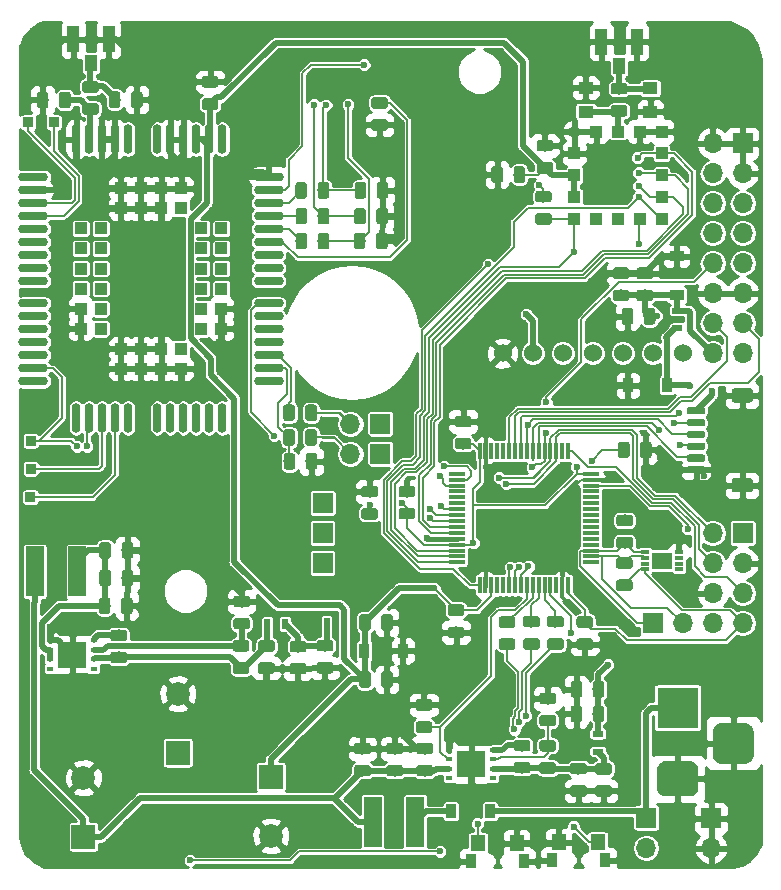
<source format=gbr>
G04 #@! TF.GenerationSoftware,KiCad,Pcbnew,5.0.2+dfsg1-1~bpo9+1*
G04 #@! TF.CreationDate,2019-03-13T07:25:58+01:00*
G04 #@! TF.ProjectId,sensenet_particlemeter,73656e73-656e-4657-945f-706172746963,1.0*
G04 #@! TF.SameCoordinates,Original*
G04 #@! TF.FileFunction,Copper,L1,Top*
G04 #@! TF.FilePolarity,Positive*
%FSLAX46Y46*%
G04 Gerber Fmt 4.6, Leading zero omitted, Abs format (unit mm)*
G04 Created by KiCad (PCBNEW 5.0.2+dfsg1-1~bpo9+1) date Wed 13 Mar 2019 07:25:58 AM CET*
%MOMM*%
%LPD*%
G01*
G04 APERTURE LIST*
G04 #@! TA.AperFunction,Conductor*
%ADD10C,0.100000*%
G04 #@! TD*
G04 #@! TA.AperFunction,SMDPad,CuDef*
%ADD11C,0.975000*%
G04 #@! TD*
G04 #@! TA.AperFunction,SMDPad,CuDef*
%ADD12R,1.400000X0.300000*%
G04 #@! TD*
G04 #@! TA.AperFunction,SMDPad,CuDef*
%ADD13R,0.300000X1.400000*%
G04 #@! TD*
G04 #@! TA.AperFunction,ComponentPad*
%ADD14R,0.850000X0.850000*%
G04 #@! TD*
G04 #@! TA.AperFunction,SMDPad,CuDef*
%ADD15R,1.250000X1.000000*%
G04 #@! TD*
G04 #@! TA.AperFunction,SMDPad,CuDef*
%ADD16R,1.000000X1.000000*%
G04 #@! TD*
G04 #@! TA.AperFunction,SMDPad,CuDef*
%ADD17O,0.750000X2.500000*%
G04 #@! TD*
G04 #@! TA.AperFunction,SMDPad,CuDef*
%ADD18O,2.500000X0.750000*%
G04 #@! TD*
G04 #@! TA.AperFunction,SMDPad,CuDef*
%ADD19O,1.000000X1.000000*%
G04 #@! TD*
G04 #@! TA.AperFunction,ComponentPad*
%ADD20R,1.700000X1.700000*%
G04 #@! TD*
G04 #@! TA.AperFunction,SMDPad,CuDef*
%ADD21R,0.900000X0.500000*%
G04 #@! TD*
G04 #@! TA.AperFunction,SMDPad,CuDef*
%ADD22R,0.500000X0.900000*%
G04 #@! TD*
G04 #@! TA.AperFunction,SMDPad,CuDef*
%ADD23R,1.000000X2.200000*%
G04 #@! TD*
G04 #@! TA.AperFunction,SMDPad,CuDef*
%ADD24R,1.000000X1.400000*%
G04 #@! TD*
G04 #@! TA.AperFunction,SMDPad,CuDef*
%ADD25R,0.900000X1.200000*%
G04 #@! TD*
G04 #@! TA.AperFunction,SMDPad,CuDef*
%ADD26R,1.200000X1.400000*%
G04 #@! TD*
G04 #@! TA.AperFunction,SMDPad,CuDef*
%ADD27R,0.630000X0.350000*%
G04 #@! TD*
G04 #@! TA.AperFunction,SMDPad,CuDef*
%ADD28R,2.390000X2.210000*%
G04 #@! TD*
G04 #@! TA.AperFunction,SMDPad,CuDef*
%ADD29R,1.200000X0.900000*%
G04 #@! TD*
G04 #@! TA.AperFunction,ComponentPad*
%ADD30O,1.700000X1.700000*%
G04 #@! TD*
G04 #@! TA.AperFunction,SMDPad,CuDef*
%ADD31R,0.750000X0.300000*%
G04 #@! TD*
G04 #@! TA.AperFunction,SMDPad,CuDef*
%ADD32R,1.750000X1.450000*%
G04 #@! TD*
G04 #@! TA.AperFunction,SMDPad,CuDef*
%ADD33C,0.600000*%
G04 #@! TD*
G04 #@! TA.AperFunction,SMDPad,CuDef*
%ADD34C,1.200000*%
G04 #@! TD*
G04 #@! TA.AperFunction,SMDPad,CuDef*
%ADD35R,1.500000X4.200000*%
G04 #@! TD*
G04 #@! TA.AperFunction,ComponentPad*
%ADD36C,2.000000*%
G04 #@! TD*
G04 #@! TA.AperFunction,ComponentPad*
%ADD37R,2.000000X2.000000*%
G04 #@! TD*
G04 #@! TA.AperFunction,ComponentPad*
%ADD38C,1.524000*%
G04 #@! TD*
G04 #@! TA.AperFunction,ComponentPad*
%ADD39R,3.500000X3.500000*%
G04 #@! TD*
G04 #@! TA.AperFunction,ComponentPad*
%ADD40C,3.000000*%
G04 #@! TD*
G04 #@! TA.AperFunction,ComponentPad*
%ADD41C,3.500000*%
G04 #@! TD*
G04 #@! TA.AperFunction,ViaPad*
%ADD42C,0.600000*%
G04 #@! TD*
G04 #@! TA.AperFunction,Conductor*
%ADD43C,0.150000*%
G04 #@! TD*
G04 #@! TA.AperFunction,Conductor*
%ADD44C,0.500000*%
G04 #@! TD*
G04 #@! TA.AperFunction,Conductor*
%ADD45C,0.300000*%
G04 #@! TD*
G04 #@! TA.AperFunction,Conductor*
%ADD46C,0.400000*%
G04 #@! TD*
G04 #@! TA.AperFunction,Conductor*
%ADD47C,0.254000*%
G04 #@! TD*
G04 APERTURE END LIST*
D10*
G04 #@! TO.N,Net-(R10-Pad2)*
G04 #@! TO.C,R9*
G36*
X155511962Y-88668534D02*
X155535623Y-88672044D01*
X155558827Y-88677856D01*
X155581349Y-88685914D01*
X155602973Y-88696142D01*
X155623490Y-88708439D01*
X155642703Y-88722689D01*
X155660427Y-88738753D01*
X155676491Y-88756477D01*
X155690741Y-88775690D01*
X155703038Y-88796207D01*
X155713266Y-88817831D01*
X155721324Y-88840353D01*
X155727136Y-88863557D01*
X155730646Y-88887218D01*
X155731820Y-88911110D01*
X155731820Y-89823610D01*
X155730646Y-89847502D01*
X155727136Y-89871163D01*
X155721324Y-89894367D01*
X155713266Y-89916889D01*
X155703038Y-89938513D01*
X155690741Y-89959030D01*
X155676491Y-89978243D01*
X155660427Y-89995967D01*
X155642703Y-90012031D01*
X155623490Y-90026281D01*
X155602973Y-90038578D01*
X155581349Y-90048806D01*
X155558827Y-90056864D01*
X155535623Y-90062676D01*
X155511962Y-90066186D01*
X155488070Y-90067360D01*
X155000570Y-90067360D01*
X154976678Y-90066186D01*
X154953017Y-90062676D01*
X154929813Y-90056864D01*
X154907291Y-90048806D01*
X154885667Y-90038578D01*
X154865150Y-90026281D01*
X154845937Y-90012031D01*
X154828213Y-89995967D01*
X154812149Y-89978243D01*
X154797899Y-89959030D01*
X154785602Y-89938513D01*
X154775374Y-89916889D01*
X154767316Y-89894367D01*
X154761504Y-89871163D01*
X154757994Y-89847502D01*
X154756820Y-89823610D01*
X154756820Y-88911110D01*
X154757994Y-88887218D01*
X154761504Y-88863557D01*
X154767316Y-88840353D01*
X154775374Y-88817831D01*
X154785602Y-88796207D01*
X154797899Y-88775690D01*
X154812149Y-88756477D01*
X154828213Y-88738753D01*
X154845937Y-88722689D01*
X154865150Y-88708439D01*
X154885667Y-88696142D01*
X154907291Y-88685914D01*
X154929813Y-88677856D01*
X154953017Y-88672044D01*
X154976678Y-88668534D01*
X155000570Y-88667360D01*
X155488070Y-88667360D01*
X155511962Y-88668534D01*
X155511962Y-88668534D01*
G37*
D11*
G04 #@! TD*
G04 #@! TO.P,R9,2*
G04 #@! TO.N,Net-(R10-Pad2)*
X155244320Y-89367360D03*
D10*
G04 #@! TO.N,Net-(J9-Pad2)*
G04 #@! TO.C,R9*
G36*
X157386962Y-88668534D02*
X157410623Y-88672044D01*
X157433827Y-88677856D01*
X157456349Y-88685914D01*
X157477973Y-88696142D01*
X157498490Y-88708439D01*
X157517703Y-88722689D01*
X157535427Y-88738753D01*
X157551491Y-88756477D01*
X157565741Y-88775690D01*
X157578038Y-88796207D01*
X157588266Y-88817831D01*
X157596324Y-88840353D01*
X157602136Y-88863557D01*
X157605646Y-88887218D01*
X157606820Y-88911110D01*
X157606820Y-89823610D01*
X157605646Y-89847502D01*
X157602136Y-89871163D01*
X157596324Y-89894367D01*
X157588266Y-89916889D01*
X157578038Y-89938513D01*
X157565741Y-89959030D01*
X157551491Y-89978243D01*
X157535427Y-89995967D01*
X157517703Y-90012031D01*
X157498490Y-90026281D01*
X157477973Y-90038578D01*
X157456349Y-90048806D01*
X157433827Y-90056864D01*
X157410623Y-90062676D01*
X157386962Y-90066186D01*
X157363070Y-90067360D01*
X156875570Y-90067360D01*
X156851678Y-90066186D01*
X156828017Y-90062676D01*
X156804813Y-90056864D01*
X156782291Y-90048806D01*
X156760667Y-90038578D01*
X156740150Y-90026281D01*
X156720937Y-90012031D01*
X156703213Y-89995967D01*
X156687149Y-89978243D01*
X156672899Y-89959030D01*
X156660602Y-89938513D01*
X156650374Y-89916889D01*
X156642316Y-89894367D01*
X156636504Y-89871163D01*
X156632994Y-89847502D01*
X156631820Y-89823610D01*
X156631820Y-88911110D01*
X156632994Y-88887218D01*
X156636504Y-88863557D01*
X156642316Y-88840353D01*
X156650374Y-88817831D01*
X156660602Y-88796207D01*
X156672899Y-88775690D01*
X156687149Y-88756477D01*
X156703213Y-88738753D01*
X156720937Y-88722689D01*
X156740150Y-88708439D01*
X156760667Y-88696142D01*
X156782291Y-88685914D01*
X156804813Y-88677856D01*
X156828017Y-88672044D01*
X156851678Y-88668534D01*
X156875570Y-88667360D01*
X157363070Y-88667360D01*
X157386962Y-88668534D01*
X157386962Y-88668534D01*
G37*
D11*
G04 #@! TD*
G04 #@! TO.P,R9,1*
G04 #@! TO.N,Net-(J9-Pad2)*
X157119320Y-89367360D03*
D12*
G04 #@! TO.P,U2,1*
G04 #@! TO.N,N/C*
X169433000Y-92452500D03*
G04 #@! TO.P,U2,2*
G04 #@! TO.N,RI*
X169433000Y-92952500D03*
G04 #@! TO.P,U2,3*
G04 #@! TO.N,NETLIGHT*
X169433000Y-93452500D03*
G04 #@! TO.P,U2,4*
G04 #@! TO.N,N/C*
X169433000Y-93952500D03*
G04 #@! TO.P,U2,5*
X169433000Y-94452500D03*
G04 #@! TO.P,U2,6*
X169433000Y-94952500D03*
G04 #@! TO.P,U2,7*
G04 #@! TO.N,Net-(SW1-Pad2)*
X169433000Y-95452500D03*
G04 #@! TO.P,U2,8*
G04 #@! TO.N,Net-(J18-Pad1)*
X169433000Y-95952500D03*
G04 #@! TO.P,U2,9*
G04 #@! TO.N,Net-(J11-Pad1)*
X169433000Y-96452500D03*
G04 #@! TO.P,U2,10*
G04 #@! TO.N,gps_pulses*
X169433000Y-96952500D03*
G04 #@! TO.P,U2,11*
G04 #@! TO.N,gps_reset*
X169433000Y-97452500D03*
G04 #@! TO.P,U2,12*
G04 #@! TO.N,Net-(J19-Pad1)*
X169433000Y-97952500D03*
G04 #@! TO.P,U2,13*
G04 #@! TO.N,+3V3*
X169433000Y-98452500D03*
G04 #@! TO.P,U2,14*
G04 #@! TO.N,gps_standby*
X169433000Y-98952500D03*
G04 #@! TO.P,U2,15*
G04 #@! TO.N,gps_fix*
X169433000Y-99452500D03*
G04 #@! TO.P,U2,16*
G04 #@! TO.N,UART_GPS_TX*
X169433000Y-99952500D03*
D13*
G04 #@! TO.P,U2,17*
G04 #@! TO.N,UART_GPS_RX*
X171383000Y-101902500D03*
G04 #@! TO.P,U2,18*
G04 #@! TO.N,GND*
X171883000Y-101902500D03*
G04 #@! TO.P,U2,19*
G04 #@! TO.N,+3V3*
X172383000Y-101902500D03*
G04 #@! TO.P,U2,20*
G04 #@! TO.N,N/C*
X172883000Y-101902500D03*
G04 #@! TO.P,U2,21*
X173383000Y-101902500D03*
G04 #@! TO.P,U2,22*
G04 #@! TO.N,OLED_D/C*
X173883000Y-101902500D03*
G04 #@! TO.P,U2,23*
G04 #@! TO.N,OLED_RESET*
X174383000Y-101902500D03*
G04 #@! TO.P,U2,24*
G04 #@! TO.N,OLED_CS*
X174883000Y-101902500D03*
G04 #@! TO.P,U2,25*
G04 #@! TO.N,5V_enable*
X175383000Y-101902500D03*
G04 #@! TO.P,U2,26*
G04 #@! TO.N,Net-(R27-Pad1)*
X175883000Y-101902500D03*
G04 #@! TO.P,U2,27*
G04 #@! TO.N,Net-(R28-Pad1)*
X176383000Y-101902500D03*
G04 #@! TO.P,U2,28*
G04 #@! TO.N,Net-(R29-Pad1)*
X176883000Y-101902500D03*
G04 #@! TO.P,U2,29*
G04 #@! TO.N,Net-(SW2-Pad1)*
X177383000Y-101902500D03*
G04 #@! TO.P,U2,30*
G04 #@! TO.N,N/C*
X177883000Y-101902500D03*
G04 #@! TO.P,U2,31*
G04 #@! TO.N,GND*
X178383000Y-101902500D03*
G04 #@! TO.P,U2,32*
G04 #@! TO.N,+3V3*
X178883000Y-101902500D03*
D12*
G04 #@! TO.P,U2,33*
G04 #@! TO.N,N/C*
X180833000Y-99952500D03*
G04 #@! TO.P,U2,34*
G04 #@! TO.N,i2c_scl*
X180833000Y-99452500D03*
G04 #@! TO.P,U2,35*
G04 #@! TO.N,i2c_sda*
X180833000Y-98952500D03*
G04 #@! TO.P,U2,36*
G04 #@! TO.N,N/C*
X180833000Y-98452500D03*
G04 #@! TO.P,U2,37*
X180833000Y-97952500D03*
G04 #@! TO.P,U2,38*
X180833000Y-97452500D03*
G04 #@! TO.P,U2,39*
X180833000Y-96952500D03*
G04 #@! TO.P,U2,40*
X180833000Y-96452500D03*
G04 #@! TO.P,U2,41*
X180833000Y-95952500D03*
G04 #@! TO.P,U2,42*
X180833000Y-95452500D03*
G04 #@! TO.P,U2,43*
X180833000Y-94952500D03*
G04 #@! TO.P,U2,44*
X180833000Y-94452500D03*
G04 #@! TO.P,U2,45*
X180833000Y-93952500D03*
G04 #@! TO.P,U2,46*
G04 #@! TO.N,SWD_DIO*
X180833000Y-93452500D03*
G04 #@! TO.P,U2,47*
G04 #@! TO.N,GND*
X180833000Y-92952500D03*
G04 #@! TO.P,U2,48*
G04 #@! TO.N,+3V3*
X180833000Y-92452500D03*
D13*
G04 #@! TO.P,U2,49*
G04 #@! TO.N,SWD_CLK*
X178883000Y-90502500D03*
G04 #@! TO.P,U2,50*
G04 #@! TO.N,N/C*
X178383000Y-90502500D03*
G04 #@! TO.P,U2,51*
G04 #@! TO.N,Tx*
X177883000Y-90502500D03*
G04 #@! TO.P,U2,52*
G04 #@! TO.N,Rx*
X177383000Y-90502500D03*
G04 #@! TO.P,U2,53*
G04 #@! TO.N,WIRELESS_reset*
X176883000Y-90502500D03*
G04 #@! TO.P,U2,54*
G04 #@! TO.N,PM_SS*
X176383000Y-90502500D03*
G04 #@! TO.P,U2,55*
G04 #@! TO.N,PM_SCK*
X175883000Y-90502500D03*
G04 #@! TO.P,U2,56*
G04 #@! TO.N,PM_SDO*
X175383000Y-90502500D03*
G04 #@! TO.P,U2,57*
G04 #@! TO.N,PM_SDI*
X174883000Y-90502500D03*
G04 #@! TO.P,U2,58*
G04 #@! TO.N,USART_debug_tx*
X174383000Y-90502500D03*
G04 #@! TO.P,U2,59*
G04 #@! TO.N,USART_debug_rx*
X173883000Y-90502500D03*
G04 #@! TO.P,U2,60*
G04 #@! TO.N,N/C*
X173383000Y-90502500D03*
G04 #@! TO.P,U2,61*
X172883000Y-90502500D03*
G04 #@! TO.P,U2,62*
X172383000Y-90502500D03*
G04 #@! TO.P,U2,63*
G04 #@! TO.N,GND*
X171883000Y-90502500D03*
G04 #@! TO.P,U2,64*
G04 #@! TO.N,+3V3*
X171383000Y-90502500D03*
G04 #@! TD*
D14*
G04 #@! TO.P,J1,1*
G04 #@! TO.N,Net-(J1-Pad1)*
X133172200Y-62687200D03*
G04 #@! TD*
G04 #@! TO.P,J2,1*
G04 #@! TO.N,Net-(J2-Pad1)*
X135331200Y-62687200D03*
G04 #@! TD*
G04 #@! TO.P,J3,1*
G04 #@! TO.N,Net-(J3-Pad1)*
X133375400Y-92024200D03*
G04 #@! TD*
G04 #@! TO.P,J4,1*
G04 #@! TO.N,Net-(J4-Pad1)*
X133350000Y-94437200D03*
G04 #@! TD*
D15*
G04 #@! TO.P,L2,1*
G04 #@! TO.N,Net-(L2-Pad1)*
X185851800Y-59807600D03*
G04 #@! TO.P,L2,2*
G04 #@! TO.N,GND*
X185851800Y-61807600D03*
G04 #@! TD*
D16*
G04 #@! TO.P,U3,62*
G04 #@! TO.N,GND*
X142714000Y-83577000D03*
G04 #@! TO.P,U3,61*
X141014000Y-83577000D03*
G04 #@! TO.P,U3,81*
X141014000Y-81877000D03*
G04 #@! TO.P,U3,82*
X142714000Y-81877000D03*
G04 #@! TO.P,U3,73*
X142714000Y-68277000D03*
G04 #@! TO.P,U3,93*
X142714000Y-69977000D03*
G04 #@! TO.P,U3,74*
X141014000Y-68277000D03*
G04 #@! TO.P,U3,94*
X141014000Y-69977000D03*
G04 #@! TO.P,U3,60*
X137614000Y-80177000D03*
G04 #@! TO.P,U3,80*
G04 #@! TO.N,N/C*
X139314000Y-80177000D03*
G04 #@! TO.P,U3,59*
G04 #@! TO.N,GND*
X137614000Y-78477000D03*
G04 #@! TO.P,U3,79*
G04 #@! TO.N,N/C*
X139314000Y-78477000D03*
G04 #@! TO.P,U3,58*
X137614000Y-76777000D03*
G04 #@! TO.P,U3,78*
X139314000Y-76777000D03*
G04 #@! TO.P,U3,57*
X137614000Y-75077000D03*
G04 #@! TO.P,U3,77*
X139314000Y-75077000D03*
G04 #@! TO.P,U3,56*
X137614000Y-73377000D03*
G04 #@! TO.P,U3,76*
X139314000Y-73377000D03*
G04 #@! TO.P,U3,55*
X137614000Y-71677000D03*
D17*
G04 #@! TO.P,U3,27*
X149614000Y-87727000D03*
G04 #@! TO.P,U3,26*
X148514000Y-87727000D03*
G04 #@! TO.P,U3,25*
X147414000Y-87727000D03*
G04 #@! TO.P,U3,24*
X146314000Y-87727000D03*
G04 #@! TO.P,U3,23*
X145214000Y-87727000D03*
G04 #@! TO.P,U3,22*
X144114000Y-87727000D03*
G04 #@! TO.P,U3,21*
X141614000Y-87727000D03*
G04 #@! TO.P,U3,20*
G04 #@! TO.N,Net-(J4-Pad1)*
X140514000Y-87727000D03*
G04 #@! TO.P,U3,19*
G04 #@! TO.N,Net-(J3-Pad1)*
X139414000Y-87727000D03*
G04 #@! TO.P,U3,18*
G04 #@! TO.N,NETLIGHT*
X138314000Y-87727000D03*
G04 #@! TO.P,U3,17*
G04 #@! TO.N,N/C*
X137214000Y-87727000D03*
D18*
G04 #@! TO.P,U3,28*
X153514000Y-84627000D03*
G04 #@! TO.P,U3,29*
G04 #@! TO.N,Net-(R10-Pad2)*
X153514000Y-83527000D03*
G04 #@! TO.P,U3,30*
G04 #@! TO.N,Net-(R8-Pad2)*
X153514000Y-82427000D03*
G04 #@! TO.P,U3,31*
G04 #@! TO.N,N/C*
X153514000Y-81327000D03*
G04 #@! TO.P,U3,32*
X153514000Y-80227000D03*
G04 #@! TO.P,U3,33*
X153514000Y-79127000D03*
G04 #@! TO.P,U3,34*
G04 #@! TO.N,RI*
X153514000Y-78027000D03*
G04 #@! TO.P,U3,35*
G04 #@! TO.N,N/C*
X153514000Y-76127000D03*
G04 #@! TO.P,U3,36*
X153514000Y-75027000D03*
G04 #@! TO.P,U3,37*
X153514000Y-73927000D03*
G04 #@! TO.P,U3,38*
G04 #@! TO.N,Net-(C21-Pad2)*
X153514000Y-72827000D03*
G04 #@! TO.P,U3,39*
G04 #@! TO.N,Net-(R5-Pad2)*
X153514000Y-71727000D03*
G04 #@! TO.P,U3,40*
G04 #@! TO.N,Net-(R6-Pad2)*
X153514000Y-70627000D03*
G04 #@! TO.P,U3,41*
G04 #@! TO.N,Net-(R2-Pad2)*
X153514000Y-69527000D03*
G04 #@! TO.P,U3,42*
G04 #@! TO.N,Net-(U3-Pad42)*
X153514000Y-68427000D03*
G04 #@! TO.P,U3,43*
G04 #@! TO.N,GND*
X153514000Y-67327000D03*
D17*
G04 #@! TO.P,U3,54*
X137214000Y-64127000D03*
G04 #@! TO.P,U3,53*
G04 #@! TO.N,Net-(C10-Pad2)*
X138314000Y-64127000D03*
G04 #@! TO.P,U3,52*
G04 #@! TO.N,GND*
X139414000Y-64127000D03*
G04 #@! TO.P,U3,51*
X140514000Y-64127000D03*
G04 #@! TO.P,U3,50*
G04 #@! TO.N,N/C*
X141614000Y-64127000D03*
G04 #@! TO.P,U3,49*
X144114000Y-64127000D03*
G04 #@! TO.P,U3,48*
G04 #@! TO.N,GND*
X145214000Y-64127000D03*
G04 #@! TO.P,U3,47*
X146314000Y-64127000D03*
G04 #@! TO.P,U3,46*
G04 #@! TO.N,+3V3*
X147414000Y-64127000D03*
G04 #@! TO.P,U3,45*
X148514000Y-64127000D03*
G04 #@! TO.P,U3,44*
G04 #@! TO.N,N/C*
X149614000Y-64127000D03*
D18*
G04 #@! TO.P,U3,1*
X133614000Y-67327000D03*
G04 #@! TO.P,U3,2*
G04 #@! TO.N,GND*
X133614000Y-68427000D03*
G04 #@! TO.P,U3,3*
G04 #@! TO.N,Net-(J1-Pad1)*
X133614000Y-69527000D03*
G04 #@! TO.P,U3,4*
G04 #@! TO.N,Net-(J2-Pad1)*
X133614000Y-70627000D03*
G04 #@! TO.P,U3,5*
G04 #@! TO.N,N/C*
X133614000Y-71727000D03*
G04 #@! TO.P,U3,6*
X133614000Y-72827000D03*
G04 #@! TO.P,U3,7*
X133614000Y-73927000D03*
G04 #@! TO.P,U3,8*
X133614000Y-75027000D03*
G04 #@! TO.P,U3,9*
X133614000Y-76127000D03*
G04 #@! TO.P,U3,10*
X133614000Y-78027000D03*
G04 #@! TO.P,U3,11*
X133614000Y-79127000D03*
G04 #@! TO.P,U3,12*
X133614000Y-80227000D03*
G04 #@! TO.P,U3,13*
X133614000Y-81327000D03*
G04 #@! TO.P,U3,14*
X133614000Y-82427000D03*
G04 #@! TO.P,U3,15*
G04 #@! TO.N,WIRELESS_reset*
X133614000Y-83527000D03*
G04 #@! TO.P,U3,16*
G04 #@! TO.N,N/C*
X133614000Y-84627000D03*
D16*
G04 #@! TO.P,U3,90*
X147814000Y-71677000D03*
G04 #@! TO.P,U3,70*
X149514000Y-71677000D03*
G04 #@! TO.P,U3,89*
X147814000Y-73377000D03*
G04 #@! TO.P,U3,69*
X149514000Y-73377000D03*
G04 #@! TO.P,U3,88*
X147814000Y-75077000D03*
G04 #@! TO.P,U3,68*
X149514000Y-75077000D03*
G04 #@! TO.P,U3,87*
X147814000Y-76777000D03*
G04 #@! TO.P,U3,67*
X149514000Y-76777000D03*
G04 #@! TO.P,U3,86*
X147814000Y-78477000D03*
G04 #@! TO.P,U3,66*
G04 #@! TO.N,GND*
X149514000Y-78477000D03*
G04 #@! TO.P,U3,85*
G04 #@! TO.N,N/C*
X147814000Y-80177000D03*
G04 #@! TO.P,U3,65*
G04 #@! TO.N,GND*
X149514000Y-80177000D03*
G04 #@! TO.P,U3,91*
G04 #@! TO.N,N/C*
X146114000Y-69977000D03*
G04 #@! TO.P,U3,71*
G04 #@! TO.N,GND*
X146114000Y-68277000D03*
G04 #@! TO.P,U3,92*
X144414000Y-69977000D03*
G04 #@! TO.P,U3,72*
X144414000Y-68277000D03*
G04 #@! TO.P,U3,83*
X144414000Y-81877000D03*
G04 #@! TO.P,U3,84*
G04 #@! TO.N,N/C*
X146114000Y-81877000D03*
G04 #@! TO.P,U3,64*
G04 #@! TO.N,GND*
X146114000Y-83577000D03*
G04 #@! TO.P,U3,63*
X144414000Y-83577000D03*
G04 #@! TO.P,U3,75*
G04 #@! TO.N,N/C*
X139314000Y-71677000D03*
G04 #@! TD*
D19*
G04 #@! TO.P,U7,1*
G04 #@! TO.N,GND*
X179395120Y-63484760D03*
D16*
G04 #@! TO.P,U7,2*
X181245120Y-63484760D03*
G04 #@! TO.P,U7,3*
G04 #@! TO.N,Net-(L1-Pad1)*
X183095120Y-63484760D03*
G04 #@! TO.P,U7,5*
G04 #@! TO.N,GND*
X186795120Y-63484760D03*
G04 #@! TO.P,U7,4*
X184945120Y-63484760D03*
G04 #@! TO.P,U7,6*
G04 #@! TO.N,gps_pulses*
X186795120Y-65334760D03*
G04 #@! TO.P,U7,7*
G04 #@! TO.N,gps_reset*
X186795120Y-67184760D03*
G04 #@! TO.P,U7,8*
G04 #@! TO.N,gps_standby*
X186795120Y-69034760D03*
G04 #@! TO.P,U7,9*
G04 #@! TO.N,UART_GPS_TX*
X186795120Y-70884760D03*
G04 #@! TO.P,U7,10*
G04 #@! TO.N,UART_GPS_RX*
X184945120Y-70884760D03*
G04 #@! TO.P,U7,11*
G04 #@! TO.N,N/C*
X183095120Y-70884760D03*
G04 #@! TO.P,U7,12*
X181245120Y-70884760D03*
G04 #@! TO.P,U7,13*
G04 #@! TO.N,gps_fix*
X179395120Y-70884760D03*
G04 #@! TO.P,U7,14*
G04 #@! TO.N,+3V3*
X179395120Y-69034760D03*
G04 #@! TO.P,U7,15*
X179395120Y-67184760D03*
G04 #@! TO.P,U7,16*
G04 #@! TO.N,GND*
X179395120Y-65334760D03*
G04 #@! TD*
D20*
G04 #@! TO.P,J11,1*
G04 #@! TO.N,Net-(J11-Pad1)*
X158084520Y-97469960D03*
G04 #@! TD*
G04 #@! TO.P,J18,1*
G04 #@! TO.N,Net-(J18-Pad1)*
X158097220Y-94942660D03*
G04 #@! TD*
G04 #@! TO.P,J19,1*
G04 #@! TO.N,Net-(J19-Pad1)*
X158084520Y-100009960D03*
G04 #@! TD*
D14*
G04 #@! TO.P,J21,1*
G04 #@! TO.N,WIRELESS_reset*
X133375400Y-89662000D03*
G04 #@! TD*
D15*
G04 #@! TO.P,L1,1*
G04 #@! TO.N,Net-(L1-Pad1)*
X180365400Y-61782200D03*
G04 #@! TO.P,L1,2*
G04 #@! TO.N,GND*
X180365400Y-59782200D03*
G04 #@! TD*
D21*
G04 #@! TO.P,L4,1*
G04 #@! TO.N,Net-(C17-Pad1)*
X181376320Y-114474560D03*
G04 #@! TO.P,L4,2*
G04 #@! TO.N,Net-(C30-Pad1)*
X181376320Y-115974560D03*
G04 #@! TD*
D22*
G04 #@! TO.P,L6,1*
G04 #@! TO.N,Net-(C23-Pad1)*
X154910220Y-105166160D03*
G04 #@! TO.P,L6,2*
G04 #@! TO.N,Net-(C16-Pad1)*
X153410220Y-105166160D03*
G04 #@! TD*
D21*
G04 #@! TO.P,L7,1*
G04 #@! TO.N,+5V*
X188132720Y-78635160D03*
G04 #@! TO.P,L7,2*
G04 #@! TO.N,Net-(C17-Pad1)*
X188132720Y-80135160D03*
G04 #@! TD*
D22*
G04 #@! TO.P,L8,1*
G04 #@! TO.N,+3V3*
X159926720Y-105102660D03*
G04 #@! TO.P,L8,2*
G04 #@! TO.N,Net-(C23-Pad1)*
X158426720Y-105102660D03*
G04 #@! TD*
D23*
G04 #@! TO.P,P1,1*
G04 #@! TO.N,GND*
X136980800Y-55676800D03*
D24*
G04 #@! TO.P,P1,2*
G04 #@! TO.N,Net-(C11-Pad2)*
X138480800Y-57676800D03*
D23*
G04 #@! TO.P,P1,3*
G04 #@! TO.N,GND*
X139980800Y-55676800D03*
G04 #@! TD*
G04 #@! TO.P,P2,1*
G04 #@! TO.N,GND*
X181705120Y-55890160D03*
D24*
G04 #@! TO.P,P2,2*
G04 #@! TO.N,Net-(L2-Pad1)*
X183205120Y-57890160D03*
D23*
G04 #@! TO.P,P2,3*
G04 #@! TO.N,GND*
X184705120Y-55890160D03*
G04 #@! TD*
D25*
G04 #@! TO.P,SW1,4*
G04 #@! TO.N,GND*
X175141920Y-125257560D03*
G04 #@! TO.P,SW1,3*
X170641920Y-125257560D03*
D26*
G04 #@! TO.P,SW1,1*
X174541920Y-123757560D03*
G04 #@! TO.P,SW1,2*
G04 #@! TO.N,Net-(SW1-Pad2)*
X171241920Y-123757560D03*
G04 #@! TD*
D10*
G04 #@! TO.N,GND*
G04 #@! TO.C,C17*
G36*
X179842862Y-110004534D02*
X179866523Y-110008044D01*
X179889727Y-110013856D01*
X179912249Y-110021914D01*
X179933873Y-110032142D01*
X179954390Y-110044439D01*
X179973603Y-110058689D01*
X179991327Y-110074753D01*
X180007391Y-110092477D01*
X180021641Y-110111690D01*
X180033938Y-110132207D01*
X180044166Y-110153831D01*
X180052224Y-110176353D01*
X180058036Y-110199557D01*
X180061546Y-110223218D01*
X180062720Y-110247110D01*
X180062720Y-111159610D01*
X180061546Y-111183502D01*
X180058036Y-111207163D01*
X180052224Y-111230367D01*
X180044166Y-111252889D01*
X180033938Y-111274513D01*
X180021641Y-111295030D01*
X180007391Y-111314243D01*
X179991327Y-111331967D01*
X179973603Y-111348031D01*
X179954390Y-111362281D01*
X179933873Y-111374578D01*
X179912249Y-111384806D01*
X179889727Y-111392864D01*
X179866523Y-111398676D01*
X179842862Y-111402186D01*
X179818970Y-111403360D01*
X179331470Y-111403360D01*
X179307578Y-111402186D01*
X179283917Y-111398676D01*
X179260713Y-111392864D01*
X179238191Y-111384806D01*
X179216567Y-111374578D01*
X179196050Y-111362281D01*
X179176837Y-111348031D01*
X179159113Y-111331967D01*
X179143049Y-111314243D01*
X179128799Y-111295030D01*
X179116502Y-111274513D01*
X179106274Y-111252889D01*
X179098216Y-111230367D01*
X179092404Y-111207163D01*
X179088894Y-111183502D01*
X179087720Y-111159610D01*
X179087720Y-110247110D01*
X179088894Y-110223218D01*
X179092404Y-110199557D01*
X179098216Y-110176353D01*
X179106274Y-110153831D01*
X179116502Y-110132207D01*
X179128799Y-110111690D01*
X179143049Y-110092477D01*
X179159113Y-110074753D01*
X179176837Y-110058689D01*
X179196050Y-110044439D01*
X179216567Y-110032142D01*
X179238191Y-110021914D01*
X179260713Y-110013856D01*
X179283917Y-110008044D01*
X179307578Y-110004534D01*
X179331470Y-110003360D01*
X179818970Y-110003360D01*
X179842862Y-110004534D01*
X179842862Y-110004534D01*
G37*
D11*
G04 #@! TD*
G04 #@! TO.P,C17,2*
G04 #@! TO.N,GND*
X179575220Y-110703360D03*
D10*
G04 #@! TO.N,Net-(C17-Pad1)*
G04 #@! TO.C,C17*
G36*
X181717862Y-110004534D02*
X181741523Y-110008044D01*
X181764727Y-110013856D01*
X181787249Y-110021914D01*
X181808873Y-110032142D01*
X181829390Y-110044439D01*
X181848603Y-110058689D01*
X181866327Y-110074753D01*
X181882391Y-110092477D01*
X181896641Y-110111690D01*
X181908938Y-110132207D01*
X181919166Y-110153831D01*
X181927224Y-110176353D01*
X181933036Y-110199557D01*
X181936546Y-110223218D01*
X181937720Y-110247110D01*
X181937720Y-111159610D01*
X181936546Y-111183502D01*
X181933036Y-111207163D01*
X181927224Y-111230367D01*
X181919166Y-111252889D01*
X181908938Y-111274513D01*
X181896641Y-111295030D01*
X181882391Y-111314243D01*
X181866327Y-111331967D01*
X181848603Y-111348031D01*
X181829390Y-111362281D01*
X181808873Y-111374578D01*
X181787249Y-111384806D01*
X181764727Y-111392864D01*
X181741523Y-111398676D01*
X181717862Y-111402186D01*
X181693970Y-111403360D01*
X181206470Y-111403360D01*
X181182578Y-111402186D01*
X181158917Y-111398676D01*
X181135713Y-111392864D01*
X181113191Y-111384806D01*
X181091567Y-111374578D01*
X181071050Y-111362281D01*
X181051837Y-111348031D01*
X181034113Y-111331967D01*
X181018049Y-111314243D01*
X181003799Y-111295030D01*
X180991502Y-111274513D01*
X180981274Y-111252889D01*
X180973216Y-111230367D01*
X180967404Y-111207163D01*
X180963894Y-111183502D01*
X180962720Y-111159610D01*
X180962720Y-110247110D01*
X180963894Y-110223218D01*
X180967404Y-110199557D01*
X180973216Y-110176353D01*
X180981274Y-110153831D01*
X180991502Y-110132207D01*
X181003799Y-110111690D01*
X181018049Y-110092477D01*
X181034113Y-110074753D01*
X181051837Y-110058689D01*
X181071050Y-110044439D01*
X181091567Y-110032142D01*
X181113191Y-110021914D01*
X181135713Y-110013856D01*
X181158917Y-110008044D01*
X181182578Y-110004534D01*
X181206470Y-110003360D01*
X181693970Y-110003360D01*
X181717862Y-110004534D01*
X181717862Y-110004534D01*
G37*
D11*
G04 #@! TD*
G04 #@! TO.P,C17,1*
G04 #@! TO.N,Net-(C17-Pad1)*
X181450220Y-110703360D03*
D10*
G04 #@! TO.N,Net-(L2-Pad1)*
G04 #@! TO.C,R30*
G36*
X183659862Y-59368534D02*
X183683523Y-59372044D01*
X183706727Y-59377856D01*
X183729249Y-59385914D01*
X183750873Y-59396142D01*
X183771390Y-59408439D01*
X183790603Y-59422689D01*
X183808327Y-59438753D01*
X183824391Y-59456477D01*
X183838641Y-59475690D01*
X183850938Y-59496207D01*
X183861166Y-59517831D01*
X183869224Y-59540353D01*
X183875036Y-59563557D01*
X183878546Y-59587218D01*
X183879720Y-59611110D01*
X183879720Y-60098610D01*
X183878546Y-60122502D01*
X183875036Y-60146163D01*
X183869224Y-60169367D01*
X183861166Y-60191889D01*
X183850938Y-60213513D01*
X183838641Y-60234030D01*
X183824391Y-60253243D01*
X183808327Y-60270967D01*
X183790603Y-60287031D01*
X183771390Y-60301281D01*
X183750873Y-60313578D01*
X183729249Y-60323806D01*
X183706727Y-60331864D01*
X183683523Y-60337676D01*
X183659862Y-60341186D01*
X183635970Y-60342360D01*
X182723470Y-60342360D01*
X182699578Y-60341186D01*
X182675917Y-60337676D01*
X182652713Y-60331864D01*
X182630191Y-60323806D01*
X182608567Y-60313578D01*
X182588050Y-60301281D01*
X182568837Y-60287031D01*
X182551113Y-60270967D01*
X182535049Y-60253243D01*
X182520799Y-60234030D01*
X182508502Y-60213513D01*
X182498274Y-60191889D01*
X182490216Y-60169367D01*
X182484404Y-60146163D01*
X182480894Y-60122502D01*
X182479720Y-60098610D01*
X182479720Y-59611110D01*
X182480894Y-59587218D01*
X182484404Y-59563557D01*
X182490216Y-59540353D01*
X182498274Y-59517831D01*
X182508502Y-59496207D01*
X182520799Y-59475690D01*
X182535049Y-59456477D01*
X182551113Y-59438753D01*
X182568837Y-59422689D01*
X182588050Y-59408439D01*
X182608567Y-59396142D01*
X182630191Y-59385914D01*
X182652713Y-59377856D01*
X182675917Y-59372044D01*
X182699578Y-59368534D01*
X182723470Y-59367360D01*
X183635970Y-59367360D01*
X183659862Y-59368534D01*
X183659862Y-59368534D01*
G37*
D11*
G04 #@! TD*
G04 #@! TO.P,R30,1*
G04 #@! TO.N,Net-(L2-Pad1)*
X183179720Y-59854860D03*
D10*
G04 #@! TO.N,Net-(L1-Pad1)*
G04 #@! TO.C,R30*
G36*
X183659862Y-61243534D02*
X183683523Y-61247044D01*
X183706727Y-61252856D01*
X183729249Y-61260914D01*
X183750873Y-61271142D01*
X183771390Y-61283439D01*
X183790603Y-61297689D01*
X183808327Y-61313753D01*
X183824391Y-61331477D01*
X183838641Y-61350690D01*
X183850938Y-61371207D01*
X183861166Y-61392831D01*
X183869224Y-61415353D01*
X183875036Y-61438557D01*
X183878546Y-61462218D01*
X183879720Y-61486110D01*
X183879720Y-61973610D01*
X183878546Y-61997502D01*
X183875036Y-62021163D01*
X183869224Y-62044367D01*
X183861166Y-62066889D01*
X183850938Y-62088513D01*
X183838641Y-62109030D01*
X183824391Y-62128243D01*
X183808327Y-62145967D01*
X183790603Y-62162031D01*
X183771390Y-62176281D01*
X183750873Y-62188578D01*
X183729249Y-62198806D01*
X183706727Y-62206864D01*
X183683523Y-62212676D01*
X183659862Y-62216186D01*
X183635970Y-62217360D01*
X182723470Y-62217360D01*
X182699578Y-62216186D01*
X182675917Y-62212676D01*
X182652713Y-62206864D01*
X182630191Y-62198806D01*
X182608567Y-62188578D01*
X182588050Y-62176281D01*
X182568837Y-62162031D01*
X182551113Y-62145967D01*
X182535049Y-62128243D01*
X182520799Y-62109030D01*
X182508502Y-62088513D01*
X182498274Y-62066889D01*
X182490216Y-62044367D01*
X182484404Y-62021163D01*
X182480894Y-61997502D01*
X182479720Y-61973610D01*
X182479720Y-61486110D01*
X182480894Y-61462218D01*
X182484404Y-61438557D01*
X182490216Y-61415353D01*
X182498274Y-61392831D01*
X182508502Y-61371207D01*
X182520799Y-61350690D01*
X182535049Y-61331477D01*
X182551113Y-61313753D01*
X182568837Y-61297689D01*
X182588050Y-61283439D01*
X182608567Y-61271142D01*
X182630191Y-61260914D01*
X182652713Y-61252856D01*
X182675917Y-61247044D01*
X182699578Y-61243534D01*
X182723470Y-61242360D01*
X183635970Y-61242360D01*
X183659862Y-61243534D01*
X183659862Y-61243534D01*
G37*
D11*
G04 #@! TD*
G04 #@! TO.P,R30,2*
G04 #@! TO.N,Net-(L1-Pad1)*
X183179720Y-61729860D03*
D10*
G04 #@! TO.N,+5V*
G04 #@! TO.C,C28*
G36*
X183837662Y-76864534D02*
X183861323Y-76868044D01*
X183884527Y-76873856D01*
X183907049Y-76881914D01*
X183928673Y-76892142D01*
X183949190Y-76904439D01*
X183968403Y-76918689D01*
X183986127Y-76934753D01*
X184002191Y-76952477D01*
X184016441Y-76971690D01*
X184028738Y-76992207D01*
X184038966Y-77013831D01*
X184047024Y-77036353D01*
X184052836Y-77059557D01*
X184056346Y-77083218D01*
X184057520Y-77107110D01*
X184057520Y-77594610D01*
X184056346Y-77618502D01*
X184052836Y-77642163D01*
X184047024Y-77665367D01*
X184038966Y-77687889D01*
X184028738Y-77709513D01*
X184016441Y-77730030D01*
X184002191Y-77749243D01*
X183986127Y-77766967D01*
X183968403Y-77783031D01*
X183949190Y-77797281D01*
X183928673Y-77809578D01*
X183907049Y-77819806D01*
X183884527Y-77827864D01*
X183861323Y-77833676D01*
X183837662Y-77837186D01*
X183813770Y-77838360D01*
X182901270Y-77838360D01*
X182877378Y-77837186D01*
X182853717Y-77833676D01*
X182830513Y-77827864D01*
X182807991Y-77819806D01*
X182786367Y-77809578D01*
X182765850Y-77797281D01*
X182746637Y-77783031D01*
X182728913Y-77766967D01*
X182712849Y-77749243D01*
X182698599Y-77730030D01*
X182686302Y-77709513D01*
X182676074Y-77687889D01*
X182668016Y-77665367D01*
X182662204Y-77642163D01*
X182658694Y-77618502D01*
X182657520Y-77594610D01*
X182657520Y-77107110D01*
X182658694Y-77083218D01*
X182662204Y-77059557D01*
X182668016Y-77036353D01*
X182676074Y-77013831D01*
X182686302Y-76992207D01*
X182698599Y-76971690D01*
X182712849Y-76952477D01*
X182728913Y-76934753D01*
X182746637Y-76918689D01*
X182765850Y-76904439D01*
X182786367Y-76892142D01*
X182807991Y-76881914D01*
X182830513Y-76873856D01*
X182853717Y-76868044D01*
X182877378Y-76864534D01*
X182901270Y-76863360D01*
X183813770Y-76863360D01*
X183837662Y-76864534D01*
X183837662Y-76864534D01*
G37*
D11*
G04 #@! TD*
G04 #@! TO.P,C28,1*
G04 #@! TO.N,+5V*
X183357520Y-77350860D03*
D10*
G04 #@! TO.N,GND*
G04 #@! TO.C,C28*
G36*
X183837662Y-74989534D02*
X183861323Y-74993044D01*
X183884527Y-74998856D01*
X183907049Y-75006914D01*
X183928673Y-75017142D01*
X183949190Y-75029439D01*
X183968403Y-75043689D01*
X183986127Y-75059753D01*
X184002191Y-75077477D01*
X184016441Y-75096690D01*
X184028738Y-75117207D01*
X184038966Y-75138831D01*
X184047024Y-75161353D01*
X184052836Y-75184557D01*
X184056346Y-75208218D01*
X184057520Y-75232110D01*
X184057520Y-75719610D01*
X184056346Y-75743502D01*
X184052836Y-75767163D01*
X184047024Y-75790367D01*
X184038966Y-75812889D01*
X184028738Y-75834513D01*
X184016441Y-75855030D01*
X184002191Y-75874243D01*
X183986127Y-75891967D01*
X183968403Y-75908031D01*
X183949190Y-75922281D01*
X183928673Y-75934578D01*
X183907049Y-75944806D01*
X183884527Y-75952864D01*
X183861323Y-75958676D01*
X183837662Y-75962186D01*
X183813770Y-75963360D01*
X182901270Y-75963360D01*
X182877378Y-75962186D01*
X182853717Y-75958676D01*
X182830513Y-75952864D01*
X182807991Y-75944806D01*
X182786367Y-75934578D01*
X182765850Y-75922281D01*
X182746637Y-75908031D01*
X182728913Y-75891967D01*
X182712849Y-75874243D01*
X182698599Y-75855030D01*
X182686302Y-75834513D01*
X182676074Y-75812889D01*
X182668016Y-75790367D01*
X182662204Y-75767163D01*
X182658694Y-75743502D01*
X182657520Y-75719610D01*
X182657520Y-75232110D01*
X182658694Y-75208218D01*
X182662204Y-75184557D01*
X182668016Y-75161353D01*
X182676074Y-75138831D01*
X182686302Y-75117207D01*
X182698599Y-75096690D01*
X182712849Y-75077477D01*
X182728913Y-75059753D01*
X182746637Y-75043689D01*
X182765850Y-75029439D01*
X182786367Y-75017142D01*
X182807991Y-75006914D01*
X182830513Y-74998856D01*
X182853717Y-74993044D01*
X182877378Y-74989534D01*
X182901270Y-74988360D01*
X183813770Y-74988360D01*
X183837662Y-74989534D01*
X183837662Y-74989534D01*
G37*
D11*
G04 #@! TD*
G04 #@! TO.P,C28,2*
G04 #@! TO.N,GND*
X183357520Y-75475860D03*
D10*
G04 #@! TO.N,Net-(C17-Pad1)*
G04 #@! TO.C,C26*
G36*
X181717862Y-112087334D02*
X181741523Y-112090844D01*
X181764727Y-112096656D01*
X181787249Y-112104714D01*
X181808873Y-112114942D01*
X181829390Y-112127239D01*
X181848603Y-112141489D01*
X181866327Y-112157553D01*
X181882391Y-112175277D01*
X181896641Y-112194490D01*
X181908938Y-112215007D01*
X181919166Y-112236631D01*
X181927224Y-112259153D01*
X181933036Y-112282357D01*
X181936546Y-112306018D01*
X181937720Y-112329910D01*
X181937720Y-113242410D01*
X181936546Y-113266302D01*
X181933036Y-113289963D01*
X181927224Y-113313167D01*
X181919166Y-113335689D01*
X181908938Y-113357313D01*
X181896641Y-113377830D01*
X181882391Y-113397043D01*
X181866327Y-113414767D01*
X181848603Y-113430831D01*
X181829390Y-113445081D01*
X181808873Y-113457378D01*
X181787249Y-113467606D01*
X181764727Y-113475664D01*
X181741523Y-113481476D01*
X181717862Y-113484986D01*
X181693970Y-113486160D01*
X181206470Y-113486160D01*
X181182578Y-113484986D01*
X181158917Y-113481476D01*
X181135713Y-113475664D01*
X181113191Y-113467606D01*
X181091567Y-113457378D01*
X181071050Y-113445081D01*
X181051837Y-113430831D01*
X181034113Y-113414767D01*
X181018049Y-113397043D01*
X181003799Y-113377830D01*
X180991502Y-113357313D01*
X180981274Y-113335689D01*
X180973216Y-113313167D01*
X180967404Y-113289963D01*
X180963894Y-113266302D01*
X180962720Y-113242410D01*
X180962720Y-112329910D01*
X180963894Y-112306018D01*
X180967404Y-112282357D01*
X180973216Y-112259153D01*
X180981274Y-112236631D01*
X180991502Y-112215007D01*
X181003799Y-112194490D01*
X181018049Y-112175277D01*
X181034113Y-112157553D01*
X181051837Y-112141489D01*
X181071050Y-112127239D01*
X181091567Y-112114942D01*
X181113191Y-112104714D01*
X181135713Y-112096656D01*
X181158917Y-112090844D01*
X181182578Y-112087334D01*
X181206470Y-112086160D01*
X181693970Y-112086160D01*
X181717862Y-112087334D01*
X181717862Y-112087334D01*
G37*
D11*
G04 #@! TD*
G04 #@! TO.P,C26,1*
G04 #@! TO.N,Net-(C17-Pad1)*
X181450220Y-112786160D03*
D10*
G04 #@! TO.N,GND*
G04 #@! TO.C,C26*
G36*
X179842862Y-112087334D02*
X179866523Y-112090844D01*
X179889727Y-112096656D01*
X179912249Y-112104714D01*
X179933873Y-112114942D01*
X179954390Y-112127239D01*
X179973603Y-112141489D01*
X179991327Y-112157553D01*
X180007391Y-112175277D01*
X180021641Y-112194490D01*
X180033938Y-112215007D01*
X180044166Y-112236631D01*
X180052224Y-112259153D01*
X180058036Y-112282357D01*
X180061546Y-112306018D01*
X180062720Y-112329910D01*
X180062720Y-113242410D01*
X180061546Y-113266302D01*
X180058036Y-113289963D01*
X180052224Y-113313167D01*
X180044166Y-113335689D01*
X180033938Y-113357313D01*
X180021641Y-113377830D01*
X180007391Y-113397043D01*
X179991327Y-113414767D01*
X179973603Y-113430831D01*
X179954390Y-113445081D01*
X179933873Y-113457378D01*
X179912249Y-113467606D01*
X179889727Y-113475664D01*
X179866523Y-113481476D01*
X179842862Y-113484986D01*
X179818970Y-113486160D01*
X179331470Y-113486160D01*
X179307578Y-113484986D01*
X179283917Y-113481476D01*
X179260713Y-113475664D01*
X179238191Y-113467606D01*
X179216567Y-113457378D01*
X179196050Y-113445081D01*
X179176837Y-113430831D01*
X179159113Y-113414767D01*
X179143049Y-113397043D01*
X179128799Y-113377830D01*
X179116502Y-113357313D01*
X179106274Y-113335689D01*
X179098216Y-113313167D01*
X179092404Y-113289963D01*
X179088894Y-113266302D01*
X179087720Y-113242410D01*
X179087720Y-112329910D01*
X179088894Y-112306018D01*
X179092404Y-112282357D01*
X179098216Y-112259153D01*
X179106274Y-112236631D01*
X179116502Y-112215007D01*
X179128799Y-112194490D01*
X179143049Y-112175277D01*
X179159113Y-112157553D01*
X179176837Y-112141489D01*
X179196050Y-112127239D01*
X179216567Y-112114942D01*
X179238191Y-112104714D01*
X179260713Y-112096656D01*
X179283917Y-112090844D01*
X179307578Y-112087334D01*
X179331470Y-112086160D01*
X179818970Y-112086160D01*
X179842862Y-112087334D01*
X179842862Y-112087334D01*
G37*
D11*
G04 #@! TD*
G04 #@! TO.P,C26,2*
G04 #@! TO.N,GND*
X179575220Y-112786160D03*
D10*
G04 #@! TO.N,GND*
G04 #@! TO.C,C27*
G36*
X184160862Y-78432334D02*
X184184523Y-78435844D01*
X184207727Y-78441656D01*
X184230249Y-78449714D01*
X184251873Y-78459942D01*
X184272390Y-78472239D01*
X184291603Y-78486489D01*
X184309327Y-78502553D01*
X184325391Y-78520277D01*
X184339641Y-78539490D01*
X184351938Y-78560007D01*
X184362166Y-78581631D01*
X184370224Y-78604153D01*
X184376036Y-78627357D01*
X184379546Y-78651018D01*
X184380720Y-78674910D01*
X184380720Y-79587410D01*
X184379546Y-79611302D01*
X184376036Y-79634963D01*
X184370224Y-79658167D01*
X184362166Y-79680689D01*
X184351938Y-79702313D01*
X184339641Y-79722830D01*
X184325391Y-79742043D01*
X184309327Y-79759767D01*
X184291603Y-79775831D01*
X184272390Y-79790081D01*
X184251873Y-79802378D01*
X184230249Y-79812606D01*
X184207727Y-79820664D01*
X184184523Y-79826476D01*
X184160862Y-79829986D01*
X184136970Y-79831160D01*
X183649470Y-79831160D01*
X183625578Y-79829986D01*
X183601917Y-79826476D01*
X183578713Y-79820664D01*
X183556191Y-79812606D01*
X183534567Y-79802378D01*
X183514050Y-79790081D01*
X183494837Y-79775831D01*
X183477113Y-79759767D01*
X183461049Y-79742043D01*
X183446799Y-79722830D01*
X183434502Y-79702313D01*
X183424274Y-79680689D01*
X183416216Y-79658167D01*
X183410404Y-79634963D01*
X183406894Y-79611302D01*
X183405720Y-79587410D01*
X183405720Y-78674910D01*
X183406894Y-78651018D01*
X183410404Y-78627357D01*
X183416216Y-78604153D01*
X183424274Y-78581631D01*
X183434502Y-78560007D01*
X183446799Y-78539490D01*
X183461049Y-78520277D01*
X183477113Y-78502553D01*
X183494837Y-78486489D01*
X183514050Y-78472239D01*
X183534567Y-78459942D01*
X183556191Y-78449714D01*
X183578713Y-78441656D01*
X183601917Y-78435844D01*
X183625578Y-78432334D01*
X183649470Y-78431160D01*
X184136970Y-78431160D01*
X184160862Y-78432334D01*
X184160862Y-78432334D01*
G37*
D11*
G04 #@! TD*
G04 #@! TO.P,C27,2*
G04 #@! TO.N,GND*
X183893220Y-79131160D03*
D10*
G04 #@! TO.N,+5V*
G04 #@! TO.C,C27*
G36*
X186035862Y-78432334D02*
X186059523Y-78435844D01*
X186082727Y-78441656D01*
X186105249Y-78449714D01*
X186126873Y-78459942D01*
X186147390Y-78472239D01*
X186166603Y-78486489D01*
X186184327Y-78502553D01*
X186200391Y-78520277D01*
X186214641Y-78539490D01*
X186226938Y-78560007D01*
X186237166Y-78581631D01*
X186245224Y-78604153D01*
X186251036Y-78627357D01*
X186254546Y-78651018D01*
X186255720Y-78674910D01*
X186255720Y-79587410D01*
X186254546Y-79611302D01*
X186251036Y-79634963D01*
X186245224Y-79658167D01*
X186237166Y-79680689D01*
X186226938Y-79702313D01*
X186214641Y-79722830D01*
X186200391Y-79742043D01*
X186184327Y-79759767D01*
X186166603Y-79775831D01*
X186147390Y-79790081D01*
X186126873Y-79802378D01*
X186105249Y-79812606D01*
X186082727Y-79820664D01*
X186059523Y-79826476D01*
X186035862Y-79829986D01*
X186011970Y-79831160D01*
X185524470Y-79831160D01*
X185500578Y-79829986D01*
X185476917Y-79826476D01*
X185453713Y-79820664D01*
X185431191Y-79812606D01*
X185409567Y-79802378D01*
X185389050Y-79790081D01*
X185369837Y-79775831D01*
X185352113Y-79759767D01*
X185336049Y-79742043D01*
X185321799Y-79722830D01*
X185309502Y-79702313D01*
X185299274Y-79680689D01*
X185291216Y-79658167D01*
X185285404Y-79634963D01*
X185281894Y-79611302D01*
X185280720Y-79587410D01*
X185280720Y-78674910D01*
X185281894Y-78651018D01*
X185285404Y-78627357D01*
X185291216Y-78604153D01*
X185299274Y-78581631D01*
X185309502Y-78560007D01*
X185321799Y-78539490D01*
X185336049Y-78520277D01*
X185352113Y-78502553D01*
X185369837Y-78486489D01*
X185389050Y-78472239D01*
X185409567Y-78459942D01*
X185431191Y-78449714D01*
X185453713Y-78441656D01*
X185476917Y-78435844D01*
X185500578Y-78432334D01*
X185524470Y-78431160D01*
X186011970Y-78431160D01*
X186035862Y-78432334D01*
X186035862Y-78432334D01*
G37*
D11*
G04 #@! TD*
G04 #@! TO.P,C27,1*
G04 #@! TO.N,+5V*
X185768220Y-79131160D03*
D10*
G04 #@! TO.N,Net-(C30-Pad1)*
G04 #@! TO.C,C30*
G36*
X180230862Y-116935334D02*
X180254523Y-116938844D01*
X180277727Y-116944656D01*
X180300249Y-116952714D01*
X180321873Y-116962942D01*
X180342390Y-116975239D01*
X180361603Y-116989489D01*
X180379327Y-117005553D01*
X180395391Y-117023277D01*
X180409641Y-117042490D01*
X180421938Y-117063007D01*
X180432166Y-117084631D01*
X180440224Y-117107153D01*
X180446036Y-117130357D01*
X180449546Y-117154018D01*
X180450720Y-117177910D01*
X180450720Y-117665410D01*
X180449546Y-117689302D01*
X180446036Y-117712963D01*
X180440224Y-117736167D01*
X180432166Y-117758689D01*
X180421938Y-117780313D01*
X180409641Y-117800830D01*
X180395391Y-117820043D01*
X180379327Y-117837767D01*
X180361603Y-117853831D01*
X180342390Y-117868081D01*
X180321873Y-117880378D01*
X180300249Y-117890606D01*
X180277727Y-117898664D01*
X180254523Y-117904476D01*
X180230862Y-117907986D01*
X180206970Y-117909160D01*
X179294470Y-117909160D01*
X179270578Y-117907986D01*
X179246917Y-117904476D01*
X179223713Y-117898664D01*
X179201191Y-117890606D01*
X179179567Y-117880378D01*
X179159050Y-117868081D01*
X179139837Y-117853831D01*
X179122113Y-117837767D01*
X179106049Y-117820043D01*
X179091799Y-117800830D01*
X179079502Y-117780313D01*
X179069274Y-117758689D01*
X179061216Y-117736167D01*
X179055404Y-117712963D01*
X179051894Y-117689302D01*
X179050720Y-117665410D01*
X179050720Y-117177910D01*
X179051894Y-117154018D01*
X179055404Y-117130357D01*
X179061216Y-117107153D01*
X179069274Y-117084631D01*
X179079502Y-117063007D01*
X179091799Y-117042490D01*
X179106049Y-117023277D01*
X179122113Y-117005553D01*
X179139837Y-116989489D01*
X179159050Y-116975239D01*
X179179567Y-116962942D01*
X179201191Y-116952714D01*
X179223713Y-116944656D01*
X179246917Y-116938844D01*
X179270578Y-116935334D01*
X179294470Y-116934160D01*
X180206970Y-116934160D01*
X180230862Y-116935334D01*
X180230862Y-116935334D01*
G37*
D11*
G04 #@! TD*
G04 #@! TO.P,C30,1*
G04 #@! TO.N,Net-(C30-Pad1)*
X179750720Y-117421660D03*
D10*
G04 #@! TO.N,GND*
G04 #@! TO.C,C30*
G36*
X180230862Y-118810334D02*
X180254523Y-118813844D01*
X180277727Y-118819656D01*
X180300249Y-118827714D01*
X180321873Y-118837942D01*
X180342390Y-118850239D01*
X180361603Y-118864489D01*
X180379327Y-118880553D01*
X180395391Y-118898277D01*
X180409641Y-118917490D01*
X180421938Y-118938007D01*
X180432166Y-118959631D01*
X180440224Y-118982153D01*
X180446036Y-119005357D01*
X180449546Y-119029018D01*
X180450720Y-119052910D01*
X180450720Y-119540410D01*
X180449546Y-119564302D01*
X180446036Y-119587963D01*
X180440224Y-119611167D01*
X180432166Y-119633689D01*
X180421938Y-119655313D01*
X180409641Y-119675830D01*
X180395391Y-119695043D01*
X180379327Y-119712767D01*
X180361603Y-119728831D01*
X180342390Y-119743081D01*
X180321873Y-119755378D01*
X180300249Y-119765606D01*
X180277727Y-119773664D01*
X180254523Y-119779476D01*
X180230862Y-119782986D01*
X180206970Y-119784160D01*
X179294470Y-119784160D01*
X179270578Y-119782986D01*
X179246917Y-119779476D01*
X179223713Y-119773664D01*
X179201191Y-119765606D01*
X179179567Y-119755378D01*
X179159050Y-119743081D01*
X179139837Y-119728831D01*
X179122113Y-119712767D01*
X179106049Y-119695043D01*
X179091799Y-119675830D01*
X179079502Y-119655313D01*
X179069274Y-119633689D01*
X179061216Y-119611167D01*
X179055404Y-119587963D01*
X179051894Y-119564302D01*
X179050720Y-119540410D01*
X179050720Y-119052910D01*
X179051894Y-119029018D01*
X179055404Y-119005357D01*
X179061216Y-118982153D01*
X179069274Y-118959631D01*
X179079502Y-118938007D01*
X179091799Y-118917490D01*
X179106049Y-118898277D01*
X179122113Y-118880553D01*
X179139837Y-118864489D01*
X179159050Y-118850239D01*
X179179567Y-118837942D01*
X179201191Y-118827714D01*
X179223713Y-118819656D01*
X179246917Y-118813844D01*
X179270578Y-118810334D01*
X179294470Y-118809160D01*
X180206970Y-118809160D01*
X180230862Y-118810334D01*
X180230862Y-118810334D01*
G37*
D11*
G04 #@! TD*
G04 #@! TO.P,C30,2*
G04 #@! TO.N,GND*
X179750720Y-119296660D03*
D27*
G04 #@! TO.P,U1,1*
G04 #@! TO.N,GND*
X168835220Y-115840660D03*
G04 #@! TO.P,U1,2*
G04 #@! TO.N,5V_enable*
X168835220Y-116640660D03*
G04 #@! TO.P,U1,3*
G04 #@! TO.N,+6V*
X168835220Y-117440660D03*
G04 #@! TO.P,U1,4*
G04 #@! TO.N,N/C*
X168835220Y-118240660D03*
G04 #@! TO.P,U1,5*
X172505220Y-118240660D03*
G04 #@! TO.P,U1,6*
G04 #@! TO.N,Net-(C30-Pad1)*
X172505220Y-117440660D03*
G04 #@! TO.P,U1,7*
G04 #@! TO.N,Net-(R16-Pad2)*
X172505220Y-116640660D03*
G04 #@! TO.P,U1,8*
G04 #@! TO.N,Net-(R12-Pad2)*
X172505220Y-115840660D03*
D28*
G04 #@! TO.P,U1,9*
G04 #@! TO.N,GND*
X170670220Y-117040660D03*
G04 #@! TD*
D10*
G04 #@! TO.N,+6V*
G04 #@! TO.C,C29*
G36*
X164673362Y-117110834D02*
X164697023Y-117114344D01*
X164720227Y-117120156D01*
X164742749Y-117128214D01*
X164764373Y-117138442D01*
X164784890Y-117150739D01*
X164804103Y-117164989D01*
X164821827Y-117181053D01*
X164837891Y-117198777D01*
X164852141Y-117217990D01*
X164864438Y-117238507D01*
X164874666Y-117260131D01*
X164882724Y-117282653D01*
X164888536Y-117305857D01*
X164892046Y-117329518D01*
X164893220Y-117353410D01*
X164893220Y-117840910D01*
X164892046Y-117864802D01*
X164888536Y-117888463D01*
X164882724Y-117911667D01*
X164874666Y-117934189D01*
X164864438Y-117955813D01*
X164852141Y-117976330D01*
X164837891Y-117995543D01*
X164821827Y-118013267D01*
X164804103Y-118029331D01*
X164784890Y-118043581D01*
X164764373Y-118055878D01*
X164742749Y-118066106D01*
X164720227Y-118074164D01*
X164697023Y-118079976D01*
X164673362Y-118083486D01*
X164649470Y-118084660D01*
X163736970Y-118084660D01*
X163713078Y-118083486D01*
X163689417Y-118079976D01*
X163666213Y-118074164D01*
X163643691Y-118066106D01*
X163622067Y-118055878D01*
X163601550Y-118043581D01*
X163582337Y-118029331D01*
X163564613Y-118013267D01*
X163548549Y-117995543D01*
X163534299Y-117976330D01*
X163522002Y-117955813D01*
X163511774Y-117934189D01*
X163503716Y-117911667D01*
X163497904Y-117888463D01*
X163494394Y-117864802D01*
X163493220Y-117840910D01*
X163493220Y-117353410D01*
X163494394Y-117329518D01*
X163497904Y-117305857D01*
X163503716Y-117282653D01*
X163511774Y-117260131D01*
X163522002Y-117238507D01*
X163534299Y-117217990D01*
X163548549Y-117198777D01*
X163564613Y-117181053D01*
X163582337Y-117164989D01*
X163601550Y-117150739D01*
X163622067Y-117138442D01*
X163643691Y-117128214D01*
X163666213Y-117120156D01*
X163689417Y-117114344D01*
X163713078Y-117110834D01*
X163736970Y-117109660D01*
X164649470Y-117109660D01*
X164673362Y-117110834D01*
X164673362Y-117110834D01*
G37*
D11*
G04 #@! TD*
G04 #@! TO.P,C29,1*
G04 #@! TO.N,+6V*
X164193220Y-117597160D03*
D10*
G04 #@! TO.N,GND*
G04 #@! TO.C,C29*
G36*
X164673362Y-115235834D02*
X164697023Y-115239344D01*
X164720227Y-115245156D01*
X164742749Y-115253214D01*
X164764373Y-115263442D01*
X164784890Y-115275739D01*
X164804103Y-115289989D01*
X164821827Y-115306053D01*
X164837891Y-115323777D01*
X164852141Y-115342990D01*
X164864438Y-115363507D01*
X164874666Y-115385131D01*
X164882724Y-115407653D01*
X164888536Y-115430857D01*
X164892046Y-115454518D01*
X164893220Y-115478410D01*
X164893220Y-115965910D01*
X164892046Y-115989802D01*
X164888536Y-116013463D01*
X164882724Y-116036667D01*
X164874666Y-116059189D01*
X164864438Y-116080813D01*
X164852141Y-116101330D01*
X164837891Y-116120543D01*
X164821827Y-116138267D01*
X164804103Y-116154331D01*
X164784890Y-116168581D01*
X164764373Y-116180878D01*
X164742749Y-116191106D01*
X164720227Y-116199164D01*
X164697023Y-116204976D01*
X164673362Y-116208486D01*
X164649470Y-116209660D01*
X163736970Y-116209660D01*
X163713078Y-116208486D01*
X163689417Y-116204976D01*
X163666213Y-116199164D01*
X163643691Y-116191106D01*
X163622067Y-116180878D01*
X163601550Y-116168581D01*
X163582337Y-116154331D01*
X163564613Y-116138267D01*
X163548549Y-116120543D01*
X163534299Y-116101330D01*
X163522002Y-116080813D01*
X163511774Y-116059189D01*
X163503716Y-116036667D01*
X163497904Y-116013463D01*
X163494394Y-115989802D01*
X163493220Y-115965910D01*
X163493220Y-115478410D01*
X163494394Y-115454518D01*
X163497904Y-115430857D01*
X163503716Y-115407653D01*
X163511774Y-115385131D01*
X163522002Y-115363507D01*
X163534299Y-115342990D01*
X163548549Y-115323777D01*
X163564613Y-115306053D01*
X163582337Y-115289989D01*
X163601550Y-115275739D01*
X163622067Y-115263442D01*
X163643691Y-115253214D01*
X163666213Y-115245156D01*
X163689417Y-115239344D01*
X163713078Y-115235834D01*
X163736970Y-115234660D01*
X164649470Y-115234660D01*
X164673362Y-115235834D01*
X164673362Y-115235834D01*
G37*
D11*
G04 #@! TD*
G04 #@! TO.P,C29,2*
G04 #@! TO.N,GND*
X164193220Y-115722160D03*
D10*
G04 #@! TO.N,+5V*
G04 #@! TO.C,C25*
G36*
X185844262Y-76864534D02*
X185867923Y-76868044D01*
X185891127Y-76873856D01*
X185913649Y-76881914D01*
X185935273Y-76892142D01*
X185955790Y-76904439D01*
X185975003Y-76918689D01*
X185992727Y-76934753D01*
X186008791Y-76952477D01*
X186023041Y-76971690D01*
X186035338Y-76992207D01*
X186045566Y-77013831D01*
X186053624Y-77036353D01*
X186059436Y-77059557D01*
X186062946Y-77083218D01*
X186064120Y-77107110D01*
X186064120Y-77594610D01*
X186062946Y-77618502D01*
X186059436Y-77642163D01*
X186053624Y-77665367D01*
X186045566Y-77687889D01*
X186035338Y-77709513D01*
X186023041Y-77730030D01*
X186008791Y-77749243D01*
X185992727Y-77766967D01*
X185975003Y-77783031D01*
X185955790Y-77797281D01*
X185935273Y-77809578D01*
X185913649Y-77819806D01*
X185891127Y-77827864D01*
X185867923Y-77833676D01*
X185844262Y-77837186D01*
X185820370Y-77838360D01*
X184907870Y-77838360D01*
X184883978Y-77837186D01*
X184860317Y-77833676D01*
X184837113Y-77827864D01*
X184814591Y-77819806D01*
X184792967Y-77809578D01*
X184772450Y-77797281D01*
X184753237Y-77783031D01*
X184735513Y-77766967D01*
X184719449Y-77749243D01*
X184705199Y-77730030D01*
X184692902Y-77709513D01*
X184682674Y-77687889D01*
X184674616Y-77665367D01*
X184668804Y-77642163D01*
X184665294Y-77618502D01*
X184664120Y-77594610D01*
X184664120Y-77107110D01*
X184665294Y-77083218D01*
X184668804Y-77059557D01*
X184674616Y-77036353D01*
X184682674Y-77013831D01*
X184692902Y-76992207D01*
X184705199Y-76971690D01*
X184719449Y-76952477D01*
X184735513Y-76934753D01*
X184753237Y-76918689D01*
X184772450Y-76904439D01*
X184792967Y-76892142D01*
X184814591Y-76881914D01*
X184837113Y-76873856D01*
X184860317Y-76868044D01*
X184883978Y-76864534D01*
X184907870Y-76863360D01*
X185820370Y-76863360D01*
X185844262Y-76864534D01*
X185844262Y-76864534D01*
G37*
D11*
G04 #@! TD*
G04 #@! TO.P,C25,1*
G04 #@! TO.N,+5V*
X185364120Y-77350860D03*
D10*
G04 #@! TO.N,GND*
G04 #@! TO.C,C25*
G36*
X185844262Y-74989534D02*
X185867923Y-74993044D01*
X185891127Y-74998856D01*
X185913649Y-75006914D01*
X185935273Y-75017142D01*
X185955790Y-75029439D01*
X185975003Y-75043689D01*
X185992727Y-75059753D01*
X186008791Y-75077477D01*
X186023041Y-75096690D01*
X186035338Y-75117207D01*
X186045566Y-75138831D01*
X186053624Y-75161353D01*
X186059436Y-75184557D01*
X186062946Y-75208218D01*
X186064120Y-75232110D01*
X186064120Y-75719610D01*
X186062946Y-75743502D01*
X186059436Y-75767163D01*
X186053624Y-75790367D01*
X186045566Y-75812889D01*
X186035338Y-75834513D01*
X186023041Y-75855030D01*
X186008791Y-75874243D01*
X185992727Y-75891967D01*
X185975003Y-75908031D01*
X185955790Y-75922281D01*
X185935273Y-75934578D01*
X185913649Y-75944806D01*
X185891127Y-75952864D01*
X185867923Y-75958676D01*
X185844262Y-75962186D01*
X185820370Y-75963360D01*
X184907870Y-75963360D01*
X184883978Y-75962186D01*
X184860317Y-75958676D01*
X184837113Y-75952864D01*
X184814591Y-75944806D01*
X184792967Y-75934578D01*
X184772450Y-75922281D01*
X184753237Y-75908031D01*
X184735513Y-75891967D01*
X184719449Y-75874243D01*
X184705199Y-75855030D01*
X184692902Y-75834513D01*
X184682674Y-75812889D01*
X184674616Y-75790367D01*
X184668804Y-75767163D01*
X184665294Y-75743502D01*
X184664120Y-75719610D01*
X184664120Y-75232110D01*
X184665294Y-75208218D01*
X184668804Y-75184557D01*
X184674616Y-75161353D01*
X184682674Y-75138831D01*
X184692902Y-75117207D01*
X184705199Y-75096690D01*
X184719449Y-75077477D01*
X184735513Y-75059753D01*
X184753237Y-75043689D01*
X184772450Y-75029439D01*
X184792967Y-75017142D01*
X184814591Y-75006914D01*
X184837113Y-74998856D01*
X184860317Y-74993044D01*
X184883978Y-74989534D01*
X184907870Y-74988360D01*
X185820370Y-74988360D01*
X185844262Y-74989534D01*
X185844262Y-74989534D01*
G37*
D11*
G04 #@! TD*
G04 #@! TO.P,C25,2*
G04 #@! TO.N,GND*
X185364120Y-75475860D03*
D29*
G04 #@! TO.P,D1,1*
G04 #@! TO.N,+5V*
X188081920Y-77352160D03*
G04 #@! TO.P,D1,2*
G04 #@! TO.N,GND*
X188081920Y-74052160D03*
G04 #@! TD*
D10*
G04 #@! TO.N,GND*
G04 #@! TO.C,C1*
G36*
X163810862Y-109166334D02*
X163834523Y-109169844D01*
X163857727Y-109175656D01*
X163880249Y-109183714D01*
X163901873Y-109193942D01*
X163922390Y-109206239D01*
X163941603Y-109220489D01*
X163959327Y-109236553D01*
X163975391Y-109254277D01*
X163989641Y-109273490D01*
X164001938Y-109294007D01*
X164012166Y-109315631D01*
X164020224Y-109338153D01*
X164026036Y-109361357D01*
X164029546Y-109385018D01*
X164030720Y-109408910D01*
X164030720Y-110321410D01*
X164029546Y-110345302D01*
X164026036Y-110368963D01*
X164020224Y-110392167D01*
X164012166Y-110414689D01*
X164001938Y-110436313D01*
X163989641Y-110456830D01*
X163975391Y-110476043D01*
X163959327Y-110493767D01*
X163941603Y-110509831D01*
X163922390Y-110524081D01*
X163901873Y-110536378D01*
X163880249Y-110546606D01*
X163857727Y-110554664D01*
X163834523Y-110560476D01*
X163810862Y-110563986D01*
X163786970Y-110565160D01*
X163299470Y-110565160D01*
X163275578Y-110563986D01*
X163251917Y-110560476D01*
X163228713Y-110554664D01*
X163206191Y-110546606D01*
X163184567Y-110536378D01*
X163164050Y-110524081D01*
X163144837Y-110509831D01*
X163127113Y-110493767D01*
X163111049Y-110476043D01*
X163096799Y-110456830D01*
X163084502Y-110436313D01*
X163074274Y-110414689D01*
X163066216Y-110392167D01*
X163060404Y-110368963D01*
X163056894Y-110345302D01*
X163055720Y-110321410D01*
X163055720Y-109408910D01*
X163056894Y-109385018D01*
X163060404Y-109361357D01*
X163066216Y-109338153D01*
X163074274Y-109315631D01*
X163084502Y-109294007D01*
X163096799Y-109273490D01*
X163111049Y-109254277D01*
X163127113Y-109236553D01*
X163144837Y-109220489D01*
X163164050Y-109206239D01*
X163184567Y-109193942D01*
X163206191Y-109183714D01*
X163228713Y-109175656D01*
X163251917Y-109169844D01*
X163275578Y-109166334D01*
X163299470Y-109165160D01*
X163786970Y-109165160D01*
X163810862Y-109166334D01*
X163810862Y-109166334D01*
G37*
D11*
G04 #@! TD*
G04 #@! TO.P,C1,2*
G04 #@! TO.N,GND*
X163543220Y-109865160D03*
D10*
G04 #@! TO.N,+3V3*
G04 #@! TO.C,C1*
G36*
X161935862Y-109166334D02*
X161959523Y-109169844D01*
X161982727Y-109175656D01*
X162005249Y-109183714D01*
X162026873Y-109193942D01*
X162047390Y-109206239D01*
X162066603Y-109220489D01*
X162084327Y-109236553D01*
X162100391Y-109254277D01*
X162114641Y-109273490D01*
X162126938Y-109294007D01*
X162137166Y-109315631D01*
X162145224Y-109338153D01*
X162151036Y-109361357D01*
X162154546Y-109385018D01*
X162155720Y-109408910D01*
X162155720Y-110321410D01*
X162154546Y-110345302D01*
X162151036Y-110368963D01*
X162145224Y-110392167D01*
X162137166Y-110414689D01*
X162126938Y-110436313D01*
X162114641Y-110456830D01*
X162100391Y-110476043D01*
X162084327Y-110493767D01*
X162066603Y-110509831D01*
X162047390Y-110524081D01*
X162026873Y-110536378D01*
X162005249Y-110546606D01*
X161982727Y-110554664D01*
X161959523Y-110560476D01*
X161935862Y-110563986D01*
X161911970Y-110565160D01*
X161424470Y-110565160D01*
X161400578Y-110563986D01*
X161376917Y-110560476D01*
X161353713Y-110554664D01*
X161331191Y-110546606D01*
X161309567Y-110536378D01*
X161289050Y-110524081D01*
X161269837Y-110509831D01*
X161252113Y-110493767D01*
X161236049Y-110476043D01*
X161221799Y-110456830D01*
X161209502Y-110436313D01*
X161199274Y-110414689D01*
X161191216Y-110392167D01*
X161185404Y-110368963D01*
X161181894Y-110345302D01*
X161180720Y-110321410D01*
X161180720Y-109408910D01*
X161181894Y-109385018D01*
X161185404Y-109361357D01*
X161191216Y-109338153D01*
X161199274Y-109315631D01*
X161209502Y-109294007D01*
X161221799Y-109273490D01*
X161236049Y-109254277D01*
X161252113Y-109236553D01*
X161269837Y-109220489D01*
X161289050Y-109206239D01*
X161309567Y-109193942D01*
X161331191Y-109183714D01*
X161353713Y-109175656D01*
X161376917Y-109169844D01*
X161400578Y-109166334D01*
X161424470Y-109165160D01*
X161911970Y-109165160D01*
X161935862Y-109166334D01*
X161935862Y-109166334D01*
G37*
D11*
G04 #@! TD*
G04 #@! TO.P,C1,1*
G04 #@! TO.N,+3V3*
X161668220Y-109865160D03*
D10*
G04 #@! TO.N,+3V3*
G04 #@! TO.C,C2*
G36*
X161935862Y-104340334D02*
X161959523Y-104343844D01*
X161982727Y-104349656D01*
X162005249Y-104357714D01*
X162026873Y-104367942D01*
X162047390Y-104380239D01*
X162066603Y-104394489D01*
X162084327Y-104410553D01*
X162100391Y-104428277D01*
X162114641Y-104447490D01*
X162126938Y-104468007D01*
X162137166Y-104489631D01*
X162145224Y-104512153D01*
X162151036Y-104535357D01*
X162154546Y-104559018D01*
X162155720Y-104582910D01*
X162155720Y-105495410D01*
X162154546Y-105519302D01*
X162151036Y-105542963D01*
X162145224Y-105566167D01*
X162137166Y-105588689D01*
X162126938Y-105610313D01*
X162114641Y-105630830D01*
X162100391Y-105650043D01*
X162084327Y-105667767D01*
X162066603Y-105683831D01*
X162047390Y-105698081D01*
X162026873Y-105710378D01*
X162005249Y-105720606D01*
X161982727Y-105728664D01*
X161959523Y-105734476D01*
X161935862Y-105737986D01*
X161911970Y-105739160D01*
X161424470Y-105739160D01*
X161400578Y-105737986D01*
X161376917Y-105734476D01*
X161353713Y-105728664D01*
X161331191Y-105720606D01*
X161309567Y-105710378D01*
X161289050Y-105698081D01*
X161269837Y-105683831D01*
X161252113Y-105667767D01*
X161236049Y-105650043D01*
X161221799Y-105630830D01*
X161209502Y-105610313D01*
X161199274Y-105588689D01*
X161191216Y-105566167D01*
X161185404Y-105542963D01*
X161181894Y-105519302D01*
X161180720Y-105495410D01*
X161180720Y-104582910D01*
X161181894Y-104559018D01*
X161185404Y-104535357D01*
X161191216Y-104512153D01*
X161199274Y-104489631D01*
X161209502Y-104468007D01*
X161221799Y-104447490D01*
X161236049Y-104428277D01*
X161252113Y-104410553D01*
X161269837Y-104394489D01*
X161289050Y-104380239D01*
X161309567Y-104367942D01*
X161331191Y-104357714D01*
X161353713Y-104349656D01*
X161376917Y-104343844D01*
X161400578Y-104340334D01*
X161424470Y-104339160D01*
X161911970Y-104339160D01*
X161935862Y-104340334D01*
X161935862Y-104340334D01*
G37*
D11*
G04 #@! TD*
G04 #@! TO.P,C2,1*
G04 #@! TO.N,+3V3*
X161668220Y-105039160D03*
D10*
G04 #@! TO.N,GND*
G04 #@! TO.C,C2*
G36*
X163810862Y-104340334D02*
X163834523Y-104343844D01*
X163857727Y-104349656D01*
X163880249Y-104357714D01*
X163901873Y-104367942D01*
X163922390Y-104380239D01*
X163941603Y-104394489D01*
X163959327Y-104410553D01*
X163975391Y-104428277D01*
X163989641Y-104447490D01*
X164001938Y-104468007D01*
X164012166Y-104489631D01*
X164020224Y-104512153D01*
X164026036Y-104535357D01*
X164029546Y-104559018D01*
X164030720Y-104582910D01*
X164030720Y-105495410D01*
X164029546Y-105519302D01*
X164026036Y-105542963D01*
X164020224Y-105566167D01*
X164012166Y-105588689D01*
X164001938Y-105610313D01*
X163989641Y-105630830D01*
X163975391Y-105650043D01*
X163959327Y-105667767D01*
X163941603Y-105683831D01*
X163922390Y-105698081D01*
X163901873Y-105710378D01*
X163880249Y-105720606D01*
X163857727Y-105728664D01*
X163834523Y-105734476D01*
X163810862Y-105737986D01*
X163786970Y-105739160D01*
X163299470Y-105739160D01*
X163275578Y-105737986D01*
X163251917Y-105734476D01*
X163228713Y-105728664D01*
X163206191Y-105720606D01*
X163184567Y-105710378D01*
X163164050Y-105698081D01*
X163144837Y-105683831D01*
X163127113Y-105667767D01*
X163111049Y-105650043D01*
X163096799Y-105630830D01*
X163084502Y-105610313D01*
X163074274Y-105588689D01*
X163066216Y-105566167D01*
X163060404Y-105542963D01*
X163056894Y-105519302D01*
X163055720Y-105495410D01*
X163055720Y-104582910D01*
X163056894Y-104559018D01*
X163060404Y-104535357D01*
X163066216Y-104512153D01*
X163074274Y-104489631D01*
X163084502Y-104468007D01*
X163096799Y-104447490D01*
X163111049Y-104428277D01*
X163127113Y-104410553D01*
X163144837Y-104394489D01*
X163164050Y-104380239D01*
X163184567Y-104367942D01*
X163206191Y-104357714D01*
X163228713Y-104349656D01*
X163251917Y-104343844D01*
X163275578Y-104340334D01*
X163299470Y-104339160D01*
X163786970Y-104339160D01*
X163810862Y-104340334D01*
X163810862Y-104340334D01*
G37*
D11*
G04 #@! TD*
G04 #@! TO.P,C2,2*
G04 #@! TO.N,GND*
X163543220Y-105039160D03*
D10*
G04 #@! TO.N,+3V3*
G04 #@! TO.C,C4*
G36*
X165702062Y-95345574D02*
X165725723Y-95349084D01*
X165748927Y-95354896D01*
X165771449Y-95362954D01*
X165793073Y-95373182D01*
X165813590Y-95385479D01*
X165832803Y-95399729D01*
X165850527Y-95415793D01*
X165866591Y-95433517D01*
X165880841Y-95452730D01*
X165893138Y-95473247D01*
X165903366Y-95494871D01*
X165911424Y-95517393D01*
X165917236Y-95540597D01*
X165920746Y-95564258D01*
X165921920Y-95588150D01*
X165921920Y-96075650D01*
X165920746Y-96099542D01*
X165917236Y-96123203D01*
X165911424Y-96146407D01*
X165903366Y-96168929D01*
X165893138Y-96190553D01*
X165880841Y-96211070D01*
X165866591Y-96230283D01*
X165850527Y-96248007D01*
X165832803Y-96264071D01*
X165813590Y-96278321D01*
X165793073Y-96290618D01*
X165771449Y-96300846D01*
X165748927Y-96308904D01*
X165725723Y-96314716D01*
X165702062Y-96318226D01*
X165678170Y-96319400D01*
X164765670Y-96319400D01*
X164741778Y-96318226D01*
X164718117Y-96314716D01*
X164694913Y-96308904D01*
X164672391Y-96300846D01*
X164650767Y-96290618D01*
X164630250Y-96278321D01*
X164611037Y-96264071D01*
X164593313Y-96248007D01*
X164577249Y-96230283D01*
X164562999Y-96211070D01*
X164550702Y-96190553D01*
X164540474Y-96168929D01*
X164532416Y-96146407D01*
X164526604Y-96123203D01*
X164523094Y-96099542D01*
X164521920Y-96075650D01*
X164521920Y-95588150D01*
X164523094Y-95564258D01*
X164526604Y-95540597D01*
X164532416Y-95517393D01*
X164540474Y-95494871D01*
X164550702Y-95473247D01*
X164562999Y-95452730D01*
X164577249Y-95433517D01*
X164593313Y-95415793D01*
X164611037Y-95399729D01*
X164630250Y-95385479D01*
X164650767Y-95373182D01*
X164672391Y-95362954D01*
X164694913Y-95354896D01*
X164718117Y-95349084D01*
X164741778Y-95345574D01*
X164765670Y-95344400D01*
X165678170Y-95344400D01*
X165702062Y-95345574D01*
X165702062Y-95345574D01*
G37*
D11*
G04 #@! TD*
G04 #@! TO.P,C4,1*
G04 #@! TO.N,+3V3*
X165221920Y-95831900D03*
D10*
G04 #@! TO.N,GND*
G04 #@! TO.C,C4*
G36*
X165702062Y-93470574D02*
X165725723Y-93474084D01*
X165748927Y-93479896D01*
X165771449Y-93487954D01*
X165793073Y-93498182D01*
X165813590Y-93510479D01*
X165832803Y-93524729D01*
X165850527Y-93540793D01*
X165866591Y-93558517D01*
X165880841Y-93577730D01*
X165893138Y-93598247D01*
X165903366Y-93619871D01*
X165911424Y-93642393D01*
X165917236Y-93665597D01*
X165920746Y-93689258D01*
X165921920Y-93713150D01*
X165921920Y-94200650D01*
X165920746Y-94224542D01*
X165917236Y-94248203D01*
X165911424Y-94271407D01*
X165903366Y-94293929D01*
X165893138Y-94315553D01*
X165880841Y-94336070D01*
X165866591Y-94355283D01*
X165850527Y-94373007D01*
X165832803Y-94389071D01*
X165813590Y-94403321D01*
X165793073Y-94415618D01*
X165771449Y-94425846D01*
X165748927Y-94433904D01*
X165725723Y-94439716D01*
X165702062Y-94443226D01*
X165678170Y-94444400D01*
X164765670Y-94444400D01*
X164741778Y-94443226D01*
X164718117Y-94439716D01*
X164694913Y-94433904D01*
X164672391Y-94425846D01*
X164650767Y-94415618D01*
X164630250Y-94403321D01*
X164611037Y-94389071D01*
X164593313Y-94373007D01*
X164577249Y-94355283D01*
X164562999Y-94336070D01*
X164550702Y-94315553D01*
X164540474Y-94293929D01*
X164532416Y-94271407D01*
X164526604Y-94248203D01*
X164523094Y-94224542D01*
X164521920Y-94200650D01*
X164521920Y-93713150D01*
X164523094Y-93689258D01*
X164526604Y-93665597D01*
X164532416Y-93642393D01*
X164540474Y-93619871D01*
X164550702Y-93598247D01*
X164562999Y-93577730D01*
X164577249Y-93558517D01*
X164593313Y-93540793D01*
X164611037Y-93524729D01*
X164630250Y-93510479D01*
X164650767Y-93498182D01*
X164672391Y-93487954D01*
X164694913Y-93479896D01*
X164718117Y-93474084D01*
X164741778Y-93470574D01*
X164765670Y-93469400D01*
X165678170Y-93469400D01*
X165702062Y-93470574D01*
X165702062Y-93470574D01*
G37*
D11*
G04 #@! TD*
G04 #@! TO.P,C4,2*
G04 #@! TO.N,GND*
X165221920Y-93956900D03*
D10*
G04 #@! TO.N,GND*
G04 #@! TO.C,C5*
G36*
X170469642Y-87539674D02*
X170493303Y-87543184D01*
X170516507Y-87548996D01*
X170539029Y-87557054D01*
X170560653Y-87567282D01*
X170581170Y-87579579D01*
X170600383Y-87593829D01*
X170618107Y-87609893D01*
X170634171Y-87627617D01*
X170648421Y-87646830D01*
X170660718Y-87667347D01*
X170670946Y-87688971D01*
X170679004Y-87711493D01*
X170684816Y-87734697D01*
X170688326Y-87758358D01*
X170689500Y-87782250D01*
X170689500Y-88269750D01*
X170688326Y-88293642D01*
X170684816Y-88317303D01*
X170679004Y-88340507D01*
X170670946Y-88363029D01*
X170660718Y-88384653D01*
X170648421Y-88405170D01*
X170634171Y-88424383D01*
X170618107Y-88442107D01*
X170600383Y-88458171D01*
X170581170Y-88472421D01*
X170560653Y-88484718D01*
X170539029Y-88494946D01*
X170516507Y-88503004D01*
X170493303Y-88508816D01*
X170469642Y-88512326D01*
X170445750Y-88513500D01*
X169533250Y-88513500D01*
X169509358Y-88512326D01*
X169485697Y-88508816D01*
X169462493Y-88503004D01*
X169439971Y-88494946D01*
X169418347Y-88484718D01*
X169397830Y-88472421D01*
X169378617Y-88458171D01*
X169360893Y-88442107D01*
X169344829Y-88424383D01*
X169330579Y-88405170D01*
X169318282Y-88384653D01*
X169308054Y-88363029D01*
X169299996Y-88340507D01*
X169294184Y-88317303D01*
X169290674Y-88293642D01*
X169289500Y-88269750D01*
X169289500Y-87782250D01*
X169290674Y-87758358D01*
X169294184Y-87734697D01*
X169299996Y-87711493D01*
X169308054Y-87688971D01*
X169318282Y-87667347D01*
X169330579Y-87646830D01*
X169344829Y-87627617D01*
X169360893Y-87609893D01*
X169378617Y-87593829D01*
X169397830Y-87579579D01*
X169418347Y-87567282D01*
X169439971Y-87557054D01*
X169462493Y-87548996D01*
X169485697Y-87543184D01*
X169509358Y-87539674D01*
X169533250Y-87538500D01*
X170445750Y-87538500D01*
X170469642Y-87539674D01*
X170469642Y-87539674D01*
G37*
D11*
G04 #@! TD*
G04 #@! TO.P,C5,1*
G04 #@! TO.N,GND*
X169989500Y-88026000D03*
D10*
G04 #@! TO.N,+3V3*
G04 #@! TO.C,C5*
G36*
X170469642Y-89414674D02*
X170493303Y-89418184D01*
X170516507Y-89423996D01*
X170539029Y-89432054D01*
X170560653Y-89442282D01*
X170581170Y-89454579D01*
X170600383Y-89468829D01*
X170618107Y-89484893D01*
X170634171Y-89502617D01*
X170648421Y-89521830D01*
X170660718Y-89542347D01*
X170670946Y-89563971D01*
X170679004Y-89586493D01*
X170684816Y-89609697D01*
X170688326Y-89633358D01*
X170689500Y-89657250D01*
X170689500Y-90144750D01*
X170688326Y-90168642D01*
X170684816Y-90192303D01*
X170679004Y-90215507D01*
X170670946Y-90238029D01*
X170660718Y-90259653D01*
X170648421Y-90280170D01*
X170634171Y-90299383D01*
X170618107Y-90317107D01*
X170600383Y-90333171D01*
X170581170Y-90347421D01*
X170560653Y-90359718D01*
X170539029Y-90369946D01*
X170516507Y-90378004D01*
X170493303Y-90383816D01*
X170469642Y-90387326D01*
X170445750Y-90388500D01*
X169533250Y-90388500D01*
X169509358Y-90387326D01*
X169485697Y-90383816D01*
X169462493Y-90378004D01*
X169439971Y-90369946D01*
X169418347Y-90359718D01*
X169397830Y-90347421D01*
X169378617Y-90333171D01*
X169360893Y-90317107D01*
X169344829Y-90299383D01*
X169330579Y-90280170D01*
X169318282Y-90259653D01*
X169308054Y-90238029D01*
X169299996Y-90215507D01*
X169294184Y-90192303D01*
X169290674Y-90168642D01*
X169289500Y-90144750D01*
X169289500Y-89657250D01*
X169290674Y-89633358D01*
X169294184Y-89609697D01*
X169299996Y-89586493D01*
X169308054Y-89563971D01*
X169318282Y-89542347D01*
X169330579Y-89521830D01*
X169344829Y-89502617D01*
X169360893Y-89484893D01*
X169378617Y-89468829D01*
X169397830Y-89454579D01*
X169418347Y-89442282D01*
X169439971Y-89432054D01*
X169462493Y-89423996D01*
X169485697Y-89418184D01*
X169509358Y-89414674D01*
X169533250Y-89413500D01*
X170445750Y-89413500D01*
X170469642Y-89414674D01*
X170469642Y-89414674D01*
G37*
D11*
G04 #@! TD*
G04 #@! TO.P,C5,2*
G04 #@! TO.N,+3V3*
X169989500Y-89901000D03*
D10*
G04 #@! TO.N,+3V3*
G04 #@! TO.C,C6*
G36*
X169867662Y-103511434D02*
X169891323Y-103514944D01*
X169914527Y-103520756D01*
X169937049Y-103528814D01*
X169958673Y-103539042D01*
X169979190Y-103551339D01*
X169998403Y-103565589D01*
X170016127Y-103581653D01*
X170032191Y-103599377D01*
X170046441Y-103618590D01*
X170058738Y-103639107D01*
X170068966Y-103660731D01*
X170077024Y-103683253D01*
X170082836Y-103706457D01*
X170086346Y-103730118D01*
X170087520Y-103754010D01*
X170087520Y-104241510D01*
X170086346Y-104265402D01*
X170082836Y-104289063D01*
X170077024Y-104312267D01*
X170068966Y-104334789D01*
X170058738Y-104356413D01*
X170046441Y-104376930D01*
X170032191Y-104396143D01*
X170016127Y-104413867D01*
X169998403Y-104429931D01*
X169979190Y-104444181D01*
X169958673Y-104456478D01*
X169937049Y-104466706D01*
X169914527Y-104474764D01*
X169891323Y-104480576D01*
X169867662Y-104484086D01*
X169843770Y-104485260D01*
X168931270Y-104485260D01*
X168907378Y-104484086D01*
X168883717Y-104480576D01*
X168860513Y-104474764D01*
X168837991Y-104466706D01*
X168816367Y-104456478D01*
X168795850Y-104444181D01*
X168776637Y-104429931D01*
X168758913Y-104413867D01*
X168742849Y-104396143D01*
X168728599Y-104376930D01*
X168716302Y-104356413D01*
X168706074Y-104334789D01*
X168698016Y-104312267D01*
X168692204Y-104289063D01*
X168688694Y-104265402D01*
X168687520Y-104241510D01*
X168687520Y-103754010D01*
X168688694Y-103730118D01*
X168692204Y-103706457D01*
X168698016Y-103683253D01*
X168706074Y-103660731D01*
X168716302Y-103639107D01*
X168728599Y-103618590D01*
X168742849Y-103599377D01*
X168758913Y-103581653D01*
X168776637Y-103565589D01*
X168795850Y-103551339D01*
X168816367Y-103539042D01*
X168837991Y-103528814D01*
X168860513Y-103520756D01*
X168883717Y-103514944D01*
X168907378Y-103511434D01*
X168931270Y-103510260D01*
X169843770Y-103510260D01*
X169867662Y-103511434D01*
X169867662Y-103511434D01*
G37*
D11*
G04 #@! TD*
G04 #@! TO.P,C6,1*
G04 #@! TO.N,+3V3*
X169387520Y-103997760D03*
D10*
G04 #@! TO.N,GND*
G04 #@! TO.C,C6*
G36*
X169867662Y-105386434D02*
X169891323Y-105389944D01*
X169914527Y-105395756D01*
X169937049Y-105403814D01*
X169958673Y-105414042D01*
X169979190Y-105426339D01*
X169998403Y-105440589D01*
X170016127Y-105456653D01*
X170032191Y-105474377D01*
X170046441Y-105493590D01*
X170058738Y-105514107D01*
X170068966Y-105535731D01*
X170077024Y-105558253D01*
X170082836Y-105581457D01*
X170086346Y-105605118D01*
X170087520Y-105629010D01*
X170087520Y-106116510D01*
X170086346Y-106140402D01*
X170082836Y-106164063D01*
X170077024Y-106187267D01*
X170068966Y-106209789D01*
X170058738Y-106231413D01*
X170046441Y-106251930D01*
X170032191Y-106271143D01*
X170016127Y-106288867D01*
X169998403Y-106304931D01*
X169979190Y-106319181D01*
X169958673Y-106331478D01*
X169937049Y-106341706D01*
X169914527Y-106349764D01*
X169891323Y-106355576D01*
X169867662Y-106359086D01*
X169843770Y-106360260D01*
X168931270Y-106360260D01*
X168907378Y-106359086D01*
X168883717Y-106355576D01*
X168860513Y-106349764D01*
X168837991Y-106341706D01*
X168816367Y-106331478D01*
X168795850Y-106319181D01*
X168776637Y-106304931D01*
X168758913Y-106288867D01*
X168742849Y-106271143D01*
X168728599Y-106251930D01*
X168716302Y-106231413D01*
X168706074Y-106209789D01*
X168698016Y-106187267D01*
X168692204Y-106164063D01*
X168688694Y-106140402D01*
X168687520Y-106116510D01*
X168687520Y-105629010D01*
X168688694Y-105605118D01*
X168692204Y-105581457D01*
X168698016Y-105558253D01*
X168706074Y-105535731D01*
X168716302Y-105514107D01*
X168728599Y-105493590D01*
X168742849Y-105474377D01*
X168758913Y-105456653D01*
X168776637Y-105440589D01*
X168795850Y-105426339D01*
X168816367Y-105414042D01*
X168837991Y-105403814D01*
X168860513Y-105395756D01*
X168883717Y-105389944D01*
X168907378Y-105386434D01*
X168931270Y-105385260D01*
X169843770Y-105385260D01*
X169867662Y-105386434D01*
X169867662Y-105386434D01*
G37*
D11*
G04 #@! TD*
G04 #@! TO.P,C6,2*
G04 #@! TO.N,GND*
X169387520Y-105872760D03*
D10*
G04 #@! TO.N,GND*
G04 #@! TO.C,C7*
G36*
X149052362Y-58784334D02*
X149076023Y-58787844D01*
X149099227Y-58793656D01*
X149121749Y-58801714D01*
X149143373Y-58811942D01*
X149163890Y-58824239D01*
X149183103Y-58838489D01*
X149200827Y-58854553D01*
X149216891Y-58872277D01*
X149231141Y-58891490D01*
X149243438Y-58912007D01*
X149253666Y-58933631D01*
X149261724Y-58956153D01*
X149267536Y-58979357D01*
X149271046Y-59003018D01*
X149272220Y-59026910D01*
X149272220Y-59514410D01*
X149271046Y-59538302D01*
X149267536Y-59561963D01*
X149261724Y-59585167D01*
X149253666Y-59607689D01*
X149243438Y-59629313D01*
X149231141Y-59649830D01*
X149216891Y-59669043D01*
X149200827Y-59686767D01*
X149183103Y-59702831D01*
X149163890Y-59717081D01*
X149143373Y-59729378D01*
X149121749Y-59739606D01*
X149099227Y-59747664D01*
X149076023Y-59753476D01*
X149052362Y-59756986D01*
X149028470Y-59758160D01*
X148115970Y-59758160D01*
X148092078Y-59756986D01*
X148068417Y-59753476D01*
X148045213Y-59747664D01*
X148022691Y-59739606D01*
X148001067Y-59729378D01*
X147980550Y-59717081D01*
X147961337Y-59702831D01*
X147943613Y-59686767D01*
X147927549Y-59669043D01*
X147913299Y-59649830D01*
X147901002Y-59629313D01*
X147890774Y-59607689D01*
X147882716Y-59585167D01*
X147876904Y-59561963D01*
X147873394Y-59538302D01*
X147872220Y-59514410D01*
X147872220Y-59026910D01*
X147873394Y-59003018D01*
X147876904Y-58979357D01*
X147882716Y-58956153D01*
X147890774Y-58933631D01*
X147901002Y-58912007D01*
X147913299Y-58891490D01*
X147927549Y-58872277D01*
X147943613Y-58854553D01*
X147961337Y-58838489D01*
X147980550Y-58824239D01*
X148001067Y-58811942D01*
X148022691Y-58801714D01*
X148045213Y-58793656D01*
X148068417Y-58787844D01*
X148092078Y-58784334D01*
X148115970Y-58783160D01*
X149028470Y-58783160D01*
X149052362Y-58784334D01*
X149052362Y-58784334D01*
G37*
D11*
G04 #@! TD*
G04 #@! TO.P,C7,1*
G04 #@! TO.N,GND*
X148572220Y-59270660D03*
D10*
G04 #@! TO.N,+3V3*
G04 #@! TO.C,C7*
G36*
X149052362Y-60659334D02*
X149076023Y-60662844D01*
X149099227Y-60668656D01*
X149121749Y-60676714D01*
X149143373Y-60686942D01*
X149163890Y-60699239D01*
X149183103Y-60713489D01*
X149200827Y-60729553D01*
X149216891Y-60747277D01*
X149231141Y-60766490D01*
X149243438Y-60787007D01*
X149253666Y-60808631D01*
X149261724Y-60831153D01*
X149267536Y-60854357D01*
X149271046Y-60878018D01*
X149272220Y-60901910D01*
X149272220Y-61389410D01*
X149271046Y-61413302D01*
X149267536Y-61436963D01*
X149261724Y-61460167D01*
X149253666Y-61482689D01*
X149243438Y-61504313D01*
X149231141Y-61524830D01*
X149216891Y-61544043D01*
X149200827Y-61561767D01*
X149183103Y-61577831D01*
X149163890Y-61592081D01*
X149143373Y-61604378D01*
X149121749Y-61614606D01*
X149099227Y-61622664D01*
X149076023Y-61628476D01*
X149052362Y-61631986D01*
X149028470Y-61633160D01*
X148115970Y-61633160D01*
X148092078Y-61631986D01*
X148068417Y-61628476D01*
X148045213Y-61622664D01*
X148022691Y-61614606D01*
X148001067Y-61604378D01*
X147980550Y-61592081D01*
X147961337Y-61577831D01*
X147943613Y-61561767D01*
X147927549Y-61544043D01*
X147913299Y-61524830D01*
X147901002Y-61504313D01*
X147890774Y-61482689D01*
X147882716Y-61460167D01*
X147876904Y-61436963D01*
X147873394Y-61413302D01*
X147872220Y-61389410D01*
X147872220Y-60901910D01*
X147873394Y-60878018D01*
X147876904Y-60854357D01*
X147882716Y-60831153D01*
X147890774Y-60808631D01*
X147901002Y-60787007D01*
X147913299Y-60766490D01*
X147927549Y-60747277D01*
X147943613Y-60729553D01*
X147961337Y-60713489D01*
X147980550Y-60699239D01*
X148001067Y-60686942D01*
X148022691Y-60676714D01*
X148045213Y-60668656D01*
X148068417Y-60662844D01*
X148092078Y-60659334D01*
X148115970Y-60658160D01*
X149028470Y-60658160D01*
X149052362Y-60659334D01*
X149052362Y-60659334D01*
G37*
D11*
G04 #@! TD*
G04 #@! TO.P,C7,2*
G04 #@! TO.N,+3V3*
X148572220Y-61145660D03*
D10*
G04 #@! TO.N,GND*
G04 #@! TO.C,C8*
G36*
X180769342Y-106394574D02*
X180793003Y-106398084D01*
X180816207Y-106403896D01*
X180838729Y-106411954D01*
X180860353Y-106422182D01*
X180880870Y-106434479D01*
X180900083Y-106448729D01*
X180917807Y-106464793D01*
X180933871Y-106482517D01*
X180948121Y-106501730D01*
X180960418Y-106522247D01*
X180970646Y-106543871D01*
X180978704Y-106566393D01*
X180984516Y-106589597D01*
X180988026Y-106613258D01*
X180989200Y-106637150D01*
X180989200Y-107124650D01*
X180988026Y-107148542D01*
X180984516Y-107172203D01*
X180978704Y-107195407D01*
X180970646Y-107217929D01*
X180960418Y-107239553D01*
X180948121Y-107260070D01*
X180933871Y-107279283D01*
X180917807Y-107297007D01*
X180900083Y-107313071D01*
X180880870Y-107327321D01*
X180860353Y-107339618D01*
X180838729Y-107349846D01*
X180816207Y-107357904D01*
X180793003Y-107363716D01*
X180769342Y-107367226D01*
X180745450Y-107368400D01*
X179832950Y-107368400D01*
X179809058Y-107367226D01*
X179785397Y-107363716D01*
X179762193Y-107357904D01*
X179739671Y-107349846D01*
X179718047Y-107339618D01*
X179697530Y-107327321D01*
X179678317Y-107313071D01*
X179660593Y-107297007D01*
X179644529Y-107279283D01*
X179630279Y-107260070D01*
X179617982Y-107239553D01*
X179607754Y-107217929D01*
X179599696Y-107195407D01*
X179593884Y-107172203D01*
X179590374Y-107148542D01*
X179589200Y-107124650D01*
X179589200Y-106637150D01*
X179590374Y-106613258D01*
X179593884Y-106589597D01*
X179599696Y-106566393D01*
X179607754Y-106543871D01*
X179617982Y-106522247D01*
X179630279Y-106501730D01*
X179644529Y-106482517D01*
X179660593Y-106464793D01*
X179678317Y-106448729D01*
X179697530Y-106434479D01*
X179718047Y-106422182D01*
X179739671Y-106411954D01*
X179762193Y-106403896D01*
X179785397Y-106398084D01*
X179809058Y-106394574D01*
X179832950Y-106393400D01*
X180745450Y-106393400D01*
X180769342Y-106394574D01*
X180769342Y-106394574D01*
G37*
D11*
G04 #@! TD*
G04 #@! TO.P,C8,2*
G04 #@! TO.N,GND*
X180289200Y-106880900D03*
D10*
G04 #@! TO.N,+3V3*
G04 #@! TO.C,C8*
G36*
X180769342Y-104519574D02*
X180793003Y-104523084D01*
X180816207Y-104528896D01*
X180838729Y-104536954D01*
X180860353Y-104547182D01*
X180880870Y-104559479D01*
X180900083Y-104573729D01*
X180917807Y-104589793D01*
X180933871Y-104607517D01*
X180948121Y-104626730D01*
X180960418Y-104647247D01*
X180970646Y-104668871D01*
X180978704Y-104691393D01*
X180984516Y-104714597D01*
X180988026Y-104738258D01*
X180989200Y-104762150D01*
X180989200Y-105249650D01*
X180988026Y-105273542D01*
X180984516Y-105297203D01*
X180978704Y-105320407D01*
X180970646Y-105342929D01*
X180960418Y-105364553D01*
X180948121Y-105385070D01*
X180933871Y-105404283D01*
X180917807Y-105422007D01*
X180900083Y-105438071D01*
X180880870Y-105452321D01*
X180860353Y-105464618D01*
X180838729Y-105474846D01*
X180816207Y-105482904D01*
X180793003Y-105488716D01*
X180769342Y-105492226D01*
X180745450Y-105493400D01*
X179832950Y-105493400D01*
X179809058Y-105492226D01*
X179785397Y-105488716D01*
X179762193Y-105482904D01*
X179739671Y-105474846D01*
X179718047Y-105464618D01*
X179697530Y-105452321D01*
X179678317Y-105438071D01*
X179660593Y-105422007D01*
X179644529Y-105404283D01*
X179630279Y-105385070D01*
X179617982Y-105364553D01*
X179607754Y-105342929D01*
X179599696Y-105320407D01*
X179593884Y-105297203D01*
X179590374Y-105273542D01*
X179589200Y-105249650D01*
X179589200Y-104762150D01*
X179590374Y-104738258D01*
X179593884Y-104714597D01*
X179599696Y-104691393D01*
X179607754Y-104668871D01*
X179617982Y-104647247D01*
X179630279Y-104626730D01*
X179644529Y-104607517D01*
X179660593Y-104589793D01*
X179678317Y-104573729D01*
X179697530Y-104559479D01*
X179718047Y-104547182D01*
X179739671Y-104536954D01*
X179762193Y-104528896D01*
X179785397Y-104523084D01*
X179809058Y-104519574D01*
X179832950Y-104518400D01*
X180745450Y-104518400D01*
X180769342Y-104519574D01*
X180769342Y-104519574D01*
G37*
D11*
G04 #@! TD*
G04 #@! TO.P,C8,1*
G04 #@! TO.N,+3V3*
X180289200Y-105005900D03*
D10*
G04 #@! TO.N,GND*
G04 #@! TO.C,C9*
G36*
X185736142Y-89725174D02*
X185759803Y-89728684D01*
X185783007Y-89734496D01*
X185805529Y-89742554D01*
X185827153Y-89752782D01*
X185847670Y-89765079D01*
X185866883Y-89779329D01*
X185884607Y-89795393D01*
X185900671Y-89813117D01*
X185914921Y-89832330D01*
X185927218Y-89852847D01*
X185937446Y-89874471D01*
X185945504Y-89896993D01*
X185951316Y-89920197D01*
X185954826Y-89943858D01*
X185956000Y-89967750D01*
X185956000Y-90880250D01*
X185954826Y-90904142D01*
X185951316Y-90927803D01*
X185945504Y-90951007D01*
X185937446Y-90973529D01*
X185927218Y-90995153D01*
X185914921Y-91015670D01*
X185900671Y-91034883D01*
X185884607Y-91052607D01*
X185866883Y-91068671D01*
X185847670Y-91082921D01*
X185827153Y-91095218D01*
X185805529Y-91105446D01*
X185783007Y-91113504D01*
X185759803Y-91119316D01*
X185736142Y-91122826D01*
X185712250Y-91124000D01*
X185224750Y-91124000D01*
X185200858Y-91122826D01*
X185177197Y-91119316D01*
X185153993Y-91113504D01*
X185131471Y-91105446D01*
X185109847Y-91095218D01*
X185089330Y-91082921D01*
X185070117Y-91068671D01*
X185052393Y-91052607D01*
X185036329Y-91034883D01*
X185022079Y-91015670D01*
X185009782Y-90995153D01*
X184999554Y-90973529D01*
X184991496Y-90951007D01*
X184985684Y-90927803D01*
X184982174Y-90904142D01*
X184981000Y-90880250D01*
X184981000Y-89967750D01*
X184982174Y-89943858D01*
X184985684Y-89920197D01*
X184991496Y-89896993D01*
X184999554Y-89874471D01*
X185009782Y-89852847D01*
X185022079Y-89832330D01*
X185036329Y-89813117D01*
X185052393Y-89795393D01*
X185070117Y-89779329D01*
X185089330Y-89765079D01*
X185109847Y-89752782D01*
X185131471Y-89742554D01*
X185153993Y-89734496D01*
X185177197Y-89728684D01*
X185200858Y-89725174D01*
X185224750Y-89724000D01*
X185712250Y-89724000D01*
X185736142Y-89725174D01*
X185736142Y-89725174D01*
G37*
D11*
G04 #@! TD*
G04 #@! TO.P,C9,1*
G04 #@! TO.N,GND*
X185468500Y-90424000D03*
D10*
G04 #@! TO.N,+3V3*
G04 #@! TO.C,C9*
G36*
X183861142Y-89725174D02*
X183884803Y-89728684D01*
X183908007Y-89734496D01*
X183930529Y-89742554D01*
X183952153Y-89752782D01*
X183972670Y-89765079D01*
X183991883Y-89779329D01*
X184009607Y-89795393D01*
X184025671Y-89813117D01*
X184039921Y-89832330D01*
X184052218Y-89852847D01*
X184062446Y-89874471D01*
X184070504Y-89896993D01*
X184076316Y-89920197D01*
X184079826Y-89943858D01*
X184081000Y-89967750D01*
X184081000Y-90880250D01*
X184079826Y-90904142D01*
X184076316Y-90927803D01*
X184070504Y-90951007D01*
X184062446Y-90973529D01*
X184052218Y-90995153D01*
X184039921Y-91015670D01*
X184025671Y-91034883D01*
X184009607Y-91052607D01*
X183991883Y-91068671D01*
X183972670Y-91082921D01*
X183952153Y-91095218D01*
X183930529Y-91105446D01*
X183908007Y-91113504D01*
X183884803Y-91119316D01*
X183861142Y-91122826D01*
X183837250Y-91124000D01*
X183349750Y-91124000D01*
X183325858Y-91122826D01*
X183302197Y-91119316D01*
X183278993Y-91113504D01*
X183256471Y-91105446D01*
X183234847Y-91095218D01*
X183214330Y-91082921D01*
X183195117Y-91068671D01*
X183177393Y-91052607D01*
X183161329Y-91034883D01*
X183147079Y-91015670D01*
X183134782Y-90995153D01*
X183124554Y-90973529D01*
X183116496Y-90951007D01*
X183110684Y-90927803D01*
X183107174Y-90904142D01*
X183106000Y-90880250D01*
X183106000Y-89967750D01*
X183107174Y-89943858D01*
X183110684Y-89920197D01*
X183116496Y-89896993D01*
X183124554Y-89874471D01*
X183134782Y-89852847D01*
X183147079Y-89832330D01*
X183161329Y-89813117D01*
X183177393Y-89795393D01*
X183195117Y-89779329D01*
X183214330Y-89765079D01*
X183234847Y-89752782D01*
X183256471Y-89742554D01*
X183278993Y-89734496D01*
X183302197Y-89728684D01*
X183325858Y-89725174D01*
X183349750Y-89724000D01*
X183837250Y-89724000D01*
X183861142Y-89725174D01*
X183861142Y-89725174D01*
G37*
D11*
G04 #@! TD*
G04 #@! TO.P,C9,2*
G04 #@! TO.N,+3V3*
X183593500Y-90424000D03*
D10*
G04 #@! TO.N,GND*
G04 #@! TO.C,C10*
G36*
X134661342Y-60108774D02*
X134685003Y-60112284D01*
X134708207Y-60118096D01*
X134730729Y-60126154D01*
X134752353Y-60136382D01*
X134772870Y-60148679D01*
X134792083Y-60162929D01*
X134809807Y-60178993D01*
X134825871Y-60196717D01*
X134840121Y-60215930D01*
X134852418Y-60236447D01*
X134862646Y-60258071D01*
X134870704Y-60280593D01*
X134876516Y-60303797D01*
X134880026Y-60327458D01*
X134881200Y-60351350D01*
X134881200Y-61263850D01*
X134880026Y-61287742D01*
X134876516Y-61311403D01*
X134870704Y-61334607D01*
X134862646Y-61357129D01*
X134852418Y-61378753D01*
X134840121Y-61399270D01*
X134825871Y-61418483D01*
X134809807Y-61436207D01*
X134792083Y-61452271D01*
X134772870Y-61466521D01*
X134752353Y-61478818D01*
X134730729Y-61489046D01*
X134708207Y-61497104D01*
X134685003Y-61502916D01*
X134661342Y-61506426D01*
X134637450Y-61507600D01*
X134149950Y-61507600D01*
X134126058Y-61506426D01*
X134102397Y-61502916D01*
X134079193Y-61497104D01*
X134056671Y-61489046D01*
X134035047Y-61478818D01*
X134014530Y-61466521D01*
X133995317Y-61452271D01*
X133977593Y-61436207D01*
X133961529Y-61418483D01*
X133947279Y-61399270D01*
X133934982Y-61378753D01*
X133924754Y-61357129D01*
X133916696Y-61334607D01*
X133910884Y-61311403D01*
X133907374Y-61287742D01*
X133906200Y-61263850D01*
X133906200Y-60351350D01*
X133907374Y-60327458D01*
X133910884Y-60303797D01*
X133916696Y-60280593D01*
X133924754Y-60258071D01*
X133934982Y-60236447D01*
X133947279Y-60215930D01*
X133961529Y-60196717D01*
X133977593Y-60178993D01*
X133995317Y-60162929D01*
X134014530Y-60148679D01*
X134035047Y-60136382D01*
X134056671Y-60126154D01*
X134079193Y-60118096D01*
X134102397Y-60112284D01*
X134126058Y-60108774D01*
X134149950Y-60107600D01*
X134637450Y-60107600D01*
X134661342Y-60108774D01*
X134661342Y-60108774D01*
G37*
D11*
G04 #@! TD*
G04 #@! TO.P,C10,1*
G04 #@! TO.N,GND*
X134393700Y-60807600D03*
D10*
G04 #@! TO.N,Net-(C10-Pad2)*
G04 #@! TO.C,C10*
G36*
X136536342Y-60108774D02*
X136560003Y-60112284D01*
X136583207Y-60118096D01*
X136605729Y-60126154D01*
X136627353Y-60136382D01*
X136647870Y-60148679D01*
X136667083Y-60162929D01*
X136684807Y-60178993D01*
X136700871Y-60196717D01*
X136715121Y-60215930D01*
X136727418Y-60236447D01*
X136737646Y-60258071D01*
X136745704Y-60280593D01*
X136751516Y-60303797D01*
X136755026Y-60327458D01*
X136756200Y-60351350D01*
X136756200Y-61263850D01*
X136755026Y-61287742D01*
X136751516Y-61311403D01*
X136745704Y-61334607D01*
X136737646Y-61357129D01*
X136727418Y-61378753D01*
X136715121Y-61399270D01*
X136700871Y-61418483D01*
X136684807Y-61436207D01*
X136667083Y-61452271D01*
X136647870Y-61466521D01*
X136627353Y-61478818D01*
X136605729Y-61489046D01*
X136583207Y-61497104D01*
X136560003Y-61502916D01*
X136536342Y-61506426D01*
X136512450Y-61507600D01*
X136024950Y-61507600D01*
X136001058Y-61506426D01*
X135977397Y-61502916D01*
X135954193Y-61497104D01*
X135931671Y-61489046D01*
X135910047Y-61478818D01*
X135889530Y-61466521D01*
X135870317Y-61452271D01*
X135852593Y-61436207D01*
X135836529Y-61418483D01*
X135822279Y-61399270D01*
X135809982Y-61378753D01*
X135799754Y-61357129D01*
X135791696Y-61334607D01*
X135785884Y-61311403D01*
X135782374Y-61287742D01*
X135781200Y-61263850D01*
X135781200Y-60351350D01*
X135782374Y-60327458D01*
X135785884Y-60303797D01*
X135791696Y-60280593D01*
X135799754Y-60258071D01*
X135809982Y-60236447D01*
X135822279Y-60215930D01*
X135836529Y-60196717D01*
X135852593Y-60178993D01*
X135870317Y-60162929D01*
X135889530Y-60148679D01*
X135910047Y-60136382D01*
X135931671Y-60126154D01*
X135954193Y-60118096D01*
X135977397Y-60112284D01*
X136001058Y-60108774D01*
X136024950Y-60107600D01*
X136512450Y-60107600D01*
X136536342Y-60108774D01*
X136536342Y-60108774D01*
G37*
D11*
G04 #@! TD*
G04 #@! TO.P,C10,2*
G04 #@! TO.N,Net-(C10-Pad2)*
X136268700Y-60807600D03*
D10*
G04 #@! TO.N,Net-(C11-Pad2)*
G04 #@! TO.C,C11*
G36*
X140757342Y-60083374D02*
X140781003Y-60086884D01*
X140804207Y-60092696D01*
X140826729Y-60100754D01*
X140848353Y-60110982D01*
X140868870Y-60123279D01*
X140888083Y-60137529D01*
X140905807Y-60153593D01*
X140921871Y-60171317D01*
X140936121Y-60190530D01*
X140948418Y-60211047D01*
X140958646Y-60232671D01*
X140966704Y-60255193D01*
X140972516Y-60278397D01*
X140976026Y-60302058D01*
X140977200Y-60325950D01*
X140977200Y-61238450D01*
X140976026Y-61262342D01*
X140972516Y-61286003D01*
X140966704Y-61309207D01*
X140958646Y-61331729D01*
X140948418Y-61353353D01*
X140936121Y-61373870D01*
X140921871Y-61393083D01*
X140905807Y-61410807D01*
X140888083Y-61426871D01*
X140868870Y-61441121D01*
X140848353Y-61453418D01*
X140826729Y-61463646D01*
X140804207Y-61471704D01*
X140781003Y-61477516D01*
X140757342Y-61481026D01*
X140733450Y-61482200D01*
X140245950Y-61482200D01*
X140222058Y-61481026D01*
X140198397Y-61477516D01*
X140175193Y-61471704D01*
X140152671Y-61463646D01*
X140131047Y-61453418D01*
X140110530Y-61441121D01*
X140091317Y-61426871D01*
X140073593Y-61410807D01*
X140057529Y-61393083D01*
X140043279Y-61373870D01*
X140030982Y-61353353D01*
X140020754Y-61331729D01*
X140012696Y-61309207D01*
X140006884Y-61286003D01*
X140003374Y-61262342D01*
X140002200Y-61238450D01*
X140002200Y-60325950D01*
X140003374Y-60302058D01*
X140006884Y-60278397D01*
X140012696Y-60255193D01*
X140020754Y-60232671D01*
X140030982Y-60211047D01*
X140043279Y-60190530D01*
X140057529Y-60171317D01*
X140073593Y-60153593D01*
X140091317Y-60137529D01*
X140110530Y-60123279D01*
X140131047Y-60110982D01*
X140152671Y-60100754D01*
X140175193Y-60092696D01*
X140198397Y-60086884D01*
X140222058Y-60083374D01*
X140245950Y-60082200D01*
X140733450Y-60082200D01*
X140757342Y-60083374D01*
X140757342Y-60083374D01*
G37*
D11*
G04 #@! TD*
G04 #@! TO.P,C11,2*
G04 #@! TO.N,Net-(C11-Pad2)*
X140489700Y-60782200D03*
D10*
G04 #@! TO.N,GND*
G04 #@! TO.C,C11*
G36*
X142632342Y-60083374D02*
X142656003Y-60086884D01*
X142679207Y-60092696D01*
X142701729Y-60100754D01*
X142723353Y-60110982D01*
X142743870Y-60123279D01*
X142763083Y-60137529D01*
X142780807Y-60153593D01*
X142796871Y-60171317D01*
X142811121Y-60190530D01*
X142823418Y-60211047D01*
X142833646Y-60232671D01*
X142841704Y-60255193D01*
X142847516Y-60278397D01*
X142851026Y-60302058D01*
X142852200Y-60325950D01*
X142852200Y-61238450D01*
X142851026Y-61262342D01*
X142847516Y-61286003D01*
X142841704Y-61309207D01*
X142833646Y-61331729D01*
X142823418Y-61353353D01*
X142811121Y-61373870D01*
X142796871Y-61393083D01*
X142780807Y-61410807D01*
X142763083Y-61426871D01*
X142743870Y-61441121D01*
X142723353Y-61453418D01*
X142701729Y-61463646D01*
X142679207Y-61471704D01*
X142656003Y-61477516D01*
X142632342Y-61481026D01*
X142608450Y-61482200D01*
X142120950Y-61482200D01*
X142097058Y-61481026D01*
X142073397Y-61477516D01*
X142050193Y-61471704D01*
X142027671Y-61463646D01*
X142006047Y-61453418D01*
X141985530Y-61441121D01*
X141966317Y-61426871D01*
X141948593Y-61410807D01*
X141932529Y-61393083D01*
X141918279Y-61373870D01*
X141905982Y-61353353D01*
X141895754Y-61331729D01*
X141887696Y-61309207D01*
X141881884Y-61286003D01*
X141878374Y-61262342D01*
X141877200Y-61238450D01*
X141877200Y-60325950D01*
X141878374Y-60302058D01*
X141881884Y-60278397D01*
X141887696Y-60255193D01*
X141895754Y-60232671D01*
X141905982Y-60211047D01*
X141918279Y-60190530D01*
X141932529Y-60171317D01*
X141948593Y-60153593D01*
X141966317Y-60137529D01*
X141985530Y-60123279D01*
X142006047Y-60110982D01*
X142027671Y-60100754D01*
X142050193Y-60092696D01*
X142073397Y-60086884D01*
X142097058Y-60083374D01*
X142120950Y-60082200D01*
X142608450Y-60082200D01*
X142632342Y-60083374D01*
X142632342Y-60083374D01*
G37*
D11*
G04 #@! TD*
G04 #@! TO.P,C11,1*
G04 #@! TO.N,GND*
X142364700Y-60782200D03*
D10*
G04 #@! TO.N,GND*
G04 #@! TO.C,C12*
G36*
X161942862Y-115235834D02*
X161966523Y-115239344D01*
X161989727Y-115245156D01*
X162012249Y-115253214D01*
X162033873Y-115263442D01*
X162054390Y-115275739D01*
X162073603Y-115289989D01*
X162091327Y-115306053D01*
X162107391Y-115323777D01*
X162121641Y-115342990D01*
X162133938Y-115363507D01*
X162144166Y-115385131D01*
X162152224Y-115407653D01*
X162158036Y-115430857D01*
X162161546Y-115454518D01*
X162162720Y-115478410D01*
X162162720Y-115965910D01*
X162161546Y-115989802D01*
X162158036Y-116013463D01*
X162152224Y-116036667D01*
X162144166Y-116059189D01*
X162133938Y-116080813D01*
X162121641Y-116101330D01*
X162107391Y-116120543D01*
X162091327Y-116138267D01*
X162073603Y-116154331D01*
X162054390Y-116168581D01*
X162033873Y-116180878D01*
X162012249Y-116191106D01*
X161989727Y-116199164D01*
X161966523Y-116204976D01*
X161942862Y-116208486D01*
X161918970Y-116209660D01*
X161006470Y-116209660D01*
X160982578Y-116208486D01*
X160958917Y-116204976D01*
X160935713Y-116199164D01*
X160913191Y-116191106D01*
X160891567Y-116180878D01*
X160871050Y-116168581D01*
X160851837Y-116154331D01*
X160834113Y-116138267D01*
X160818049Y-116120543D01*
X160803799Y-116101330D01*
X160791502Y-116080813D01*
X160781274Y-116059189D01*
X160773216Y-116036667D01*
X160767404Y-116013463D01*
X160763894Y-115989802D01*
X160762720Y-115965910D01*
X160762720Y-115478410D01*
X160763894Y-115454518D01*
X160767404Y-115430857D01*
X160773216Y-115407653D01*
X160781274Y-115385131D01*
X160791502Y-115363507D01*
X160803799Y-115342990D01*
X160818049Y-115323777D01*
X160834113Y-115306053D01*
X160851837Y-115289989D01*
X160871050Y-115275739D01*
X160891567Y-115263442D01*
X160913191Y-115253214D01*
X160935713Y-115245156D01*
X160958917Y-115239344D01*
X160982578Y-115235834D01*
X161006470Y-115234660D01*
X161918970Y-115234660D01*
X161942862Y-115235834D01*
X161942862Y-115235834D01*
G37*
D11*
G04 #@! TD*
G04 #@! TO.P,C12,2*
G04 #@! TO.N,GND*
X161462720Y-115722160D03*
D10*
G04 #@! TO.N,+6V*
G04 #@! TO.C,C12*
G36*
X161942862Y-117110834D02*
X161966523Y-117114344D01*
X161989727Y-117120156D01*
X162012249Y-117128214D01*
X162033873Y-117138442D01*
X162054390Y-117150739D01*
X162073603Y-117164989D01*
X162091327Y-117181053D01*
X162107391Y-117198777D01*
X162121641Y-117217990D01*
X162133938Y-117238507D01*
X162144166Y-117260131D01*
X162152224Y-117282653D01*
X162158036Y-117305857D01*
X162161546Y-117329518D01*
X162162720Y-117353410D01*
X162162720Y-117840910D01*
X162161546Y-117864802D01*
X162158036Y-117888463D01*
X162152224Y-117911667D01*
X162144166Y-117934189D01*
X162133938Y-117955813D01*
X162121641Y-117976330D01*
X162107391Y-117995543D01*
X162091327Y-118013267D01*
X162073603Y-118029331D01*
X162054390Y-118043581D01*
X162033873Y-118055878D01*
X162012249Y-118066106D01*
X161989727Y-118074164D01*
X161966523Y-118079976D01*
X161942862Y-118083486D01*
X161918970Y-118084660D01*
X161006470Y-118084660D01*
X160982578Y-118083486D01*
X160958917Y-118079976D01*
X160935713Y-118074164D01*
X160913191Y-118066106D01*
X160891567Y-118055878D01*
X160871050Y-118043581D01*
X160851837Y-118029331D01*
X160834113Y-118013267D01*
X160818049Y-117995543D01*
X160803799Y-117976330D01*
X160791502Y-117955813D01*
X160781274Y-117934189D01*
X160773216Y-117911667D01*
X160767404Y-117888463D01*
X160763894Y-117864802D01*
X160762720Y-117840910D01*
X160762720Y-117353410D01*
X160763894Y-117329518D01*
X160767404Y-117305857D01*
X160773216Y-117282653D01*
X160781274Y-117260131D01*
X160791502Y-117238507D01*
X160803799Y-117217990D01*
X160818049Y-117198777D01*
X160834113Y-117181053D01*
X160851837Y-117164989D01*
X160871050Y-117150739D01*
X160891567Y-117138442D01*
X160913191Y-117128214D01*
X160935713Y-117120156D01*
X160958917Y-117114344D01*
X160982578Y-117110834D01*
X161006470Y-117109660D01*
X161918970Y-117109660D01*
X161942862Y-117110834D01*
X161942862Y-117110834D01*
G37*
D11*
G04 #@! TD*
G04 #@! TO.P,C12,1*
G04 #@! TO.N,+6V*
X161462720Y-117597160D03*
D10*
G04 #@! TO.N,GND*
G04 #@! TO.C,C13*
G36*
X167213362Y-115235834D02*
X167237023Y-115239344D01*
X167260227Y-115245156D01*
X167282749Y-115253214D01*
X167304373Y-115263442D01*
X167324890Y-115275739D01*
X167344103Y-115289989D01*
X167361827Y-115306053D01*
X167377891Y-115323777D01*
X167392141Y-115342990D01*
X167404438Y-115363507D01*
X167414666Y-115385131D01*
X167422724Y-115407653D01*
X167428536Y-115430857D01*
X167432046Y-115454518D01*
X167433220Y-115478410D01*
X167433220Y-115965910D01*
X167432046Y-115989802D01*
X167428536Y-116013463D01*
X167422724Y-116036667D01*
X167414666Y-116059189D01*
X167404438Y-116080813D01*
X167392141Y-116101330D01*
X167377891Y-116120543D01*
X167361827Y-116138267D01*
X167344103Y-116154331D01*
X167324890Y-116168581D01*
X167304373Y-116180878D01*
X167282749Y-116191106D01*
X167260227Y-116199164D01*
X167237023Y-116204976D01*
X167213362Y-116208486D01*
X167189470Y-116209660D01*
X166276970Y-116209660D01*
X166253078Y-116208486D01*
X166229417Y-116204976D01*
X166206213Y-116199164D01*
X166183691Y-116191106D01*
X166162067Y-116180878D01*
X166141550Y-116168581D01*
X166122337Y-116154331D01*
X166104613Y-116138267D01*
X166088549Y-116120543D01*
X166074299Y-116101330D01*
X166062002Y-116080813D01*
X166051774Y-116059189D01*
X166043716Y-116036667D01*
X166037904Y-116013463D01*
X166034394Y-115989802D01*
X166033220Y-115965910D01*
X166033220Y-115478410D01*
X166034394Y-115454518D01*
X166037904Y-115430857D01*
X166043716Y-115407653D01*
X166051774Y-115385131D01*
X166062002Y-115363507D01*
X166074299Y-115342990D01*
X166088549Y-115323777D01*
X166104613Y-115306053D01*
X166122337Y-115289989D01*
X166141550Y-115275739D01*
X166162067Y-115263442D01*
X166183691Y-115253214D01*
X166206213Y-115245156D01*
X166229417Y-115239344D01*
X166253078Y-115235834D01*
X166276970Y-115234660D01*
X167189470Y-115234660D01*
X167213362Y-115235834D01*
X167213362Y-115235834D01*
G37*
D11*
G04 #@! TD*
G04 #@! TO.P,C13,2*
G04 #@! TO.N,GND*
X166733220Y-115722160D03*
D10*
G04 #@! TO.N,+6V*
G04 #@! TO.C,C13*
G36*
X167213362Y-117110834D02*
X167237023Y-117114344D01*
X167260227Y-117120156D01*
X167282749Y-117128214D01*
X167304373Y-117138442D01*
X167324890Y-117150739D01*
X167344103Y-117164989D01*
X167361827Y-117181053D01*
X167377891Y-117198777D01*
X167392141Y-117217990D01*
X167404438Y-117238507D01*
X167414666Y-117260131D01*
X167422724Y-117282653D01*
X167428536Y-117305857D01*
X167432046Y-117329518D01*
X167433220Y-117353410D01*
X167433220Y-117840910D01*
X167432046Y-117864802D01*
X167428536Y-117888463D01*
X167422724Y-117911667D01*
X167414666Y-117934189D01*
X167404438Y-117955813D01*
X167392141Y-117976330D01*
X167377891Y-117995543D01*
X167361827Y-118013267D01*
X167344103Y-118029331D01*
X167324890Y-118043581D01*
X167304373Y-118055878D01*
X167282749Y-118066106D01*
X167260227Y-118074164D01*
X167237023Y-118079976D01*
X167213362Y-118083486D01*
X167189470Y-118084660D01*
X166276970Y-118084660D01*
X166253078Y-118083486D01*
X166229417Y-118079976D01*
X166206213Y-118074164D01*
X166183691Y-118066106D01*
X166162067Y-118055878D01*
X166141550Y-118043581D01*
X166122337Y-118029331D01*
X166104613Y-118013267D01*
X166088549Y-117995543D01*
X166074299Y-117976330D01*
X166062002Y-117955813D01*
X166051774Y-117934189D01*
X166043716Y-117911667D01*
X166037904Y-117888463D01*
X166034394Y-117864802D01*
X166033220Y-117840910D01*
X166033220Y-117353410D01*
X166034394Y-117329518D01*
X166037904Y-117305857D01*
X166043716Y-117282653D01*
X166051774Y-117260131D01*
X166062002Y-117238507D01*
X166074299Y-117217990D01*
X166088549Y-117198777D01*
X166104613Y-117181053D01*
X166122337Y-117164989D01*
X166141550Y-117150739D01*
X166162067Y-117138442D01*
X166183691Y-117128214D01*
X166206213Y-117120156D01*
X166229417Y-117114344D01*
X166253078Y-117110834D01*
X166276970Y-117109660D01*
X167189470Y-117109660D01*
X167213362Y-117110834D01*
X167213362Y-117110834D01*
G37*
D11*
G04 #@! TD*
G04 #@! TO.P,C13,1*
G04 #@! TO.N,+6V*
X166733220Y-117597160D03*
D10*
G04 #@! TO.N,GND*
G04 #@! TO.C,C14*
G36*
X177391142Y-64184374D02*
X177414803Y-64187884D01*
X177438007Y-64193696D01*
X177460529Y-64201754D01*
X177482153Y-64211982D01*
X177502670Y-64224279D01*
X177521883Y-64238529D01*
X177539607Y-64254593D01*
X177555671Y-64272317D01*
X177569921Y-64291530D01*
X177582218Y-64312047D01*
X177592446Y-64333671D01*
X177600504Y-64356193D01*
X177606316Y-64379397D01*
X177609826Y-64403058D01*
X177611000Y-64426950D01*
X177611000Y-64914450D01*
X177609826Y-64938342D01*
X177606316Y-64962003D01*
X177600504Y-64985207D01*
X177592446Y-65007729D01*
X177582218Y-65029353D01*
X177569921Y-65049870D01*
X177555671Y-65069083D01*
X177539607Y-65086807D01*
X177521883Y-65102871D01*
X177502670Y-65117121D01*
X177482153Y-65129418D01*
X177460529Y-65139646D01*
X177438007Y-65147704D01*
X177414803Y-65153516D01*
X177391142Y-65157026D01*
X177367250Y-65158200D01*
X176454750Y-65158200D01*
X176430858Y-65157026D01*
X176407197Y-65153516D01*
X176383993Y-65147704D01*
X176361471Y-65139646D01*
X176339847Y-65129418D01*
X176319330Y-65117121D01*
X176300117Y-65102871D01*
X176282393Y-65086807D01*
X176266329Y-65069083D01*
X176252079Y-65049870D01*
X176239782Y-65029353D01*
X176229554Y-65007729D01*
X176221496Y-64985207D01*
X176215684Y-64962003D01*
X176212174Y-64938342D01*
X176211000Y-64914450D01*
X176211000Y-64426950D01*
X176212174Y-64403058D01*
X176215684Y-64379397D01*
X176221496Y-64356193D01*
X176229554Y-64333671D01*
X176239782Y-64312047D01*
X176252079Y-64291530D01*
X176266329Y-64272317D01*
X176282393Y-64254593D01*
X176300117Y-64238529D01*
X176319330Y-64224279D01*
X176339847Y-64211982D01*
X176361471Y-64201754D01*
X176383993Y-64193696D01*
X176407197Y-64187884D01*
X176430858Y-64184374D01*
X176454750Y-64183200D01*
X177367250Y-64183200D01*
X177391142Y-64184374D01*
X177391142Y-64184374D01*
G37*
D11*
G04 #@! TD*
G04 #@! TO.P,C14,2*
G04 #@! TO.N,GND*
X176911000Y-64670700D03*
D10*
G04 #@! TO.N,+3V3*
G04 #@! TO.C,C14*
G36*
X177391142Y-66059374D02*
X177414803Y-66062884D01*
X177438007Y-66068696D01*
X177460529Y-66076754D01*
X177482153Y-66086982D01*
X177502670Y-66099279D01*
X177521883Y-66113529D01*
X177539607Y-66129593D01*
X177555671Y-66147317D01*
X177569921Y-66166530D01*
X177582218Y-66187047D01*
X177592446Y-66208671D01*
X177600504Y-66231193D01*
X177606316Y-66254397D01*
X177609826Y-66278058D01*
X177611000Y-66301950D01*
X177611000Y-66789450D01*
X177609826Y-66813342D01*
X177606316Y-66837003D01*
X177600504Y-66860207D01*
X177592446Y-66882729D01*
X177582218Y-66904353D01*
X177569921Y-66924870D01*
X177555671Y-66944083D01*
X177539607Y-66961807D01*
X177521883Y-66977871D01*
X177502670Y-66992121D01*
X177482153Y-67004418D01*
X177460529Y-67014646D01*
X177438007Y-67022704D01*
X177414803Y-67028516D01*
X177391142Y-67032026D01*
X177367250Y-67033200D01*
X176454750Y-67033200D01*
X176430858Y-67032026D01*
X176407197Y-67028516D01*
X176383993Y-67022704D01*
X176361471Y-67014646D01*
X176339847Y-67004418D01*
X176319330Y-66992121D01*
X176300117Y-66977871D01*
X176282393Y-66961807D01*
X176266329Y-66944083D01*
X176252079Y-66924870D01*
X176239782Y-66904353D01*
X176229554Y-66882729D01*
X176221496Y-66860207D01*
X176215684Y-66837003D01*
X176212174Y-66813342D01*
X176211000Y-66789450D01*
X176211000Y-66301950D01*
X176212174Y-66278058D01*
X176215684Y-66254397D01*
X176221496Y-66231193D01*
X176229554Y-66208671D01*
X176239782Y-66187047D01*
X176252079Y-66166530D01*
X176266329Y-66147317D01*
X176282393Y-66129593D01*
X176300117Y-66113529D01*
X176319330Y-66099279D01*
X176339847Y-66086982D01*
X176361471Y-66076754D01*
X176383993Y-66068696D01*
X176407197Y-66062884D01*
X176430858Y-66059374D01*
X176454750Y-66058200D01*
X177367250Y-66058200D01*
X177391142Y-66059374D01*
X177391142Y-66059374D01*
G37*
D11*
G04 #@! TD*
G04 #@! TO.P,C14,1*
G04 #@! TO.N,+3V3*
X176911000Y-66545700D03*
D10*
G04 #@! TO.N,GND*
G04 #@! TO.C,C16*
G36*
X153814862Y-108426334D02*
X153838523Y-108429844D01*
X153861727Y-108435656D01*
X153884249Y-108443714D01*
X153905873Y-108453942D01*
X153926390Y-108466239D01*
X153945603Y-108480489D01*
X153963327Y-108496553D01*
X153979391Y-108514277D01*
X153993641Y-108533490D01*
X154005938Y-108554007D01*
X154016166Y-108575631D01*
X154024224Y-108598153D01*
X154030036Y-108621357D01*
X154033546Y-108645018D01*
X154034720Y-108668910D01*
X154034720Y-109156410D01*
X154033546Y-109180302D01*
X154030036Y-109203963D01*
X154024224Y-109227167D01*
X154016166Y-109249689D01*
X154005938Y-109271313D01*
X153993641Y-109291830D01*
X153979391Y-109311043D01*
X153963327Y-109328767D01*
X153945603Y-109344831D01*
X153926390Y-109359081D01*
X153905873Y-109371378D01*
X153884249Y-109381606D01*
X153861727Y-109389664D01*
X153838523Y-109395476D01*
X153814862Y-109398986D01*
X153790970Y-109400160D01*
X152878470Y-109400160D01*
X152854578Y-109398986D01*
X152830917Y-109395476D01*
X152807713Y-109389664D01*
X152785191Y-109381606D01*
X152763567Y-109371378D01*
X152743050Y-109359081D01*
X152723837Y-109344831D01*
X152706113Y-109328767D01*
X152690049Y-109311043D01*
X152675799Y-109291830D01*
X152663502Y-109271313D01*
X152653274Y-109249689D01*
X152645216Y-109227167D01*
X152639404Y-109203963D01*
X152635894Y-109180302D01*
X152634720Y-109156410D01*
X152634720Y-108668910D01*
X152635894Y-108645018D01*
X152639404Y-108621357D01*
X152645216Y-108598153D01*
X152653274Y-108575631D01*
X152663502Y-108554007D01*
X152675799Y-108533490D01*
X152690049Y-108514277D01*
X152706113Y-108496553D01*
X152723837Y-108480489D01*
X152743050Y-108466239D01*
X152763567Y-108453942D01*
X152785191Y-108443714D01*
X152807713Y-108435656D01*
X152830917Y-108429844D01*
X152854578Y-108426334D01*
X152878470Y-108425160D01*
X153790970Y-108425160D01*
X153814862Y-108426334D01*
X153814862Y-108426334D01*
G37*
D11*
G04 #@! TD*
G04 #@! TO.P,C16,2*
G04 #@! TO.N,GND*
X153334720Y-108912660D03*
D10*
G04 #@! TO.N,Net-(C16-Pad1)*
G04 #@! TO.C,C16*
G36*
X153814862Y-106551334D02*
X153838523Y-106554844D01*
X153861727Y-106560656D01*
X153884249Y-106568714D01*
X153905873Y-106578942D01*
X153926390Y-106591239D01*
X153945603Y-106605489D01*
X153963327Y-106621553D01*
X153979391Y-106639277D01*
X153993641Y-106658490D01*
X154005938Y-106679007D01*
X154016166Y-106700631D01*
X154024224Y-106723153D01*
X154030036Y-106746357D01*
X154033546Y-106770018D01*
X154034720Y-106793910D01*
X154034720Y-107281410D01*
X154033546Y-107305302D01*
X154030036Y-107328963D01*
X154024224Y-107352167D01*
X154016166Y-107374689D01*
X154005938Y-107396313D01*
X153993641Y-107416830D01*
X153979391Y-107436043D01*
X153963327Y-107453767D01*
X153945603Y-107469831D01*
X153926390Y-107484081D01*
X153905873Y-107496378D01*
X153884249Y-107506606D01*
X153861727Y-107514664D01*
X153838523Y-107520476D01*
X153814862Y-107523986D01*
X153790970Y-107525160D01*
X152878470Y-107525160D01*
X152854578Y-107523986D01*
X152830917Y-107520476D01*
X152807713Y-107514664D01*
X152785191Y-107506606D01*
X152763567Y-107496378D01*
X152743050Y-107484081D01*
X152723837Y-107469831D01*
X152706113Y-107453767D01*
X152690049Y-107436043D01*
X152675799Y-107416830D01*
X152663502Y-107396313D01*
X152653274Y-107374689D01*
X152645216Y-107352167D01*
X152639404Y-107328963D01*
X152635894Y-107305302D01*
X152634720Y-107281410D01*
X152634720Y-106793910D01*
X152635894Y-106770018D01*
X152639404Y-106746357D01*
X152645216Y-106723153D01*
X152653274Y-106700631D01*
X152663502Y-106679007D01*
X152675799Y-106658490D01*
X152690049Y-106639277D01*
X152706113Y-106621553D01*
X152723837Y-106605489D01*
X152743050Y-106591239D01*
X152763567Y-106578942D01*
X152785191Y-106568714D01*
X152807713Y-106560656D01*
X152830917Y-106554844D01*
X152854578Y-106551334D01*
X152878470Y-106550160D01*
X153790970Y-106550160D01*
X153814862Y-106551334D01*
X153814862Y-106551334D01*
G37*
D11*
G04 #@! TD*
G04 #@! TO.P,C16,1*
G04 #@! TO.N,Net-(C16-Pad1)*
X153334720Y-107037660D03*
D10*
G04 #@! TO.N,GND*
G04 #@! TO.C,C3*
G36*
X141789769Y-102934126D02*
X141813430Y-102937636D01*
X141836634Y-102943448D01*
X141859156Y-102951506D01*
X141880780Y-102961734D01*
X141901297Y-102974031D01*
X141920510Y-102988281D01*
X141938234Y-103004345D01*
X141954298Y-103022069D01*
X141968548Y-103041282D01*
X141980845Y-103061799D01*
X141991073Y-103083423D01*
X141999131Y-103105945D01*
X142004943Y-103129149D01*
X142008453Y-103152810D01*
X142009627Y-103176702D01*
X142009627Y-104089202D01*
X142008453Y-104113094D01*
X142004943Y-104136755D01*
X141999131Y-104159959D01*
X141991073Y-104182481D01*
X141980845Y-104204105D01*
X141968548Y-104224622D01*
X141954298Y-104243835D01*
X141938234Y-104261559D01*
X141920510Y-104277623D01*
X141901297Y-104291873D01*
X141880780Y-104304170D01*
X141859156Y-104314398D01*
X141836634Y-104322456D01*
X141813430Y-104328268D01*
X141789769Y-104331778D01*
X141765877Y-104332952D01*
X141278377Y-104332952D01*
X141254485Y-104331778D01*
X141230824Y-104328268D01*
X141207620Y-104322456D01*
X141185098Y-104314398D01*
X141163474Y-104304170D01*
X141142957Y-104291873D01*
X141123744Y-104277623D01*
X141106020Y-104261559D01*
X141089956Y-104243835D01*
X141075706Y-104224622D01*
X141063409Y-104204105D01*
X141053181Y-104182481D01*
X141045123Y-104159959D01*
X141039311Y-104136755D01*
X141035801Y-104113094D01*
X141034627Y-104089202D01*
X141034627Y-103176702D01*
X141035801Y-103152810D01*
X141039311Y-103129149D01*
X141045123Y-103105945D01*
X141053181Y-103083423D01*
X141063409Y-103061799D01*
X141075706Y-103041282D01*
X141089956Y-103022069D01*
X141106020Y-103004345D01*
X141123744Y-102988281D01*
X141142957Y-102974031D01*
X141163474Y-102961734D01*
X141185098Y-102951506D01*
X141207620Y-102943448D01*
X141230824Y-102937636D01*
X141254485Y-102934126D01*
X141278377Y-102932952D01*
X141765877Y-102932952D01*
X141789769Y-102934126D01*
X141789769Y-102934126D01*
G37*
D11*
G04 #@! TD*
G04 #@! TO.P,C3,2*
G04 #@! TO.N,GND*
X141522127Y-103632952D03*
D10*
G04 #@! TO.N,Net-(C20-Pad1)*
G04 #@! TO.C,C3*
G36*
X139914769Y-102934126D02*
X139938430Y-102937636D01*
X139961634Y-102943448D01*
X139984156Y-102951506D01*
X140005780Y-102961734D01*
X140026297Y-102974031D01*
X140045510Y-102988281D01*
X140063234Y-103004345D01*
X140079298Y-103022069D01*
X140093548Y-103041282D01*
X140105845Y-103061799D01*
X140116073Y-103083423D01*
X140124131Y-103105945D01*
X140129943Y-103129149D01*
X140133453Y-103152810D01*
X140134627Y-103176702D01*
X140134627Y-104089202D01*
X140133453Y-104113094D01*
X140129943Y-104136755D01*
X140124131Y-104159959D01*
X140116073Y-104182481D01*
X140105845Y-104204105D01*
X140093548Y-104224622D01*
X140079298Y-104243835D01*
X140063234Y-104261559D01*
X140045510Y-104277623D01*
X140026297Y-104291873D01*
X140005780Y-104304170D01*
X139984156Y-104314398D01*
X139961634Y-104322456D01*
X139938430Y-104328268D01*
X139914769Y-104331778D01*
X139890877Y-104332952D01*
X139403377Y-104332952D01*
X139379485Y-104331778D01*
X139355824Y-104328268D01*
X139332620Y-104322456D01*
X139310098Y-104314398D01*
X139288474Y-104304170D01*
X139267957Y-104291873D01*
X139248744Y-104277623D01*
X139231020Y-104261559D01*
X139214956Y-104243835D01*
X139200706Y-104224622D01*
X139188409Y-104204105D01*
X139178181Y-104182481D01*
X139170123Y-104159959D01*
X139164311Y-104136755D01*
X139160801Y-104113094D01*
X139159627Y-104089202D01*
X139159627Y-103176702D01*
X139160801Y-103152810D01*
X139164311Y-103129149D01*
X139170123Y-103105945D01*
X139178181Y-103083423D01*
X139188409Y-103061799D01*
X139200706Y-103041282D01*
X139214956Y-103022069D01*
X139231020Y-103004345D01*
X139248744Y-102988281D01*
X139267957Y-102974031D01*
X139288474Y-102961734D01*
X139310098Y-102951506D01*
X139332620Y-102943448D01*
X139355824Y-102937636D01*
X139379485Y-102934126D01*
X139403377Y-102932952D01*
X139890877Y-102932952D01*
X139914769Y-102934126D01*
X139914769Y-102934126D01*
G37*
D11*
G04 #@! TD*
G04 #@! TO.P,C3,1*
G04 #@! TO.N,Net-(C20-Pad1)*
X139647127Y-103632952D03*
D10*
G04 #@! TO.N,Net-(C20-Pad1)*
G04 #@! TO.C,C20*
G36*
X139948269Y-98235126D02*
X139971930Y-98238636D01*
X139995134Y-98244448D01*
X140017656Y-98252506D01*
X140039280Y-98262734D01*
X140059797Y-98275031D01*
X140079010Y-98289281D01*
X140096734Y-98305345D01*
X140112798Y-98323069D01*
X140127048Y-98342282D01*
X140139345Y-98362799D01*
X140149573Y-98384423D01*
X140157631Y-98406945D01*
X140163443Y-98430149D01*
X140166953Y-98453810D01*
X140168127Y-98477702D01*
X140168127Y-99390202D01*
X140166953Y-99414094D01*
X140163443Y-99437755D01*
X140157631Y-99460959D01*
X140149573Y-99483481D01*
X140139345Y-99505105D01*
X140127048Y-99525622D01*
X140112798Y-99544835D01*
X140096734Y-99562559D01*
X140079010Y-99578623D01*
X140059797Y-99592873D01*
X140039280Y-99605170D01*
X140017656Y-99615398D01*
X139995134Y-99623456D01*
X139971930Y-99629268D01*
X139948269Y-99632778D01*
X139924377Y-99633952D01*
X139436877Y-99633952D01*
X139412985Y-99632778D01*
X139389324Y-99629268D01*
X139366120Y-99623456D01*
X139343598Y-99615398D01*
X139321974Y-99605170D01*
X139301457Y-99592873D01*
X139282244Y-99578623D01*
X139264520Y-99562559D01*
X139248456Y-99544835D01*
X139234206Y-99525622D01*
X139221909Y-99505105D01*
X139211681Y-99483481D01*
X139203623Y-99460959D01*
X139197811Y-99437755D01*
X139194301Y-99414094D01*
X139193127Y-99390202D01*
X139193127Y-98477702D01*
X139194301Y-98453810D01*
X139197811Y-98430149D01*
X139203623Y-98406945D01*
X139211681Y-98384423D01*
X139221909Y-98362799D01*
X139234206Y-98342282D01*
X139248456Y-98323069D01*
X139264520Y-98305345D01*
X139282244Y-98289281D01*
X139301457Y-98275031D01*
X139321974Y-98262734D01*
X139343598Y-98252506D01*
X139366120Y-98244448D01*
X139389324Y-98238636D01*
X139412985Y-98235126D01*
X139436877Y-98233952D01*
X139924377Y-98233952D01*
X139948269Y-98235126D01*
X139948269Y-98235126D01*
G37*
D11*
G04 #@! TD*
G04 #@! TO.P,C20,1*
G04 #@! TO.N,Net-(C20-Pad1)*
X139680627Y-98933952D03*
D10*
G04 #@! TO.N,GND*
G04 #@! TO.C,C20*
G36*
X141823269Y-98235126D02*
X141846930Y-98238636D01*
X141870134Y-98244448D01*
X141892656Y-98252506D01*
X141914280Y-98262734D01*
X141934797Y-98275031D01*
X141954010Y-98289281D01*
X141971734Y-98305345D01*
X141987798Y-98323069D01*
X142002048Y-98342282D01*
X142014345Y-98362799D01*
X142024573Y-98384423D01*
X142032631Y-98406945D01*
X142038443Y-98430149D01*
X142041953Y-98453810D01*
X142043127Y-98477702D01*
X142043127Y-99390202D01*
X142041953Y-99414094D01*
X142038443Y-99437755D01*
X142032631Y-99460959D01*
X142024573Y-99483481D01*
X142014345Y-99505105D01*
X142002048Y-99525622D01*
X141987798Y-99544835D01*
X141971734Y-99562559D01*
X141954010Y-99578623D01*
X141934797Y-99592873D01*
X141914280Y-99605170D01*
X141892656Y-99615398D01*
X141870134Y-99623456D01*
X141846930Y-99629268D01*
X141823269Y-99632778D01*
X141799377Y-99633952D01*
X141311877Y-99633952D01*
X141287985Y-99632778D01*
X141264324Y-99629268D01*
X141241120Y-99623456D01*
X141218598Y-99615398D01*
X141196974Y-99605170D01*
X141176457Y-99592873D01*
X141157244Y-99578623D01*
X141139520Y-99562559D01*
X141123456Y-99544835D01*
X141109206Y-99525622D01*
X141096909Y-99505105D01*
X141086681Y-99483481D01*
X141078623Y-99460959D01*
X141072811Y-99437755D01*
X141069301Y-99414094D01*
X141068127Y-99390202D01*
X141068127Y-98477702D01*
X141069301Y-98453810D01*
X141072811Y-98430149D01*
X141078623Y-98406945D01*
X141086681Y-98384423D01*
X141096909Y-98362799D01*
X141109206Y-98342282D01*
X141123456Y-98323069D01*
X141139520Y-98305345D01*
X141157244Y-98289281D01*
X141176457Y-98275031D01*
X141196974Y-98262734D01*
X141218598Y-98252506D01*
X141241120Y-98244448D01*
X141264324Y-98238636D01*
X141287985Y-98235126D01*
X141311877Y-98233952D01*
X141799377Y-98233952D01*
X141823269Y-98235126D01*
X141823269Y-98235126D01*
G37*
D11*
G04 #@! TD*
G04 #@! TO.P,C20,2*
G04 #@! TO.N,GND*
X141555627Y-98933952D03*
D10*
G04 #@! TO.N,Net-(C20-Pad1)*
G04 #@! TO.C,C22*
G36*
X139948269Y-100584626D02*
X139971930Y-100588136D01*
X139995134Y-100593948D01*
X140017656Y-100602006D01*
X140039280Y-100612234D01*
X140059797Y-100624531D01*
X140079010Y-100638781D01*
X140096734Y-100654845D01*
X140112798Y-100672569D01*
X140127048Y-100691782D01*
X140139345Y-100712299D01*
X140149573Y-100733923D01*
X140157631Y-100756445D01*
X140163443Y-100779649D01*
X140166953Y-100803310D01*
X140168127Y-100827202D01*
X140168127Y-101739702D01*
X140166953Y-101763594D01*
X140163443Y-101787255D01*
X140157631Y-101810459D01*
X140149573Y-101832981D01*
X140139345Y-101854605D01*
X140127048Y-101875122D01*
X140112798Y-101894335D01*
X140096734Y-101912059D01*
X140079010Y-101928123D01*
X140059797Y-101942373D01*
X140039280Y-101954670D01*
X140017656Y-101964898D01*
X139995134Y-101972956D01*
X139971930Y-101978768D01*
X139948269Y-101982278D01*
X139924377Y-101983452D01*
X139436877Y-101983452D01*
X139412985Y-101982278D01*
X139389324Y-101978768D01*
X139366120Y-101972956D01*
X139343598Y-101964898D01*
X139321974Y-101954670D01*
X139301457Y-101942373D01*
X139282244Y-101928123D01*
X139264520Y-101912059D01*
X139248456Y-101894335D01*
X139234206Y-101875122D01*
X139221909Y-101854605D01*
X139211681Y-101832981D01*
X139203623Y-101810459D01*
X139197811Y-101787255D01*
X139194301Y-101763594D01*
X139193127Y-101739702D01*
X139193127Y-100827202D01*
X139194301Y-100803310D01*
X139197811Y-100779649D01*
X139203623Y-100756445D01*
X139211681Y-100733923D01*
X139221909Y-100712299D01*
X139234206Y-100691782D01*
X139248456Y-100672569D01*
X139264520Y-100654845D01*
X139282244Y-100638781D01*
X139301457Y-100624531D01*
X139321974Y-100612234D01*
X139343598Y-100602006D01*
X139366120Y-100593948D01*
X139389324Y-100588136D01*
X139412985Y-100584626D01*
X139436877Y-100583452D01*
X139924377Y-100583452D01*
X139948269Y-100584626D01*
X139948269Y-100584626D01*
G37*
D11*
G04 #@! TD*
G04 #@! TO.P,C22,1*
G04 #@! TO.N,Net-(C20-Pad1)*
X139680627Y-101283452D03*
D10*
G04 #@! TO.N,GND*
G04 #@! TO.C,C22*
G36*
X141823269Y-100584626D02*
X141846930Y-100588136D01*
X141870134Y-100593948D01*
X141892656Y-100602006D01*
X141914280Y-100612234D01*
X141934797Y-100624531D01*
X141954010Y-100638781D01*
X141971734Y-100654845D01*
X141987798Y-100672569D01*
X142002048Y-100691782D01*
X142014345Y-100712299D01*
X142024573Y-100733923D01*
X142032631Y-100756445D01*
X142038443Y-100779649D01*
X142041953Y-100803310D01*
X142043127Y-100827202D01*
X142043127Y-101739702D01*
X142041953Y-101763594D01*
X142038443Y-101787255D01*
X142032631Y-101810459D01*
X142024573Y-101832981D01*
X142014345Y-101854605D01*
X142002048Y-101875122D01*
X141987798Y-101894335D01*
X141971734Y-101912059D01*
X141954010Y-101928123D01*
X141934797Y-101942373D01*
X141914280Y-101954670D01*
X141892656Y-101964898D01*
X141870134Y-101972956D01*
X141846930Y-101978768D01*
X141823269Y-101982278D01*
X141799377Y-101983452D01*
X141311877Y-101983452D01*
X141287985Y-101982278D01*
X141264324Y-101978768D01*
X141241120Y-101972956D01*
X141218598Y-101964898D01*
X141196974Y-101954670D01*
X141176457Y-101942373D01*
X141157244Y-101928123D01*
X141139520Y-101912059D01*
X141123456Y-101894335D01*
X141109206Y-101875122D01*
X141096909Y-101854605D01*
X141086681Y-101832981D01*
X141078623Y-101810459D01*
X141072811Y-101787255D01*
X141069301Y-101763594D01*
X141068127Y-101739702D01*
X141068127Y-100827202D01*
X141069301Y-100803310D01*
X141072811Y-100779649D01*
X141078623Y-100756445D01*
X141086681Y-100733923D01*
X141096909Y-100712299D01*
X141109206Y-100691782D01*
X141123456Y-100672569D01*
X141139520Y-100654845D01*
X141157244Y-100638781D01*
X141176457Y-100624531D01*
X141196974Y-100612234D01*
X141218598Y-100602006D01*
X141241120Y-100593948D01*
X141264324Y-100588136D01*
X141287985Y-100584626D01*
X141311877Y-100583452D01*
X141799377Y-100583452D01*
X141823269Y-100584626D01*
X141823269Y-100584626D01*
G37*
D11*
G04 #@! TD*
G04 #@! TO.P,C22,2*
G04 #@! TO.N,GND*
X141555627Y-101283452D03*
D27*
G04 #@! TO.P,U6,1*
G04 #@! TO.N,GND*
X135053220Y-106569660D03*
G04 #@! TO.P,U6,2*
G04 #@! TO.N,Net-(C20-Pad1)*
X135053220Y-107369660D03*
G04 #@! TO.P,U6,3*
X135053220Y-108169660D03*
G04 #@! TO.P,U6,4*
G04 #@! TO.N,N/C*
X135053220Y-108969660D03*
G04 #@! TO.P,U6,5*
X138723220Y-108969660D03*
G04 #@! TO.P,U6,6*
G04 #@! TO.N,Net-(C16-Pad1)*
X138723220Y-108169660D03*
G04 #@! TO.P,U6,7*
G04 #@! TO.N,Net-(R22-Pad2)*
X138723220Y-107369660D03*
G04 #@! TO.P,U6,8*
G04 #@! TO.N,Net-(R20-Pad1)*
X138723220Y-106569660D03*
D28*
G04 #@! TO.P,U6,9*
G04 #@! TO.N,GND*
X136888220Y-107769660D03*
G04 #@! TD*
D10*
G04 #@! TO.N,Net-(C23-Pad1)*
G04 #@! TO.C,C24*
G36*
X158767862Y-106521334D02*
X158791523Y-106524844D01*
X158814727Y-106530656D01*
X158837249Y-106538714D01*
X158858873Y-106548942D01*
X158879390Y-106561239D01*
X158898603Y-106575489D01*
X158916327Y-106591553D01*
X158932391Y-106609277D01*
X158946641Y-106628490D01*
X158958938Y-106649007D01*
X158969166Y-106670631D01*
X158977224Y-106693153D01*
X158983036Y-106716357D01*
X158986546Y-106740018D01*
X158987720Y-106763910D01*
X158987720Y-107251410D01*
X158986546Y-107275302D01*
X158983036Y-107298963D01*
X158977224Y-107322167D01*
X158969166Y-107344689D01*
X158958938Y-107366313D01*
X158946641Y-107386830D01*
X158932391Y-107406043D01*
X158916327Y-107423767D01*
X158898603Y-107439831D01*
X158879390Y-107454081D01*
X158858873Y-107466378D01*
X158837249Y-107476606D01*
X158814727Y-107484664D01*
X158791523Y-107490476D01*
X158767862Y-107493986D01*
X158743970Y-107495160D01*
X157831470Y-107495160D01*
X157807578Y-107493986D01*
X157783917Y-107490476D01*
X157760713Y-107484664D01*
X157738191Y-107476606D01*
X157716567Y-107466378D01*
X157696050Y-107454081D01*
X157676837Y-107439831D01*
X157659113Y-107423767D01*
X157643049Y-107406043D01*
X157628799Y-107386830D01*
X157616502Y-107366313D01*
X157606274Y-107344689D01*
X157598216Y-107322167D01*
X157592404Y-107298963D01*
X157588894Y-107275302D01*
X157587720Y-107251410D01*
X157587720Y-106763910D01*
X157588894Y-106740018D01*
X157592404Y-106716357D01*
X157598216Y-106693153D01*
X157606274Y-106670631D01*
X157616502Y-106649007D01*
X157628799Y-106628490D01*
X157643049Y-106609277D01*
X157659113Y-106591553D01*
X157676837Y-106575489D01*
X157696050Y-106561239D01*
X157716567Y-106548942D01*
X157738191Y-106538714D01*
X157760713Y-106530656D01*
X157783917Y-106524844D01*
X157807578Y-106521334D01*
X157831470Y-106520160D01*
X158743970Y-106520160D01*
X158767862Y-106521334D01*
X158767862Y-106521334D01*
G37*
D11*
G04 #@! TD*
G04 #@! TO.P,C24,1*
G04 #@! TO.N,Net-(C23-Pad1)*
X158287720Y-107007660D03*
D10*
G04 #@! TO.N,GND*
G04 #@! TO.C,C24*
G36*
X158767862Y-108396334D02*
X158791523Y-108399844D01*
X158814727Y-108405656D01*
X158837249Y-108413714D01*
X158858873Y-108423942D01*
X158879390Y-108436239D01*
X158898603Y-108450489D01*
X158916327Y-108466553D01*
X158932391Y-108484277D01*
X158946641Y-108503490D01*
X158958938Y-108524007D01*
X158969166Y-108545631D01*
X158977224Y-108568153D01*
X158983036Y-108591357D01*
X158986546Y-108615018D01*
X158987720Y-108638910D01*
X158987720Y-109126410D01*
X158986546Y-109150302D01*
X158983036Y-109173963D01*
X158977224Y-109197167D01*
X158969166Y-109219689D01*
X158958938Y-109241313D01*
X158946641Y-109261830D01*
X158932391Y-109281043D01*
X158916327Y-109298767D01*
X158898603Y-109314831D01*
X158879390Y-109329081D01*
X158858873Y-109341378D01*
X158837249Y-109351606D01*
X158814727Y-109359664D01*
X158791523Y-109365476D01*
X158767862Y-109368986D01*
X158743970Y-109370160D01*
X157831470Y-109370160D01*
X157807578Y-109368986D01*
X157783917Y-109365476D01*
X157760713Y-109359664D01*
X157738191Y-109351606D01*
X157716567Y-109341378D01*
X157696050Y-109329081D01*
X157676837Y-109314831D01*
X157659113Y-109298767D01*
X157643049Y-109281043D01*
X157628799Y-109261830D01*
X157616502Y-109241313D01*
X157606274Y-109219689D01*
X157598216Y-109197167D01*
X157592404Y-109173963D01*
X157588894Y-109150302D01*
X157587720Y-109126410D01*
X157587720Y-108638910D01*
X157588894Y-108615018D01*
X157592404Y-108591357D01*
X157598216Y-108568153D01*
X157606274Y-108545631D01*
X157616502Y-108524007D01*
X157628799Y-108503490D01*
X157643049Y-108484277D01*
X157659113Y-108466553D01*
X157676837Y-108450489D01*
X157696050Y-108436239D01*
X157716567Y-108423942D01*
X157738191Y-108413714D01*
X157760713Y-108405656D01*
X157783917Y-108399844D01*
X157807578Y-108396334D01*
X157831470Y-108395160D01*
X158743970Y-108395160D01*
X158767862Y-108396334D01*
X158767862Y-108396334D01*
G37*
D11*
G04 #@! TD*
G04 #@! TO.P,C24,2*
G04 #@! TO.N,GND*
X158287720Y-108882660D03*
D20*
G04 #@! TO.P,J17,1*
G04 #@! TO.N,GND*
X193657220Y-64462660D03*
D30*
G04 #@! TO.P,J17,2*
X191117220Y-64462660D03*
G04 #@! TO.P,J17,3*
X193657220Y-67002660D03*
G04 #@! TO.P,J17,4*
G04 #@! TO.N,gps_pulses*
X191117220Y-67002660D03*
G04 #@! TO.P,J17,5*
G04 #@! TO.N,gps_reset*
X193657220Y-69542660D03*
G04 #@! TO.P,J17,6*
G04 #@! TO.N,gps_standby*
X191117220Y-69542660D03*
G04 #@! TO.P,J17,7*
G04 #@! TO.N,UART_GPS_TX*
X193657220Y-72082660D03*
G04 #@! TO.P,J17,8*
G04 #@! TO.N,UART_GPS_RX*
X191117220Y-72082660D03*
G04 #@! TO.P,J17,9*
G04 #@! TO.N,gps_fix*
X193657220Y-74622660D03*
G04 #@! TO.P,J17,10*
G04 #@! TO.N,WIRELESS_reset*
X191117220Y-74622660D03*
G04 #@! TO.P,J17,11*
G04 #@! TO.N,GND*
X193657220Y-77162660D03*
G04 #@! TO.P,J17,12*
X191117220Y-77162660D03*
G04 #@! TO.P,J17,13*
G04 #@! TO.N,USART_debug_tx*
X193657220Y-79702660D03*
G04 #@! TO.P,J17,14*
G04 #@! TO.N,USART_debug_rx*
X191117220Y-79702660D03*
G04 #@! TO.P,J17,15*
G04 #@! TO.N,+5V*
X193657220Y-82242660D03*
G04 #@! TO.P,J17,16*
X191117220Y-82242660D03*
G04 #@! TD*
G04 #@! TO.P,J20,8*
G04 #@! TO.N,GND*
X191117220Y-105102660D03*
G04 #@! TO.P,J20,7*
G04 #@! TO.N,+3V3*
X193657220Y-105102660D03*
G04 #@! TO.P,J20,6*
G04 #@! TO.N,GND*
X191117220Y-102562660D03*
G04 #@! TO.P,J20,5*
G04 #@! TO.N,SWD_CLK*
X193657220Y-102562660D03*
G04 #@! TO.P,J20,4*
G04 #@! TO.N,Tx*
X191117220Y-100022660D03*
G04 #@! TO.P,J20,3*
G04 #@! TO.N,GND*
X193657220Y-100022660D03*
G04 #@! TO.P,J20,2*
G04 #@! TO.N,Rx*
X191117220Y-97482660D03*
D20*
G04 #@! TO.P,J20,1*
G04 #@! TO.N,SWD_DIO*
X193657220Y-97482660D03*
G04 #@! TD*
D10*
G04 #@! TO.N,+3V3*
G04 #@! TO.C,R3*
G36*
X184117062Y-101403234D02*
X184140723Y-101406744D01*
X184163927Y-101412556D01*
X184186449Y-101420614D01*
X184208073Y-101430842D01*
X184228590Y-101443139D01*
X184247803Y-101457389D01*
X184265527Y-101473453D01*
X184281591Y-101491177D01*
X184295841Y-101510390D01*
X184308138Y-101530907D01*
X184318366Y-101552531D01*
X184326424Y-101575053D01*
X184332236Y-101598257D01*
X184335746Y-101621918D01*
X184336920Y-101645810D01*
X184336920Y-102133310D01*
X184335746Y-102157202D01*
X184332236Y-102180863D01*
X184326424Y-102204067D01*
X184318366Y-102226589D01*
X184308138Y-102248213D01*
X184295841Y-102268730D01*
X184281591Y-102287943D01*
X184265527Y-102305667D01*
X184247803Y-102321731D01*
X184228590Y-102335981D01*
X184208073Y-102348278D01*
X184186449Y-102358506D01*
X184163927Y-102366564D01*
X184140723Y-102372376D01*
X184117062Y-102375886D01*
X184093170Y-102377060D01*
X183180670Y-102377060D01*
X183156778Y-102375886D01*
X183133117Y-102372376D01*
X183109913Y-102366564D01*
X183087391Y-102358506D01*
X183065767Y-102348278D01*
X183045250Y-102335981D01*
X183026037Y-102321731D01*
X183008313Y-102305667D01*
X182992249Y-102287943D01*
X182977999Y-102268730D01*
X182965702Y-102248213D01*
X182955474Y-102226589D01*
X182947416Y-102204067D01*
X182941604Y-102180863D01*
X182938094Y-102157202D01*
X182936920Y-102133310D01*
X182936920Y-101645810D01*
X182938094Y-101621918D01*
X182941604Y-101598257D01*
X182947416Y-101575053D01*
X182955474Y-101552531D01*
X182965702Y-101530907D01*
X182977999Y-101510390D01*
X182992249Y-101491177D01*
X183008313Y-101473453D01*
X183026037Y-101457389D01*
X183045250Y-101443139D01*
X183065767Y-101430842D01*
X183087391Y-101420614D01*
X183109913Y-101412556D01*
X183133117Y-101406744D01*
X183156778Y-101403234D01*
X183180670Y-101402060D01*
X184093170Y-101402060D01*
X184117062Y-101403234D01*
X184117062Y-101403234D01*
G37*
D11*
G04 #@! TD*
G04 #@! TO.P,R3,1*
G04 #@! TO.N,+3V3*
X183636920Y-101889560D03*
D10*
G04 #@! TO.N,i2c_scl*
G04 #@! TO.C,R3*
G36*
X184117062Y-99528234D02*
X184140723Y-99531744D01*
X184163927Y-99537556D01*
X184186449Y-99545614D01*
X184208073Y-99555842D01*
X184228590Y-99568139D01*
X184247803Y-99582389D01*
X184265527Y-99598453D01*
X184281591Y-99616177D01*
X184295841Y-99635390D01*
X184308138Y-99655907D01*
X184318366Y-99677531D01*
X184326424Y-99700053D01*
X184332236Y-99723257D01*
X184335746Y-99746918D01*
X184336920Y-99770810D01*
X184336920Y-100258310D01*
X184335746Y-100282202D01*
X184332236Y-100305863D01*
X184326424Y-100329067D01*
X184318366Y-100351589D01*
X184308138Y-100373213D01*
X184295841Y-100393730D01*
X184281591Y-100412943D01*
X184265527Y-100430667D01*
X184247803Y-100446731D01*
X184228590Y-100460981D01*
X184208073Y-100473278D01*
X184186449Y-100483506D01*
X184163927Y-100491564D01*
X184140723Y-100497376D01*
X184117062Y-100500886D01*
X184093170Y-100502060D01*
X183180670Y-100502060D01*
X183156778Y-100500886D01*
X183133117Y-100497376D01*
X183109913Y-100491564D01*
X183087391Y-100483506D01*
X183065767Y-100473278D01*
X183045250Y-100460981D01*
X183026037Y-100446731D01*
X183008313Y-100430667D01*
X182992249Y-100412943D01*
X182977999Y-100393730D01*
X182965702Y-100373213D01*
X182955474Y-100351589D01*
X182947416Y-100329067D01*
X182941604Y-100305863D01*
X182938094Y-100282202D01*
X182936920Y-100258310D01*
X182936920Y-99770810D01*
X182938094Y-99746918D01*
X182941604Y-99723257D01*
X182947416Y-99700053D01*
X182955474Y-99677531D01*
X182965702Y-99655907D01*
X182977999Y-99635390D01*
X182992249Y-99616177D01*
X183008313Y-99598453D01*
X183026037Y-99582389D01*
X183045250Y-99568139D01*
X183065767Y-99555842D01*
X183087391Y-99545614D01*
X183109913Y-99537556D01*
X183133117Y-99531744D01*
X183156778Y-99528234D01*
X183180670Y-99527060D01*
X184093170Y-99527060D01*
X184117062Y-99528234D01*
X184117062Y-99528234D01*
G37*
D11*
G04 #@! TD*
G04 #@! TO.P,R3,2*
G04 #@! TO.N,i2c_scl*
X183636920Y-100014560D03*
D10*
G04 #@! TO.N,i2c_sda*
G04 #@! TO.C,R4*
G36*
X184142462Y-97794134D02*
X184166123Y-97797644D01*
X184189327Y-97803456D01*
X184211849Y-97811514D01*
X184233473Y-97821742D01*
X184253990Y-97834039D01*
X184273203Y-97848289D01*
X184290927Y-97864353D01*
X184306991Y-97882077D01*
X184321241Y-97901290D01*
X184333538Y-97921807D01*
X184343766Y-97943431D01*
X184351824Y-97965953D01*
X184357636Y-97989157D01*
X184361146Y-98012818D01*
X184362320Y-98036710D01*
X184362320Y-98524210D01*
X184361146Y-98548102D01*
X184357636Y-98571763D01*
X184351824Y-98594967D01*
X184343766Y-98617489D01*
X184333538Y-98639113D01*
X184321241Y-98659630D01*
X184306991Y-98678843D01*
X184290927Y-98696567D01*
X184273203Y-98712631D01*
X184253990Y-98726881D01*
X184233473Y-98739178D01*
X184211849Y-98749406D01*
X184189327Y-98757464D01*
X184166123Y-98763276D01*
X184142462Y-98766786D01*
X184118570Y-98767960D01*
X183206070Y-98767960D01*
X183182178Y-98766786D01*
X183158517Y-98763276D01*
X183135313Y-98757464D01*
X183112791Y-98749406D01*
X183091167Y-98739178D01*
X183070650Y-98726881D01*
X183051437Y-98712631D01*
X183033713Y-98696567D01*
X183017649Y-98678843D01*
X183003399Y-98659630D01*
X182991102Y-98639113D01*
X182980874Y-98617489D01*
X182972816Y-98594967D01*
X182967004Y-98571763D01*
X182963494Y-98548102D01*
X182962320Y-98524210D01*
X182962320Y-98036710D01*
X182963494Y-98012818D01*
X182967004Y-97989157D01*
X182972816Y-97965953D01*
X182980874Y-97943431D01*
X182991102Y-97921807D01*
X183003399Y-97901290D01*
X183017649Y-97882077D01*
X183033713Y-97864353D01*
X183051437Y-97848289D01*
X183070650Y-97834039D01*
X183091167Y-97821742D01*
X183112791Y-97811514D01*
X183135313Y-97803456D01*
X183158517Y-97797644D01*
X183182178Y-97794134D01*
X183206070Y-97792960D01*
X184118570Y-97792960D01*
X184142462Y-97794134D01*
X184142462Y-97794134D01*
G37*
D11*
G04 #@! TD*
G04 #@! TO.P,R4,2*
G04 #@! TO.N,i2c_sda*
X183662320Y-98280460D03*
D10*
G04 #@! TO.N,+3V3*
G04 #@! TO.C,R4*
G36*
X184142462Y-95919134D02*
X184166123Y-95922644D01*
X184189327Y-95928456D01*
X184211849Y-95936514D01*
X184233473Y-95946742D01*
X184253990Y-95959039D01*
X184273203Y-95973289D01*
X184290927Y-95989353D01*
X184306991Y-96007077D01*
X184321241Y-96026290D01*
X184333538Y-96046807D01*
X184343766Y-96068431D01*
X184351824Y-96090953D01*
X184357636Y-96114157D01*
X184361146Y-96137818D01*
X184362320Y-96161710D01*
X184362320Y-96649210D01*
X184361146Y-96673102D01*
X184357636Y-96696763D01*
X184351824Y-96719967D01*
X184343766Y-96742489D01*
X184333538Y-96764113D01*
X184321241Y-96784630D01*
X184306991Y-96803843D01*
X184290927Y-96821567D01*
X184273203Y-96837631D01*
X184253990Y-96851881D01*
X184233473Y-96864178D01*
X184211849Y-96874406D01*
X184189327Y-96882464D01*
X184166123Y-96888276D01*
X184142462Y-96891786D01*
X184118570Y-96892960D01*
X183206070Y-96892960D01*
X183182178Y-96891786D01*
X183158517Y-96888276D01*
X183135313Y-96882464D01*
X183112791Y-96874406D01*
X183091167Y-96864178D01*
X183070650Y-96851881D01*
X183051437Y-96837631D01*
X183033713Y-96821567D01*
X183017649Y-96803843D01*
X183003399Y-96784630D01*
X182991102Y-96764113D01*
X182980874Y-96742489D01*
X182972816Y-96719967D01*
X182967004Y-96696763D01*
X182963494Y-96673102D01*
X182962320Y-96649210D01*
X182962320Y-96161710D01*
X182963494Y-96137818D01*
X182967004Y-96114157D01*
X182972816Y-96090953D01*
X182980874Y-96068431D01*
X182991102Y-96046807D01*
X183003399Y-96026290D01*
X183017649Y-96007077D01*
X183033713Y-95989353D01*
X183051437Y-95973289D01*
X183070650Y-95959039D01*
X183091167Y-95946742D01*
X183112791Y-95936514D01*
X183135313Y-95928456D01*
X183158517Y-95922644D01*
X183182178Y-95919134D01*
X183206070Y-95917960D01*
X184118570Y-95917960D01*
X184142462Y-95919134D01*
X184142462Y-95919134D01*
G37*
D11*
G04 #@! TD*
G04 #@! TO.P,R4,1*
G04 #@! TO.N,+3V3*
X183662320Y-96405460D03*
D31*
G04 #@! TO.P,U8,1*
G04 #@! TO.N,N/C*
X188261920Y-100556760D03*
G04 #@! TO.P,U8,2*
X188261920Y-100056760D03*
G04 #@! TO.P,U8,3*
X188261920Y-99556760D03*
G04 #@! TO.P,U8,4*
G04 #@! TO.N,GND*
X188261920Y-99056760D03*
G04 #@! TO.P,U8,5*
G04 #@! TO.N,i2c_sda*
X185361920Y-99056760D03*
G04 #@! TO.P,U8,6*
G04 #@! TO.N,i2c_scl*
X185361920Y-99556760D03*
G04 #@! TO.P,U8,7*
G04 #@! TO.N,N/C*
X185361920Y-100056760D03*
G04 #@! TO.P,U8,8*
G04 #@! TO.N,+3V3*
X185361920Y-100556760D03*
D32*
G04 #@! TO.P,U8,9*
G04 #@! TO.N,N/C*
X186811920Y-99806760D03*
G04 #@! TD*
D10*
G04 #@! TO.N,Net-(D2-Pad2)*
G04 #@! TO.C,R1*
G36*
X177259062Y-68512534D02*
X177282723Y-68516044D01*
X177305927Y-68521856D01*
X177328449Y-68529914D01*
X177350073Y-68540142D01*
X177370590Y-68552439D01*
X177389803Y-68566689D01*
X177407527Y-68582753D01*
X177423591Y-68600477D01*
X177437841Y-68619690D01*
X177450138Y-68640207D01*
X177460366Y-68661831D01*
X177468424Y-68684353D01*
X177474236Y-68707557D01*
X177477746Y-68731218D01*
X177478920Y-68755110D01*
X177478920Y-69242610D01*
X177477746Y-69266502D01*
X177474236Y-69290163D01*
X177468424Y-69313367D01*
X177460366Y-69335889D01*
X177450138Y-69357513D01*
X177437841Y-69378030D01*
X177423591Y-69397243D01*
X177407527Y-69414967D01*
X177389803Y-69431031D01*
X177370590Y-69445281D01*
X177350073Y-69457578D01*
X177328449Y-69467806D01*
X177305927Y-69475864D01*
X177282723Y-69481676D01*
X177259062Y-69485186D01*
X177235170Y-69486360D01*
X176322670Y-69486360D01*
X176298778Y-69485186D01*
X176275117Y-69481676D01*
X176251913Y-69475864D01*
X176229391Y-69467806D01*
X176207767Y-69457578D01*
X176187250Y-69445281D01*
X176168037Y-69431031D01*
X176150313Y-69414967D01*
X176134249Y-69397243D01*
X176119999Y-69378030D01*
X176107702Y-69357513D01*
X176097474Y-69335889D01*
X176089416Y-69313367D01*
X176083604Y-69290163D01*
X176080094Y-69266502D01*
X176078920Y-69242610D01*
X176078920Y-68755110D01*
X176080094Y-68731218D01*
X176083604Y-68707557D01*
X176089416Y-68684353D01*
X176097474Y-68661831D01*
X176107702Y-68640207D01*
X176119999Y-68619690D01*
X176134249Y-68600477D01*
X176150313Y-68582753D01*
X176168037Y-68566689D01*
X176187250Y-68552439D01*
X176207767Y-68540142D01*
X176229391Y-68529914D01*
X176251913Y-68521856D01*
X176275117Y-68516044D01*
X176298778Y-68512534D01*
X176322670Y-68511360D01*
X177235170Y-68511360D01*
X177259062Y-68512534D01*
X177259062Y-68512534D01*
G37*
D11*
G04 #@! TD*
G04 #@! TO.P,R1,2*
G04 #@! TO.N,Net-(D2-Pad2)*
X176778920Y-68998860D03*
D10*
G04 #@! TO.N,gps_fix*
G04 #@! TO.C,R1*
G36*
X177259062Y-70387534D02*
X177282723Y-70391044D01*
X177305927Y-70396856D01*
X177328449Y-70404914D01*
X177350073Y-70415142D01*
X177370590Y-70427439D01*
X177389803Y-70441689D01*
X177407527Y-70457753D01*
X177423591Y-70475477D01*
X177437841Y-70494690D01*
X177450138Y-70515207D01*
X177460366Y-70536831D01*
X177468424Y-70559353D01*
X177474236Y-70582557D01*
X177477746Y-70606218D01*
X177478920Y-70630110D01*
X177478920Y-71117610D01*
X177477746Y-71141502D01*
X177474236Y-71165163D01*
X177468424Y-71188367D01*
X177460366Y-71210889D01*
X177450138Y-71232513D01*
X177437841Y-71253030D01*
X177423591Y-71272243D01*
X177407527Y-71289967D01*
X177389803Y-71306031D01*
X177370590Y-71320281D01*
X177350073Y-71332578D01*
X177328449Y-71342806D01*
X177305927Y-71350864D01*
X177282723Y-71356676D01*
X177259062Y-71360186D01*
X177235170Y-71361360D01*
X176322670Y-71361360D01*
X176298778Y-71360186D01*
X176275117Y-71356676D01*
X176251913Y-71350864D01*
X176229391Y-71342806D01*
X176207767Y-71332578D01*
X176187250Y-71320281D01*
X176168037Y-71306031D01*
X176150313Y-71289967D01*
X176134249Y-71272243D01*
X176119999Y-71253030D01*
X176107702Y-71232513D01*
X176097474Y-71210889D01*
X176089416Y-71188367D01*
X176083604Y-71165163D01*
X176080094Y-71141502D01*
X176078920Y-71117610D01*
X176078920Y-70630110D01*
X176080094Y-70606218D01*
X176083604Y-70582557D01*
X176089416Y-70559353D01*
X176097474Y-70536831D01*
X176107702Y-70515207D01*
X176119999Y-70494690D01*
X176134249Y-70475477D01*
X176150313Y-70457753D01*
X176168037Y-70441689D01*
X176187250Y-70427439D01*
X176207767Y-70415142D01*
X176229391Y-70404914D01*
X176251913Y-70396856D01*
X176275117Y-70391044D01*
X176298778Y-70387534D01*
X176322670Y-70386360D01*
X177235170Y-70386360D01*
X177259062Y-70387534D01*
X177259062Y-70387534D01*
G37*
D11*
G04 #@! TD*
G04 #@! TO.P,R1,1*
G04 #@! TO.N,gps_fix*
X176778920Y-70873860D03*
D10*
G04 #@! TO.N,Net-(J10-Pad2)*
G04 #@! TO.C,R8*
G36*
X157386962Y-86585734D02*
X157410623Y-86589244D01*
X157433827Y-86595056D01*
X157456349Y-86603114D01*
X157477973Y-86613342D01*
X157498490Y-86625639D01*
X157517703Y-86639889D01*
X157535427Y-86655953D01*
X157551491Y-86673677D01*
X157565741Y-86692890D01*
X157578038Y-86713407D01*
X157588266Y-86735031D01*
X157596324Y-86757553D01*
X157602136Y-86780757D01*
X157605646Y-86804418D01*
X157606820Y-86828310D01*
X157606820Y-87740810D01*
X157605646Y-87764702D01*
X157602136Y-87788363D01*
X157596324Y-87811567D01*
X157588266Y-87834089D01*
X157578038Y-87855713D01*
X157565741Y-87876230D01*
X157551491Y-87895443D01*
X157535427Y-87913167D01*
X157517703Y-87929231D01*
X157498490Y-87943481D01*
X157477973Y-87955778D01*
X157456349Y-87966006D01*
X157433827Y-87974064D01*
X157410623Y-87979876D01*
X157386962Y-87983386D01*
X157363070Y-87984560D01*
X156875570Y-87984560D01*
X156851678Y-87983386D01*
X156828017Y-87979876D01*
X156804813Y-87974064D01*
X156782291Y-87966006D01*
X156760667Y-87955778D01*
X156740150Y-87943481D01*
X156720937Y-87929231D01*
X156703213Y-87913167D01*
X156687149Y-87895443D01*
X156672899Y-87876230D01*
X156660602Y-87855713D01*
X156650374Y-87834089D01*
X156642316Y-87811567D01*
X156636504Y-87788363D01*
X156632994Y-87764702D01*
X156631820Y-87740810D01*
X156631820Y-86828310D01*
X156632994Y-86804418D01*
X156636504Y-86780757D01*
X156642316Y-86757553D01*
X156650374Y-86735031D01*
X156660602Y-86713407D01*
X156672899Y-86692890D01*
X156687149Y-86673677D01*
X156703213Y-86655953D01*
X156720937Y-86639889D01*
X156740150Y-86625639D01*
X156760667Y-86613342D01*
X156782291Y-86603114D01*
X156804813Y-86595056D01*
X156828017Y-86589244D01*
X156851678Y-86585734D01*
X156875570Y-86584560D01*
X157363070Y-86584560D01*
X157386962Y-86585734D01*
X157386962Y-86585734D01*
G37*
D11*
G04 #@! TD*
G04 #@! TO.P,R8,1*
G04 #@! TO.N,Net-(J10-Pad2)*
X157119320Y-87284560D03*
D10*
G04 #@! TO.N,Net-(R8-Pad2)*
G04 #@! TO.C,R8*
G36*
X155511962Y-86585734D02*
X155535623Y-86589244D01*
X155558827Y-86595056D01*
X155581349Y-86603114D01*
X155602973Y-86613342D01*
X155623490Y-86625639D01*
X155642703Y-86639889D01*
X155660427Y-86655953D01*
X155676491Y-86673677D01*
X155690741Y-86692890D01*
X155703038Y-86713407D01*
X155713266Y-86735031D01*
X155721324Y-86757553D01*
X155727136Y-86780757D01*
X155730646Y-86804418D01*
X155731820Y-86828310D01*
X155731820Y-87740810D01*
X155730646Y-87764702D01*
X155727136Y-87788363D01*
X155721324Y-87811567D01*
X155713266Y-87834089D01*
X155703038Y-87855713D01*
X155690741Y-87876230D01*
X155676491Y-87895443D01*
X155660427Y-87913167D01*
X155642703Y-87929231D01*
X155623490Y-87943481D01*
X155602973Y-87955778D01*
X155581349Y-87966006D01*
X155558827Y-87974064D01*
X155535623Y-87979876D01*
X155511962Y-87983386D01*
X155488070Y-87984560D01*
X155000570Y-87984560D01*
X154976678Y-87983386D01*
X154953017Y-87979876D01*
X154929813Y-87974064D01*
X154907291Y-87966006D01*
X154885667Y-87955778D01*
X154865150Y-87943481D01*
X154845937Y-87929231D01*
X154828213Y-87913167D01*
X154812149Y-87895443D01*
X154797899Y-87876230D01*
X154785602Y-87855713D01*
X154775374Y-87834089D01*
X154767316Y-87811567D01*
X154761504Y-87788363D01*
X154757994Y-87764702D01*
X154756820Y-87740810D01*
X154756820Y-86828310D01*
X154757994Y-86804418D01*
X154761504Y-86780757D01*
X154767316Y-86757553D01*
X154775374Y-86735031D01*
X154785602Y-86713407D01*
X154797899Y-86692890D01*
X154812149Y-86673677D01*
X154828213Y-86655953D01*
X154845937Y-86639889D01*
X154865150Y-86625639D01*
X154885667Y-86613342D01*
X154907291Y-86603114D01*
X154929813Y-86595056D01*
X154953017Y-86589244D01*
X154976678Y-86585734D01*
X155000570Y-86584560D01*
X155488070Y-86584560D01*
X155511962Y-86585734D01*
X155511962Y-86585734D01*
G37*
D11*
G04 #@! TD*
G04 #@! TO.P,R8,2*
G04 #@! TO.N,Net-(R8-Pad2)*
X155244320Y-87284560D03*
D10*
G04 #@! TO.N,GND*
G04 #@! TO.C,R10*
G36*
X157412362Y-90700534D02*
X157436023Y-90704044D01*
X157459227Y-90709856D01*
X157481749Y-90717914D01*
X157503373Y-90728142D01*
X157523890Y-90740439D01*
X157543103Y-90754689D01*
X157560827Y-90770753D01*
X157576891Y-90788477D01*
X157591141Y-90807690D01*
X157603438Y-90828207D01*
X157613666Y-90849831D01*
X157621724Y-90872353D01*
X157627536Y-90895557D01*
X157631046Y-90919218D01*
X157632220Y-90943110D01*
X157632220Y-91855610D01*
X157631046Y-91879502D01*
X157627536Y-91903163D01*
X157621724Y-91926367D01*
X157613666Y-91948889D01*
X157603438Y-91970513D01*
X157591141Y-91991030D01*
X157576891Y-92010243D01*
X157560827Y-92027967D01*
X157543103Y-92044031D01*
X157523890Y-92058281D01*
X157503373Y-92070578D01*
X157481749Y-92080806D01*
X157459227Y-92088864D01*
X157436023Y-92094676D01*
X157412362Y-92098186D01*
X157388470Y-92099360D01*
X156900970Y-92099360D01*
X156877078Y-92098186D01*
X156853417Y-92094676D01*
X156830213Y-92088864D01*
X156807691Y-92080806D01*
X156786067Y-92070578D01*
X156765550Y-92058281D01*
X156746337Y-92044031D01*
X156728613Y-92027967D01*
X156712549Y-92010243D01*
X156698299Y-91991030D01*
X156686002Y-91970513D01*
X156675774Y-91948889D01*
X156667716Y-91926367D01*
X156661904Y-91903163D01*
X156658394Y-91879502D01*
X156657220Y-91855610D01*
X156657220Y-90943110D01*
X156658394Y-90919218D01*
X156661904Y-90895557D01*
X156667716Y-90872353D01*
X156675774Y-90849831D01*
X156686002Y-90828207D01*
X156698299Y-90807690D01*
X156712549Y-90788477D01*
X156728613Y-90770753D01*
X156746337Y-90754689D01*
X156765550Y-90740439D01*
X156786067Y-90728142D01*
X156807691Y-90717914D01*
X156830213Y-90709856D01*
X156853417Y-90704044D01*
X156877078Y-90700534D01*
X156900970Y-90699360D01*
X157388470Y-90699360D01*
X157412362Y-90700534D01*
X157412362Y-90700534D01*
G37*
D11*
G04 #@! TD*
G04 #@! TO.P,R10,1*
G04 #@! TO.N,GND*
X157144720Y-91399360D03*
D10*
G04 #@! TO.N,Net-(R10-Pad2)*
G04 #@! TO.C,R10*
G36*
X155537362Y-90700534D02*
X155561023Y-90704044D01*
X155584227Y-90709856D01*
X155606749Y-90717914D01*
X155628373Y-90728142D01*
X155648890Y-90740439D01*
X155668103Y-90754689D01*
X155685827Y-90770753D01*
X155701891Y-90788477D01*
X155716141Y-90807690D01*
X155728438Y-90828207D01*
X155738666Y-90849831D01*
X155746724Y-90872353D01*
X155752536Y-90895557D01*
X155756046Y-90919218D01*
X155757220Y-90943110D01*
X155757220Y-91855610D01*
X155756046Y-91879502D01*
X155752536Y-91903163D01*
X155746724Y-91926367D01*
X155738666Y-91948889D01*
X155728438Y-91970513D01*
X155716141Y-91991030D01*
X155701891Y-92010243D01*
X155685827Y-92027967D01*
X155668103Y-92044031D01*
X155648890Y-92058281D01*
X155628373Y-92070578D01*
X155606749Y-92080806D01*
X155584227Y-92088864D01*
X155561023Y-92094676D01*
X155537362Y-92098186D01*
X155513470Y-92099360D01*
X155025970Y-92099360D01*
X155002078Y-92098186D01*
X154978417Y-92094676D01*
X154955213Y-92088864D01*
X154932691Y-92080806D01*
X154911067Y-92070578D01*
X154890550Y-92058281D01*
X154871337Y-92044031D01*
X154853613Y-92027967D01*
X154837549Y-92010243D01*
X154823299Y-91991030D01*
X154811002Y-91970513D01*
X154800774Y-91948889D01*
X154792716Y-91926367D01*
X154786904Y-91903163D01*
X154783394Y-91879502D01*
X154782220Y-91855610D01*
X154782220Y-90943110D01*
X154783394Y-90919218D01*
X154786904Y-90895557D01*
X154792716Y-90872353D01*
X154800774Y-90849831D01*
X154811002Y-90828207D01*
X154823299Y-90807690D01*
X154837549Y-90788477D01*
X154853613Y-90770753D01*
X154871337Y-90754689D01*
X154890550Y-90740439D01*
X154911067Y-90728142D01*
X154932691Y-90717914D01*
X154955213Y-90709856D01*
X154978417Y-90704044D01*
X155002078Y-90700534D01*
X155025970Y-90699360D01*
X155513470Y-90699360D01*
X155537362Y-90700534D01*
X155537362Y-90700534D01*
G37*
D11*
G04 #@! TD*
G04 #@! TO.P,R10,2*
G04 #@! TO.N,Net-(R10-Pad2)*
X155269720Y-91399360D03*
D10*
G04 #@! TO.N,Net-(C11-Pad2)*
G04 #@! TO.C,R11*
G36*
X138910142Y-59205974D02*
X138933803Y-59209484D01*
X138957007Y-59215296D01*
X138979529Y-59223354D01*
X139001153Y-59233582D01*
X139021670Y-59245879D01*
X139040883Y-59260129D01*
X139058607Y-59276193D01*
X139074671Y-59293917D01*
X139088921Y-59313130D01*
X139101218Y-59333647D01*
X139111446Y-59355271D01*
X139119504Y-59377793D01*
X139125316Y-59400997D01*
X139128826Y-59424658D01*
X139130000Y-59448550D01*
X139130000Y-59936050D01*
X139128826Y-59959942D01*
X139125316Y-59983603D01*
X139119504Y-60006807D01*
X139111446Y-60029329D01*
X139101218Y-60050953D01*
X139088921Y-60071470D01*
X139074671Y-60090683D01*
X139058607Y-60108407D01*
X139040883Y-60124471D01*
X139021670Y-60138721D01*
X139001153Y-60151018D01*
X138979529Y-60161246D01*
X138957007Y-60169304D01*
X138933803Y-60175116D01*
X138910142Y-60178626D01*
X138886250Y-60179800D01*
X137973750Y-60179800D01*
X137949858Y-60178626D01*
X137926197Y-60175116D01*
X137902993Y-60169304D01*
X137880471Y-60161246D01*
X137858847Y-60151018D01*
X137838330Y-60138721D01*
X137819117Y-60124471D01*
X137801393Y-60108407D01*
X137785329Y-60090683D01*
X137771079Y-60071470D01*
X137758782Y-60050953D01*
X137748554Y-60029329D01*
X137740496Y-60006807D01*
X137734684Y-59983603D01*
X137731174Y-59959942D01*
X137730000Y-59936050D01*
X137730000Y-59448550D01*
X137731174Y-59424658D01*
X137734684Y-59400997D01*
X137740496Y-59377793D01*
X137748554Y-59355271D01*
X137758782Y-59333647D01*
X137771079Y-59313130D01*
X137785329Y-59293917D01*
X137801393Y-59276193D01*
X137819117Y-59260129D01*
X137838330Y-59245879D01*
X137858847Y-59233582D01*
X137880471Y-59223354D01*
X137902993Y-59215296D01*
X137926197Y-59209484D01*
X137949858Y-59205974D01*
X137973750Y-59204800D01*
X138886250Y-59204800D01*
X138910142Y-59205974D01*
X138910142Y-59205974D01*
G37*
D11*
G04 #@! TD*
G04 #@! TO.P,R11,1*
G04 #@! TO.N,Net-(C11-Pad2)*
X138430000Y-59692300D03*
D10*
G04 #@! TO.N,Net-(C10-Pad2)*
G04 #@! TO.C,R11*
G36*
X138910142Y-61080974D02*
X138933803Y-61084484D01*
X138957007Y-61090296D01*
X138979529Y-61098354D01*
X139001153Y-61108582D01*
X139021670Y-61120879D01*
X139040883Y-61135129D01*
X139058607Y-61151193D01*
X139074671Y-61168917D01*
X139088921Y-61188130D01*
X139101218Y-61208647D01*
X139111446Y-61230271D01*
X139119504Y-61252793D01*
X139125316Y-61275997D01*
X139128826Y-61299658D01*
X139130000Y-61323550D01*
X139130000Y-61811050D01*
X139128826Y-61834942D01*
X139125316Y-61858603D01*
X139119504Y-61881807D01*
X139111446Y-61904329D01*
X139101218Y-61925953D01*
X139088921Y-61946470D01*
X139074671Y-61965683D01*
X139058607Y-61983407D01*
X139040883Y-61999471D01*
X139021670Y-62013721D01*
X139001153Y-62026018D01*
X138979529Y-62036246D01*
X138957007Y-62044304D01*
X138933803Y-62050116D01*
X138910142Y-62053626D01*
X138886250Y-62054800D01*
X137973750Y-62054800D01*
X137949858Y-62053626D01*
X137926197Y-62050116D01*
X137902993Y-62044304D01*
X137880471Y-62036246D01*
X137858847Y-62026018D01*
X137838330Y-62013721D01*
X137819117Y-61999471D01*
X137801393Y-61983407D01*
X137785329Y-61965683D01*
X137771079Y-61946470D01*
X137758782Y-61925953D01*
X137748554Y-61904329D01*
X137740496Y-61881807D01*
X137734684Y-61858603D01*
X137731174Y-61834942D01*
X137730000Y-61811050D01*
X137730000Y-61323550D01*
X137731174Y-61299658D01*
X137734684Y-61275997D01*
X137740496Y-61252793D01*
X137748554Y-61230271D01*
X137758782Y-61208647D01*
X137771079Y-61188130D01*
X137785329Y-61168917D01*
X137801393Y-61151193D01*
X137819117Y-61135129D01*
X137838330Y-61120879D01*
X137858847Y-61108582D01*
X137880471Y-61098354D01*
X137902993Y-61090296D01*
X137926197Y-61084484D01*
X137949858Y-61080974D01*
X137973750Y-61079800D01*
X138886250Y-61079800D01*
X138910142Y-61080974D01*
X138910142Y-61080974D01*
G37*
D11*
G04 #@! TD*
G04 #@! TO.P,R11,2*
G04 #@! TO.N,Net-(C10-Pad2)*
X138430000Y-61567300D03*
D10*
G04 #@! TO.N,Net-(R12-Pad2)*
G04 #@! TO.C,R12*
G36*
X175468362Y-114981834D02*
X175492023Y-114985344D01*
X175515227Y-114991156D01*
X175537749Y-114999214D01*
X175559373Y-115009442D01*
X175579890Y-115021739D01*
X175599103Y-115035989D01*
X175616827Y-115052053D01*
X175632891Y-115069777D01*
X175647141Y-115088990D01*
X175659438Y-115109507D01*
X175669666Y-115131131D01*
X175677724Y-115153653D01*
X175683536Y-115176857D01*
X175687046Y-115200518D01*
X175688220Y-115224410D01*
X175688220Y-115711910D01*
X175687046Y-115735802D01*
X175683536Y-115759463D01*
X175677724Y-115782667D01*
X175669666Y-115805189D01*
X175659438Y-115826813D01*
X175647141Y-115847330D01*
X175632891Y-115866543D01*
X175616827Y-115884267D01*
X175599103Y-115900331D01*
X175579890Y-115914581D01*
X175559373Y-115926878D01*
X175537749Y-115937106D01*
X175515227Y-115945164D01*
X175492023Y-115950976D01*
X175468362Y-115954486D01*
X175444470Y-115955660D01*
X174531970Y-115955660D01*
X174508078Y-115954486D01*
X174484417Y-115950976D01*
X174461213Y-115945164D01*
X174438691Y-115937106D01*
X174417067Y-115926878D01*
X174396550Y-115914581D01*
X174377337Y-115900331D01*
X174359613Y-115884267D01*
X174343549Y-115866543D01*
X174329299Y-115847330D01*
X174317002Y-115826813D01*
X174306774Y-115805189D01*
X174298716Y-115782667D01*
X174292904Y-115759463D01*
X174289394Y-115735802D01*
X174288220Y-115711910D01*
X174288220Y-115224410D01*
X174289394Y-115200518D01*
X174292904Y-115176857D01*
X174298716Y-115153653D01*
X174306774Y-115131131D01*
X174317002Y-115109507D01*
X174329299Y-115088990D01*
X174343549Y-115069777D01*
X174359613Y-115052053D01*
X174377337Y-115035989D01*
X174396550Y-115021739D01*
X174417067Y-115009442D01*
X174438691Y-114999214D01*
X174461213Y-114991156D01*
X174484417Y-114985344D01*
X174508078Y-114981834D01*
X174531970Y-114980660D01*
X175444470Y-114980660D01*
X175468362Y-114981834D01*
X175468362Y-114981834D01*
G37*
D11*
G04 #@! TD*
G04 #@! TO.P,R12,2*
G04 #@! TO.N,Net-(R12-Pad2)*
X174988220Y-115468160D03*
D10*
G04 #@! TO.N,Net-(C30-Pad1)*
G04 #@! TO.C,R12*
G36*
X175468362Y-116856834D02*
X175492023Y-116860344D01*
X175515227Y-116866156D01*
X175537749Y-116874214D01*
X175559373Y-116884442D01*
X175579890Y-116896739D01*
X175599103Y-116910989D01*
X175616827Y-116927053D01*
X175632891Y-116944777D01*
X175647141Y-116963990D01*
X175659438Y-116984507D01*
X175669666Y-117006131D01*
X175677724Y-117028653D01*
X175683536Y-117051857D01*
X175687046Y-117075518D01*
X175688220Y-117099410D01*
X175688220Y-117586910D01*
X175687046Y-117610802D01*
X175683536Y-117634463D01*
X175677724Y-117657667D01*
X175669666Y-117680189D01*
X175659438Y-117701813D01*
X175647141Y-117722330D01*
X175632891Y-117741543D01*
X175616827Y-117759267D01*
X175599103Y-117775331D01*
X175579890Y-117789581D01*
X175559373Y-117801878D01*
X175537749Y-117812106D01*
X175515227Y-117820164D01*
X175492023Y-117825976D01*
X175468362Y-117829486D01*
X175444470Y-117830660D01*
X174531970Y-117830660D01*
X174508078Y-117829486D01*
X174484417Y-117825976D01*
X174461213Y-117820164D01*
X174438691Y-117812106D01*
X174417067Y-117801878D01*
X174396550Y-117789581D01*
X174377337Y-117775331D01*
X174359613Y-117759267D01*
X174343549Y-117741543D01*
X174329299Y-117722330D01*
X174317002Y-117701813D01*
X174306774Y-117680189D01*
X174298716Y-117657667D01*
X174292904Y-117634463D01*
X174289394Y-117610802D01*
X174288220Y-117586910D01*
X174288220Y-117099410D01*
X174289394Y-117075518D01*
X174292904Y-117051857D01*
X174298716Y-117028653D01*
X174306774Y-117006131D01*
X174317002Y-116984507D01*
X174329299Y-116963990D01*
X174343549Y-116944777D01*
X174359613Y-116927053D01*
X174377337Y-116910989D01*
X174396550Y-116896739D01*
X174417067Y-116884442D01*
X174438691Y-116874214D01*
X174461213Y-116866156D01*
X174484417Y-116860344D01*
X174508078Y-116856834D01*
X174531970Y-116855660D01*
X175444470Y-116855660D01*
X175468362Y-116856834D01*
X175468362Y-116856834D01*
G37*
D11*
G04 #@! TD*
G04 #@! TO.P,R12,1*
G04 #@! TO.N,Net-(C30-Pad1)*
X174988220Y-117343160D03*
D10*
G04 #@! TO.N,5V_enable*
G04 #@! TO.C,R13*
G36*
X167149862Y-113412834D02*
X167173523Y-113416344D01*
X167196727Y-113422156D01*
X167219249Y-113430214D01*
X167240873Y-113440442D01*
X167261390Y-113452739D01*
X167280603Y-113466989D01*
X167298327Y-113483053D01*
X167314391Y-113500777D01*
X167328641Y-113519990D01*
X167340938Y-113540507D01*
X167351166Y-113562131D01*
X167359224Y-113584653D01*
X167365036Y-113607857D01*
X167368546Y-113631518D01*
X167369720Y-113655410D01*
X167369720Y-114142910D01*
X167368546Y-114166802D01*
X167365036Y-114190463D01*
X167359224Y-114213667D01*
X167351166Y-114236189D01*
X167340938Y-114257813D01*
X167328641Y-114278330D01*
X167314391Y-114297543D01*
X167298327Y-114315267D01*
X167280603Y-114331331D01*
X167261390Y-114345581D01*
X167240873Y-114357878D01*
X167219249Y-114368106D01*
X167196727Y-114376164D01*
X167173523Y-114381976D01*
X167149862Y-114385486D01*
X167125970Y-114386660D01*
X166213470Y-114386660D01*
X166189578Y-114385486D01*
X166165917Y-114381976D01*
X166142713Y-114376164D01*
X166120191Y-114368106D01*
X166098567Y-114357878D01*
X166078050Y-114345581D01*
X166058837Y-114331331D01*
X166041113Y-114315267D01*
X166025049Y-114297543D01*
X166010799Y-114278330D01*
X165998502Y-114257813D01*
X165988274Y-114236189D01*
X165980216Y-114213667D01*
X165974404Y-114190463D01*
X165970894Y-114166802D01*
X165969720Y-114142910D01*
X165969720Y-113655410D01*
X165970894Y-113631518D01*
X165974404Y-113607857D01*
X165980216Y-113584653D01*
X165988274Y-113562131D01*
X165998502Y-113540507D01*
X166010799Y-113519990D01*
X166025049Y-113500777D01*
X166041113Y-113483053D01*
X166058837Y-113466989D01*
X166078050Y-113452739D01*
X166098567Y-113440442D01*
X166120191Y-113430214D01*
X166142713Y-113422156D01*
X166165917Y-113416344D01*
X166189578Y-113412834D01*
X166213470Y-113411660D01*
X167125970Y-113411660D01*
X167149862Y-113412834D01*
X167149862Y-113412834D01*
G37*
D11*
G04 #@! TD*
G04 #@! TO.P,R13,1*
G04 #@! TO.N,5V_enable*
X166669720Y-113899160D03*
D10*
G04 #@! TO.N,GND*
G04 #@! TO.C,R13*
G36*
X167149862Y-111537834D02*
X167173523Y-111541344D01*
X167196727Y-111547156D01*
X167219249Y-111555214D01*
X167240873Y-111565442D01*
X167261390Y-111577739D01*
X167280603Y-111591989D01*
X167298327Y-111608053D01*
X167314391Y-111625777D01*
X167328641Y-111644990D01*
X167340938Y-111665507D01*
X167351166Y-111687131D01*
X167359224Y-111709653D01*
X167365036Y-111732857D01*
X167368546Y-111756518D01*
X167369720Y-111780410D01*
X167369720Y-112267910D01*
X167368546Y-112291802D01*
X167365036Y-112315463D01*
X167359224Y-112338667D01*
X167351166Y-112361189D01*
X167340938Y-112382813D01*
X167328641Y-112403330D01*
X167314391Y-112422543D01*
X167298327Y-112440267D01*
X167280603Y-112456331D01*
X167261390Y-112470581D01*
X167240873Y-112482878D01*
X167219249Y-112493106D01*
X167196727Y-112501164D01*
X167173523Y-112506976D01*
X167149862Y-112510486D01*
X167125970Y-112511660D01*
X166213470Y-112511660D01*
X166189578Y-112510486D01*
X166165917Y-112506976D01*
X166142713Y-112501164D01*
X166120191Y-112493106D01*
X166098567Y-112482878D01*
X166078050Y-112470581D01*
X166058837Y-112456331D01*
X166041113Y-112440267D01*
X166025049Y-112422543D01*
X166010799Y-112403330D01*
X165998502Y-112382813D01*
X165988274Y-112361189D01*
X165980216Y-112338667D01*
X165974404Y-112315463D01*
X165970894Y-112291802D01*
X165969720Y-112267910D01*
X165969720Y-111780410D01*
X165970894Y-111756518D01*
X165974404Y-111732857D01*
X165980216Y-111709653D01*
X165988274Y-111687131D01*
X165998502Y-111665507D01*
X166010799Y-111644990D01*
X166025049Y-111625777D01*
X166041113Y-111608053D01*
X166058837Y-111591989D01*
X166078050Y-111577739D01*
X166098567Y-111565442D01*
X166120191Y-111555214D01*
X166142713Y-111547156D01*
X166165917Y-111541344D01*
X166189578Y-111537834D01*
X166213470Y-111536660D01*
X167125970Y-111536660D01*
X167149862Y-111537834D01*
X167149862Y-111537834D01*
G37*
D11*
G04 #@! TD*
G04 #@! TO.P,R13,2*
G04 #@! TO.N,GND*
X166669720Y-112024160D03*
D10*
G04 #@! TO.N,Net-(R16-Pad2)*
G04 #@! TO.C,R16*
G36*
X177627362Y-114997834D02*
X177651023Y-115001344D01*
X177674227Y-115007156D01*
X177696749Y-115015214D01*
X177718373Y-115025442D01*
X177738890Y-115037739D01*
X177758103Y-115051989D01*
X177775827Y-115068053D01*
X177791891Y-115085777D01*
X177806141Y-115104990D01*
X177818438Y-115125507D01*
X177828666Y-115147131D01*
X177836724Y-115169653D01*
X177842536Y-115192857D01*
X177846046Y-115216518D01*
X177847220Y-115240410D01*
X177847220Y-115727910D01*
X177846046Y-115751802D01*
X177842536Y-115775463D01*
X177836724Y-115798667D01*
X177828666Y-115821189D01*
X177818438Y-115842813D01*
X177806141Y-115863330D01*
X177791891Y-115882543D01*
X177775827Y-115900267D01*
X177758103Y-115916331D01*
X177738890Y-115930581D01*
X177718373Y-115942878D01*
X177696749Y-115953106D01*
X177674227Y-115961164D01*
X177651023Y-115966976D01*
X177627362Y-115970486D01*
X177603470Y-115971660D01*
X176690970Y-115971660D01*
X176667078Y-115970486D01*
X176643417Y-115966976D01*
X176620213Y-115961164D01*
X176597691Y-115953106D01*
X176576067Y-115942878D01*
X176555550Y-115930581D01*
X176536337Y-115916331D01*
X176518613Y-115900267D01*
X176502549Y-115882543D01*
X176488299Y-115863330D01*
X176476002Y-115842813D01*
X176465774Y-115821189D01*
X176457716Y-115798667D01*
X176451904Y-115775463D01*
X176448394Y-115751802D01*
X176447220Y-115727910D01*
X176447220Y-115240410D01*
X176448394Y-115216518D01*
X176451904Y-115192857D01*
X176457716Y-115169653D01*
X176465774Y-115147131D01*
X176476002Y-115125507D01*
X176488299Y-115104990D01*
X176502549Y-115085777D01*
X176518613Y-115068053D01*
X176536337Y-115051989D01*
X176555550Y-115037739D01*
X176576067Y-115025442D01*
X176597691Y-115015214D01*
X176620213Y-115007156D01*
X176643417Y-115001344D01*
X176667078Y-114997834D01*
X176690970Y-114996660D01*
X177603470Y-114996660D01*
X177627362Y-114997834D01*
X177627362Y-114997834D01*
G37*
D11*
G04 #@! TD*
G04 #@! TO.P,R16,2*
G04 #@! TO.N,Net-(R16-Pad2)*
X177147220Y-115484160D03*
D10*
G04 #@! TO.N,Net-(C30-Pad1)*
G04 #@! TO.C,R16*
G36*
X177627362Y-116872834D02*
X177651023Y-116876344D01*
X177674227Y-116882156D01*
X177696749Y-116890214D01*
X177718373Y-116900442D01*
X177738890Y-116912739D01*
X177758103Y-116926989D01*
X177775827Y-116943053D01*
X177791891Y-116960777D01*
X177806141Y-116979990D01*
X177818438Y-117000507D01*
X177828666Y-117022131D01*
X177836724Y-117044653D01*
X177842536Y-117067857D01*
X177846046Y-117091518D01*
X177847220Y-117115410D01*
X177847220Y-117602910D01*
X177846046Y-117626802D01*
X177842536Y-117650463D01*
X177836724Y-117673667D01*
X177828666Y-117696189D01*
X177818438Y-117717813D01*
X177806141Y-117738330D01*
X177791891Y-117757543D01*
X177775827Y-117775267D01*
X177758103Y-117791331D01*
X177738890Y-117805581D01*
X177718373Y-117817878D01*
X177696749Y-117828106D01*
X177674227Y-117836164D01*
X177651023Y-117841976D01*
X177627362Y-117845486D01*
X177603470Y-117846660D01*
X176690970Y-117846660D01*
X176667078Y-117845486D01*
X176643417Y-117841976D01*
X176620213Y-117836164D01*
X176597691Y-117828106D01*
X176576067Y-117817878D01*
X176555550Y-117805581D01*
X176536337Y-117791331D01*
X176518613Y-117775267D01*
X176502549Y-117757543D01*
X176488299Y-117738330D01*
X176476002Y-117717813D01*
X176465774Y-117696189D01*
X176457716Y-117673667D01*
X176451904Y-117650463D01*
X176448394Y-117626802D01*
X176447220Y-117602910D01*
X176447220Y-117115410D01*
X176448394Y-117091518D01*
X176451904Y-117067857D01*
X176457716Y-117044653D01*
X176465774Y-117022131D01*
X176476002Y-117000507D01*
X176488299Y-116979990D01*
X176502549Y-116960777D01*
X176518613Y-116943053D01*
X176536337Y-116926989D01*
X176555550Y-116912739D01*
X176576067Y-116900442D01*
X176597691Y-116890214D01*
X176620213Y-116882156D01*
X176643417Y-116876344D01*
X176667078Y-116872834D01*
X176690970Y-116871660D01*
X177603470Y-116871660D01*
X177627362Y-116872834D01*
X177627362Y-116872834D01*
G37*
D11*
G04 #@! TD*
G04 #@! TO.P,R16,1*
G04 #@! TO.N,Net-(C30-Pad1)*
X177147220Y-117359160D03*
D10*
G04 #@! TO.N,Net-(R20-Pad1)*
G04 #@! TO.C,R20*
G36*
X141305362Y-105647334D02*
X141329023Y-105650844D01*
X141352227Y-105656656D01*
X141374749Y-105664714D01*
X141396373Y-105674942D01*
X141416890Y-105687239D01*
X141436103Y-105701489D01*
X141453827Y-105717553D01*
X141469891Y-105735277D01*
X141484141Y-105754490D01*
X141496438Y-105775007D01*
X141506666Y-105796631D01*
X141514724Y-105819153D01*
X141520536Y-105842357D01*
X141524046Y-105866018D01*
X141525220Y-105889910D01*
X141525220Y-106377410D01*
X141524046Y-106401302D01*
X141520536Y-106424963D01*
X141514724Y-106448167D01*
X141506666Y-106470689D01*
X141496438Y-106492313D01*
X141484141Y-106512830D01*
X141469891Y-106532043D01*
X141453827Y-106549767D01*
X141436103Y-106565831D01*
X141416890Y-106580081D01*
X141396373Y-106592378D01*
X141374749Y-106602606D01*
X141352227Y-106610664D01*
X141329023Y-106616476D01*
X141305362Y-106619986D01*
X141281470Y-106621160D01*
X140368970Y-106621160D01*
X140345078Y-106619986D01*
X140321417Y-106616476D01*
X140298213Y-106610664D01*
X140275691Y-106602606D01*
X140254067Y-106592378D01*
X140233550Y-106580081D01*
X140214337Y-106565831D01*
X140196613Y-106549767D01*
X140180549Y-106532043D01*
X140166299Y-106512830D01*
X140154002Y-106492313D01*
X140143774Y-106470689D01*
X140135716Y-106448167D01*
X140129904Y-106424963D01*
X140126394Y-106401302D01*
X140125220Y-106377410D01*
X140125220Y-105889910D01*
X140126394Y-105866018D01*
X140129904Y-105842357D01*
X140135716Y-105819153D01*
X140143774Y-105796631D01*
X140154002Y-105775007D01*
X140166299Y-105754490D01*
X140180549Y-105735277D01*
X140196613Y-105717553D01*
X140214337Y-105701489D01*
X140233550Y-105687239D01*
X140254067Y-105674942D01*
X140275691Y-105664714D01*
X140298213Y-105656656D01*
X140321417Y-105650844D01*
X140345078Y-105647334D01*
X140368970Y-105646160D01*
X141281470Y-105646160D01*
X141305362Y-105647334D01*
X141305362Y-105647334D01*
G37*
D11*
G04 #@! TD*
G04 #@! TO.P,R20,1*
G04 #@! TO.N,Net-(R20-Pad1)*
X140825220Y-106133660D03*
D10*
G04 #@! TO.N,Net-(C16-Pad1)*
G04 #@! TO.C,R20*
G36*
X141305362Y-107522334D02*
X141329023Y-107525844D01*
X141352227Y-107531656D01*
X141374749Y-107539714D01*
X141396373Y-107549942D01*
X141416890Y-107562239D01*
X141436103Y-107576489D01*
X141453827Y-107592553D01*
X141469891Y-107610277D01*
X141484141Y-107629490D01*
X141496438Y-107650007D01*
X141506666Y-107671631D01*
X141514724Y-107694153D01*
X141520536Y-107717357D01*
X141524046Y-107741018D01*
X141525220Y-107764910D01*
X141525220Y-108252410D01*
X141524046Y-108276302D01*
X141520536Y-108299963D01*
X141514724Y-108323167D01*
X141506666Y-108345689D01*
X141496438Y-108367313D01*
X141484141Y-108387830D01*
X141469891Y-108407043D01*
X141453827Y-108424767D01*
X141436103Y-108440831D01*
X141416890Y-108455081D01*
X141396373Y-108467378D01*
X141374749Y-108477606D01*
X141352227Y-108485664D01*
X141329023Y-108491476D01*
X141305362Y-108494986D01*
X141281470Y-108496160D01*
X140368970Y-108496160D01*
X140345078Y-108494986D01*
X140321417Y-108491476D01*
X140298213Y-108485664D01*
X140275691Y-108477606D01*
X140254067Y-108467378D01*
X140233550Y-108455081D01*
X140214337Y-108440831D01*
X140196613Y-108424767D01*
X140180549Y-108407043D01*
X140166299Y-108387830D01*
X140154002Y-108367313D01*
X140143774Y-108345689D01*
X140135716Y-108323167D01*
X140129904Y-108299963D01*
X140126394Y-108276302D01*
X140125220Y-108252410D01*
X140125220Y-107764910D01*
X140126394Y-107741018D01*
X140129904Y-107717357D01*
X140135716Y-107694153D01*
X140143774Y-107671631D01*
X140154002Y-107650007D01*
X140166299Y-107629490D01*
X140180549Y-107610277D01*
X140196613Y-107592553D01*
X140214337Y-107576489D01*
X140233550Y-107562239D01*
X140254067Y-107549942D01*
X140275691Y-107539714D01*
X140298213Y-107531656D01*
X140321417Y-107525844D01*
X140345078Y-107522334D01*
X140368970Y-107521160D01*
X141281470Y-107521160D01*
X141305362Y-107522334D01*
X141305362Y-107522334D01*
G37*
D11*
G04 #@! TD*
G04 #@! TO.P,R20,2*
G04 #@! TO.N,Net-(C16-Pad1)*
X140825220Y-108008660D03*
D10*
G04 #@! TO.N,Net-(R16-Pad2)*
G04 #@! TO.C,R21*
G36*
X177627362Y-112872334D02*
X177651023Y-112875844D01*
X177674227Y-112881656D01*
X177696749Y-112889714D01*
X177718373Y-112899942D01*
X177738890Y-112912239D01*
X177758103Y-112926489D01*
X177775827Y-112942553D01*
X177791891Y-112960277D01*
X177806141Y-112979490D01*
X177818438Y-113000007D01*
X177828666Y-113021631D01*
X177836724Y-113044153D01*
X177842536Y-113067357D01*
X177846046Y-113091018D01*
X177847220Y-113114910D01*
X177847220Y-113602410D01*
X177846046Y-113626302D01*
X177842536Y-113649963D01*
X177836724Y-113673167D01*
X177828666Y-113695689D01*
X177818438Y-113717313D01*
X177806141Y-113737830D01*
X177791891Y-113757043D01*
X177775827Y-113774767D01*
X177758103Y-113790831D01*
X177738890Y-113805081D01*
X177718373Y-113817378D01*
X177696749Y-113827606D01*
X177674227Y-113835664D01*
X177651023Y-113841476D01*
X177627362Y-113844986D01*
X177603470Y-113846160D01*
X176690970Y-113846160D01*
X176667078Y-113844986D01*
X176643417Y-113841476D01*
X176620213Y-113835664D01*
X176597691Y-113827606D01*
X176576067Y-113817378D01*
X176555550Y-113805081D01*
X176536337Y-113790831D01*
X176518613Y-113774767D01*
X176502549Y-113757043D01*
X176488299Y-113737830D01*
X176476002Y-113717313D01*
X176465774Y-113695689D01*
X176457716Y-113673167D01*
X176451904Y-113649963D01*
X176448394Y-113626302D01*
X176447220Y-113602410D01*
X176447220Y-113114910D01*
X176448394Y-113091018D01*
X176451904Y-113067357D01*
X176457716Y-113044153D01*
X176465774Y-113021631D01*
X176476002Y-113000007D01*
X176488299Y-112979490D01*
X176502549Y-112960277D01*
X176518613Y-112942553D01*
X176536337Y-112926489D01*
X176555550Y-112912239D01*
X176576067Y-112899942D01*
X176597691Y-112889714D01*
X176620213Y-112881656D01*
X176643417Y-112875844D01*
X176667078Y-112872334D01*
X176690970Y-112871160D01*
X177603470Y-112871160D01*
X177627362Y-112872334D01*
X177627362Y-112872334D01*
G37*
D11*
G04 #@! TD*
G04 #@! TO.P,R21,1*
G04 #@! TO.N,Net-(R16-Pad2)*
X177147220Y-113358660D03*
D10*
G04 #@! TO.N,GND*
G04 #@! TO.C,R21*
G36*
X177627362Y-110997334D02*
X177651023Y-111000844D01*
X177674227Y-111006656D01*
X177696749Y-111014714D01*
X177718373Y-111024942D01*
X177738890Y-111037239D01*
X177758103Y-111051489D01*
X177775827Y-111067553D01*
X177791891Y-111085277D01*
X177806141Y-111104490D01*
X177818438Y-111125007D01*
X177828666Y-111146631D01*
X177836724Y-111169153D01*
X177842536Y-111192357D01*
X177846046Y-111216018D01*
X177847220Y-111239910D01*
X177847220Y-111727410D01*
X177846046Y-111751302D01*
X177842536Y-111774963D01*
X177836724Y-111798167D01*
X177828666Y-111820689D01*
X177818438Y-111842313D01*
X177806141Y-111862830D01*
X177791891Y-111882043D01*
X177775827Y-111899767D01*
X177758103Y-111915831D01*
X177738890Y-111930081D01*
X177718373Y-111942378D01*
X177696749Y-111952606D01*
X177674227Y-111960664D01*
X177651023Y-111966476D01*
X177627362Y-111969986D01*
X177603470Y-111971160D01*
X176690970Y-111971160D01*
X176667078Y-111969986D01*
X176643417Y-111966476D01*
X176620213Y-111960664D01*
X176597691Y-111952606D01*
X176576067Y-111942378D01*
X176555550Y-111930081D01*
X176536337Y-111915831D01*
X176518613Y-111899767D01*
X176502549Y-111882043D01*
X176488299Y-111862830D01*
X176476002Y-111842313D01*
X176465774Y-111820689D01*
X176457716Y-111798167D01*
X176451904Y-111774963D01*
X176448394Y-111751302D01*
X176447220Y-111727410D01*
X176447220Y-111239910D01*
X176448394Y-111216018D01*
X176451904Y-111192357D01*
X176457716Y-111169153D01*
X176465774Y-111146631D01*
X176476002Y-111125007D01*
X176488299Y-111104490D01*
X176502549Y-111085277D01*
X176518613Y-111067553D01*
X176536337Y-111051489D01*
X176555550Y-111037239D01*
X176576067Y-111024942D01*
X176597691Y-111014714D01*
X176620213Y-111006656D01*
X176643417Y-111000844D01*
X176667078Y-110997334D01*
X176690970Y-110996160D01*
X177603470Y-110996160D01*
X177627362Y-110997334D01*
X177627362Y-110997334D01*
G37*
D11*
G04 #@! TD*
G04 #@! TO.P,R21,2*
G04 #@! TO.N,GND*
X177147220Y-111483660D03*
D10*
G04 #@! TO.N,Net-(R22-Pad2)*
G04 #@! TO.C,R22*
G36*
X151655862Y-106536334D02*
X151679523Y-106539844D01*
X151702727Y-106545656D01*
X151725249Y-106553714D01*
X151746873Y-106563942D01*
X151767390Y-106576239D01*
X151786603Y-106590489D01*
X151804327Y-106606553D01*
X151820391Y-106624277D01*
X151834641Y-106643490D01*
X151846938Y-106664007D01*
X151857166Y-106685631D01*
X151865224Y-106708153D01*
X151871036Y-106731357D01*
X151874546Y-106755018D01*
X151875720Y-106778910D01*
X151875720Y-107266410D01*
X151874546Y-107290302D01*
X151871036Y-107313963D01*
X151865224Y-107337167D01*
X151857166Y-107359689D01*
X151846938Y-107381313D01*
X151834641Y-107401830D01*
X151820391Y-107421043D01*
X151804327Y-107438767D01*
X151786603Y-107454831D01*
X151767390Y-107469081D01*
X151746873Y-107481378D01*
X151725249Y-107491606D01*
X151702727Y-107499664D01*
X151679523Y-107505476D01*
X151655862Y-107508986D01*
X151631970Y-107510160D01*
X150719470Y-107510160D01*
X150695578Y-107508986D01*
X150671917Y-107505476D01*
X150648713Y-107499664D01*
X150626191Y-107491606D01*
X150604567Y-107481378D01*
X150584050Y-107469081D01*
X150564837Y-107454831D01*
X150547113Y-107438767D01*
X150531049Y-107421043D01*
X150516799Y-107401830D01*
X150504502Y-107381313D01*
X150494274Y-107359689D01*
X150486216Y-107337167D01*
X150480404Y-107313963D01*
X150476894Y-107290302D01*
X150475720Y-107266410D01*
X150475720Y-106778910D01*
X150476894Y-106755018D01*
X150480404Y-106731357D01*
X150486216Y-106708153D01*
X150494274Y-106685631D01*
X150504502Y-106664007D01*
X150516799Y-106643490D01*
X150531049Y-106624277D01*
X150547113Y-106606553D01*
X150564837Y-106590489D01*
X150584050Y-106576239D01*
X150604567Y-106563942D01*
X150626191Y-106553714D01*
X150648713Y-106545656D01*
X150671917Y-106539844D01*
X150695578Y-106536334D01*
X150719470Y-106535160D01*
X151631970Y-106535160D01*
X151655862Y-106536334D01*
X151655862Y-106536334D01*
G37*
D11*
G04 #@! TD*
G04 #@! TO.P,R22,2*
G04 #@! TO.N,Net-(R22-Pad2)*
X151175720Y-107022660D03*
D10*
G04 #@! TO.N,Net-(C16-Pad1)*
G04 #@! TO.C,R22*
G36*
X151655862Y-108411334D02*
X151679523Y-108414844D01*
X151702727Y-108420656D01*
X151725249Y-108428714D01*
X151746873Y-108438942D01*
X151767390Y-108451239D01*
X151786603Y-108465489D01*
X151804327Y-108481553D01*
X151820391Y-108499277D01*
X151834641Y-108518490D01*
X151846938Y-108539007D01*
X151857166Y-108560631D01*
X151865224Y-108583153D01*
X151871036Y-108606357D01*
X151874546Y-108630018D01*
X151875720Y-108653910D01*
X151875720Y-109141410D01*
X151874546Y-109165302D01*
X151871036Y-109188963D01*
X151865224Y-109212167D01*
X151857166Y-109234689D01*
X151846938Y-109256313D01*
X151834641Y-109276830D01*
X151820391Y-109296043D01*
X151804327Y-109313767D01*
X151786603Y-109329831D01*
X151767390Y-109344081D01*
X151746873Y-109356378D01*
X151725249Y-109366606D01*
X151702727Y-109374664D01*
X151679523Y-109380476D01*
X151655862Y-109383986D01*
X151631970Y-109385160D01*
X150719470Y-109385160D01*
X150695578Y-109383986D01*
X150671917Y-109380476D01*
X150648713Y-109374664D01*
X150626191Y-109366606D01*
X150604567Y-109356378D01*
X150584050Y-109344081D01*
X150564837Y-109329831D01*
X150547113Y-109313767D01*
X150531049Y-109296043D01*
X150516799Y-109276830D01*
X150504502Y-109256313D01*
X150494274Y-109234689D01*
X150486216Y-109212167D01*
X150480404Y-109188963D01*
X150476894Y-109165302D01*
X150475720Y-109141410D01*
X150475720Y-108653910D01*
X150476894Y-108630018D01*
X150480404Y-108606357D01*
X150486216Y-108583153D01*
X150494274Y-108560631D01*
X150504502Y-108539007D01*
X150516799Y-108518490D01*
X150531049Y-108499277D01*
X150547113Y-108481553D01*
X150564837Y-108465489D01*
X150584050Y-108451239D01*
X150604567Y-108438942D01*
X150626191Y-108428714D01*
X150648713Y-108420656D01*
X150671917Y-108414844D01*
X150695578Y-108411334D01*
X150719470Y-108410160D01*
X151631970Y-108410160D01*
X151655862Y-108411334D01*
X151655862Y-108411334D01*
G37*
D11*
G04 #@! TD*
G04 #@! TO.P,R22,1*
G04 #@! TO.N,Net-(C16-Pad1)*
X151175720Y-108897660D03*
D10*
G04 #@! TO.N,Net-(R22-Pad2)*
G04 #@! TO.C,R23*
G36*
X151719362Y-104664834D02*
X151743023Y-104668344D01*
X151766227Y-104674156D01*
X151788749Y-104682214D01*
X151810373Y-104692442D01*
X151830890Y-104704739D01*
X151850103Y-104718989D01*
X151867827Y-104735053D01*
X151883891Y-104752777D01*
X151898141Y-104771990D01*
X151910438Y-104792507D01*
X151920666Y-104814131D01*
X151928724Y-104836653D01*
X151934536Y-104859857D01*
X151938046Y-104883518D01*
X151939220Y-104907410D01*
X151939220Y-105394910D01*
X151938046Y-105418802D01*
X151934536Y-105442463D01*
X151928724Y-105465667D01*
X151920666Y-105488189D01*
X151910438Y-105509813D01*
X151898141Y-105530330D01*
X151883891Y-105549543D01*
X151867827Y-105567267D01*
X151850103Y-105583331D01*
X151830890Y-105597581D01*
X151810373Y-105609878D01*
X151788749Y-105620106D01*
X151766227Y-105628164D01*
X151743023Y-105633976D01*
X151719362Y-105637486D01*
X151695470Y-105638660D01*
X150782970Y-105638660D01*
X150759078Y-105637486D01*
X150735417Y-105633976D01*
X150712213Y-105628164D01*
X150689691Y-105620106D01*
X150668067Y-105609878D01*
X150647550Y-105597581D01*
X150628337Y-105583331D01*
X150610613Y-105567267D01*
X150594549Y-105549543D01*
X150580299Y-105530330D01*
X150568002Y-105509813D01*
X150557774Y-105488189D01*
X150549716Y-105465667D01*
X150543904Y-105442463D01*
X150540394Y-105418802D01*
X150539220Y-105394910D01*
X150539220Y-104907410D01*
X150540394Y-104883518D01*
X150543904Y-104859857D01*
X150549716Y-104836653D01*
X150557774Y-104814131D01*
X150568002Y-104792507D01*
X150580299Y-104771990D01*
X150594549Y-104752777D01*
X150610613Y-104735053D01*
X150628337Y-104718989D01*
X150647550Y-104704739D01*
X150668067Y-104692442D01*
X150689691Y-104682214D01*
X150712213Y-104674156D01*
X150735417Y-104668344D01*
X150759078Y-104664834D01*
X150782970Y-104663660D01*
X151695470Y-104663660D01*
X151719362Y-104664834D01*
X151719362Y-104664834D01*
G37*
D11*
G04 #@! TD*
G04 #@! TO.P,R23,1*
G04 #@! TO.N,Net-(R22-Pad2)*
X151239220Y-105151160D03*
D10*
G04 #@! TO.N,GND*
G04 #@! TO.C,R23*
G36*
X151719362Y-102789834D02*
X151743023Y-102793344D01*
X151766227Y-102799156D01*
X151788749Y-102807214D01*
X151810373Y-102817442D01*
X151830890Y-102829739D01*
X151850103Y-102843989D01*
X151867827Y-102860053D01*
X151883891Y-102877777D01*
X151898141Y-102896990D01*
X151910438Y-102917507D01*
X151920666Y-102939131D01*
X151928724Y-102961653D01*
X151934536Y-102984857D01*
X151938046Y-103008518D01*
X151939220Y-103032410D01*
X151939220Y-103519910D01*
X151938046Y-103543802D01*
X151934536Y-103567463D01*
X151928724Y-103590667D01*
X151920666Y-103613189D01*
X151910438Y-103634813D01*
X151898141Y-103655330D01*
X151883891Y-103674543D01*
X151867827Y-103692267D01*
X151850103Y-103708331D01*
X151830890Y-103722581D01*
X151810373Y-103734878D01*
X151788749Y-103745106D01*
X151766227Y-103753164D01*
X151743023Y-103758976D01*
X151719362Y-103762486D01*
X151695470Y-103763660D01*
X150782970Y-103763660D01*
X150759078Y-103762486D01*
X150735417Y-103758976D01*
X150712213Y-103753164D01*
X150689691Y-103745106D01*
X150668067Y-103734878D01*
X150647550Y-103722581D01*
X150628337Y-103708331D01*
X150610613Y-103692267D01*
X150594549Y-103674543D01*
X150580299Y-103655330D01*
X150568002Y-103634813D01*
X150557774Y-103613189D01*
X150549716Y-103590667D01*
X150543904Y-103567463D01*
X150540394Y-103543802D01*
X150539220Y-103519910D01*
X150539220Y-103032410D01*
X150540394Y-103008518D01*
X150543904Y-102984857D01*
X150549716Y-102961653D01*
X150557774Y-102939131D01*
X150568002Y-102917507D01*
X150580299Y-102896990D01*
X150594549Y-102877777D01*
X150610613Y-102860053D01*
X150628337Y-102843989D01*
X150647550Y-102829739D01*
X150668067Y-102817442D01*
X150689691Y-102807214D01*
X150712213Y-102799156D01*
X150735417Y-102793344D01*
X150759078Y-102789834D01*
X150782970Y-102788660D01*
X151695470Y-102788660D01*
X151719362Y-102789834D01*
X151719362Y-102789834D01*
G37*
D11*
G04 #@! TD*
G04 #@! TO.P,R23,2*
G04 #@! TO.N,GND*
X151239220Y-103276160D03*
D10*
G04 #@! TO.N,Net-(R27-Pad1)*
G04 #@! TO.C,R27*
G36*
X174190742Y-104519574D02*
X174214403Y-104523084D01*
X174237607Y-104528896D01*
X174260129Y-104536954D01*
X174281753Y-104547182D01*
X174302270Y-104559479D01*
X174321483Y-104573729D01*
X174339207Y-104589793D01*
X174355271Y-104607517D01*
X174369521Y-104626730D01*
X174381818Y-104647247D01*
X174392046Y-104668871D01*
X174400104Y-104691393D01*
X174405916Y-104714597D01*
X174409426Y-104738258D01*
X174410600Y-104762150D01*
X174410600Y-105249650D01*
X174409426Y-105273542D01*
X174405916Y-105297203D01*
X174400104Y-105320407D01*
X174392046Y-105342929D01*
X174381818Y-105364553D01*
X174369521Y-105385070D01*
X174355271Y-105404283D01*
X174339207Y-105422007D01*
X174321483Y-105438071D01*
X174302270Y-105452321D01*
X174281753Y-105464618D01*
X174260129Y-105474846D01*
X174237607Y-105482904D01*
X174214403Y-105488716D01*
X174190742Y-105492226D01*
X174166850Y-105493400D01*
X173254350Y-105493400D01*
X173230458Y-105492226D01*
X173206797Y-105488716D01*
X173183593Y-105482904D01*
X173161071Y-105474846D01*
X173139447Y-105464618D01*
X173118930Y-105452321D01*
X173099717Y-105438071D01*
X173081993Y-105422007D01*
X173065929Y-105404283D01*
X173051679Y-105385070D01*
X173039382Y-105364553D01*
X173029154Y-105342929D01*
X173021096Y-105320407D01*
X173015284Y-105297203D01*
X173011774Y-105273542D01*
X173010600Y-105249650D01*
X173010600Y-104762150D01*
X173011774Y-104738258D01*
X173015284Y-104714597D01*
X173021096Y-104691393D01*
X173029154Y-104668871D01*
X173039382Y-104647247D01*
X173051679Y-104626730D01*
X173065929Y-104607517D01*
X173081993Y-104589793D01*
X173099717Y-104573729D01*
X173118930Y-104559479D01*
X173139447Y-104547182D01*
X173161071Y-104536954D01*
X173183593Y-104528896D01*
X173206797Y-104523084D01*
X173230458Y-104519574D01*
X173254350Y-104518400D01*
X174166850Y-104518400D01*
X174190742Y-104519574D01*
X174190742Y-104519574D01*
G37*
D11*
G04 #@! TD*
G04 #@! TO.P,R27,1*
G04 #@! TO.N,Net-(R27-Pad1)*
X173710600Y-105005900D03*
D10*
G04 #@! TO.N,Net-(D8-Pad2)*
G04 #@! TO.C,R27*
G36*
X174190742Y-106394574D02*
X174214403Y-106398084D01*
X174237607Y-106403896D01*
X174260129Y-106411954D01*
X174281753Y-106422182D01*
X174302270Y-106434479D01*
X174321483Y-106448729D01*
X174339207Y-106464793D01*
X174355271Y-106482517D01*
X174369521Y-106501730D01*
X174381818Y-106522247D01*
X174392046Y-106543871D01*
X174400104Y-106566393D01*
X174405916Y-106589597D01*
X174409426Y-106613258D01*
X174410600Y-106637150D01*
X174410600Y-107124650D01*
X174409426Y-107148542D01*
X174405916Y-107172203D01*
X174400104Y-107195407D01*
X174392046Y-107217929D01*
X174381818Y-107239553D01*
X174369521Y-107260070D01*
X174355271Y-107279283D01*
X174339207Y-107297007D01*
X174321483Y-107313071D01*
X174302270Y-107327321D01*
X174281753Y-107339618D01*
X174260129Y-107349846D01*
X174237607Y-107357904D01*
X174214403Y-107363716D01*
X174190742Y-107367226D01*
X174166850Y-107368400D01*
X173254350Y-107368400D01*
X173230458Y-107367226D01*
X173206797Y-107363716D01*
X173183593Y-107357904D01*
X173161071Y-107349846D01*
X173139447Y-107339618D01*
X173118930Y-107327321D01*
X173099717Y-107313071D01*
X173081993Y-107297007D01*
X173065929Y-107279283D01*
X173051679Y-107260070D01*
X173039382Y-107239553D01*
X173029154Y-107217929D01*
X173021096Y-107195407D01*
X173015284Y-107172203D01*
X173011774Y-107148542D01*
X173010600Y-107124650D01*
X173010600Y-106637150D01*
X173011774Y-106613258D01*
X173015284Y-106589597D01*
X173021096Y-106566393D01*
X173029154Y-106543871D01*
X173039382Y-106522247D01*
X173051679Y-106501730D01*
X173065929Y-106482517D01*
X173081993Y-106464793D01*
X173099717Y-106448729D01*
X173118930Y-106434479D01*
X173139447Y-106422182D01*
X173161071Y-106411954D01*
X173183593Y-106403896D01*
X173206797Y-106398084D01*
X173230458Y-106394574D01*
X173254350Y-106393400D01*
X174166850Y-106393400D01*
X174190742Y-106394574D01*
X174190742Y-106394574D01*
G37*
D11*
G04 #@! TD*
G04 #@! TO.P,R27,2*
G04 #@! TO.N,Net-(D8-Pad2)*
X173710600Y-106880900D03*
D10*
G04 #@! TO.N,Net-(D9-Pad2)*
G04 #@! TO.C,R28*
G36*
X176248142Y-106369174D02*
X176271803Y-106372684D01*
X176295007Y-106378496D01*
X176317529Y-106386554D01*
X176339153Y-106396782D01*
X176359670Y-106409079D01*
X176378883Y-106423329D01*
X176396607Y-106439393D01*
X176412671Y-106457117D01*
X176426921Y-106476330D01*
X176439218Y-106496847D01*
X176449446Y-106518471D01*
X176457504Y-106540993D01*
X176463316Y-106564197D01*
X176466826Y-106587858D01*
X176468000Y-106611750D01*
X176468000Y-107099250D01*
X176466826Y-107123142D01*
X176463316Y-107146803D01*
X176457504Y-107170007D01*
X176449446Y-107192529D01*
X176439218Y-107214153D01*
X176426921Y-107234670D01*
X176412671Y-107253883D01*
X176396607Y-107271607D01*
X176378883Y-107287671D01*
X176359670Y-107301921D01*
X176339153Y-107314218D01*
X176317529Y-107324446D01*
X176295007Y-107332504D01*
X176271803Y-107338316D01*
X176248142Y-107341826D01*
X176224250Y-107343000D01*
X175311750Y-107343000D01*
X175287858Y-107341826D01*
X175264197Y-107338316D01*
X175240993Y-107332504D01*
X175218471Y-107324446D01*
X175196847Y-107314218D01*
X175176330Y-107301921D01*
X175157117Y-107287671D01*
X175139393Y-107271607D01*
X175123329Y-107253883D01*
X175109079Y-107234670D01*
X175096782Y-107214153D01*
X175086554Y-107192529D01*
X175078496Y-107170007D01*
X175072684Y-107146803D01*
X175069174Y-107123142D01*
X175068000Y-107099250D01*
X175068000Y-106611750D01*
X175069174Y-106587858D01*
X175072684Y-106564197D01*
X175078496Y-106540993D01*
X175086554Y-106518471D01*
X175096782Y-106496847D01*
X175109079Y-106476330D01*
X175123329Y-106457117D01*
X175139393Y-106439393D01*
X175157117Y-106423329D01*
X175176330Y-106409079D01*
X175196847Y-106396782D01*
X175218471Y-106386554D01*
X175240993Y-106378496D01*
X175264197Y-106372684D01*
X175287858Y-106369174D01*
X175311750Y-106368000D01*
X176224250Y-106368000D01*
X176248142Y-106369174D01*
X176248142Y-106369174D01*
G37*
D11*
G04 #@! TD*
G04 #@! TO.P,R28,2*
G04 #@! TO.N,Net-(D9-Pad2)*
X175768000Y-106855500D03*
D10*
G04 #@! TO.N,Net-(R28-Pad1)*
G04 #@! TO.C,R28*
G36*
X176248142Y-104494174D02*
X176271803Y-104497684D01*
X176295007Y-104503496D01*
X176317529Y-104511554D01*
X176339153Y-104521782D01*
X176359670Y-104534079D01*
X176378883Y-104548329D01*
X176396607Y-104564393D01*
X176412671Y-104582117D01*
X176426921Y-104601330D01*
X176439218Y-104621847D01*
X176449446Y-104643471D01*
X176457504Y-104665993D01*
X176463316Y-104689197D01*
X176466826Y-104712858D01*
X176468000Y-104736750D01*
X176468000Y-105224250D01*
X176466826Y-105248142D01*
X176463316Y-105271803D01*
X176457504Y-105295007D01*
X176449446Y-105317529D01*
X176439218Y-105339153D01*
X176426921Y-105359670D01*
X176412671Y-105378883D01*
X176396607Y-105396607D01*
X176378883Y-105412671D01*
X176359670Y-105426921D01*
X176339153Y-105439218D01*
X176317529Y-105449446D01*
X176295007Y-105457504D01*
X176271803Y-105463316D01*
X176248142Y-105466826D01*
X176224250Y-105468000D01*
X175311750Y-105468000D01*
X175287858Y-105466826D01*
X175264197Y-105463316D01*
X175240993Y-105457504D01*
X175218471Y-105449446D01*
X175196847Y-105439218D01*
X175176330Y-105426921D01*
X175157117Y-105412671D01*
X175139393Y-105396607D01*
X175123329Y-105378883D01*
X175109079Y-105359670D01*
X175096782Y-105339153D01*
X175086554Y-105317529D01*
X175078496Y-105295007D01*
X175072684Y-105271803D01*
X175069174Y-105248142D01*
X175068000Y-105224250D01*
X175068000Y-104736750D01*
X175069174Y-104712858D01*
X175072684Y-104689197D01*
X175078496Y-104665993D01*
X175086554Y-104643471D01*
X175096782Y-104621847D01*
X175109079Y-104601330D01*
X175123329Y-104582117D01*
X175139393Y-104564393D01*
X175157117Y-104548329D01*
X175176330Y-104534079D01*
X175196847Y-104521782D01*
X175218471Y-104511554D01*
X175240993Y-104503496D01*
X175264197Y-104497684D01*
X175287858Y-104494174D01*
X175311750Y-104493000D01*
X176224250Y-104493000D01*
X176248142Y-104494174D01*
X176248142Y-104494174D01*
G37*
D11*
G04 #@! TD*
G04 #@! TO.P,R28,1*
G04 #@! TO.N,Net-(R28-Pad1)*
X175768000Y-104980500D03*
D10*
G04 #@! TO.N,Net-(D10-Pad2)*
G04 #@! TO.C,R29*
G36*
X178280142Y-106369174D02*
X178303803Y-106372684D01*
X178327007Y-106378496D01*
X178349529Y-106386554D01*
X178371153Y-106396782D01*
X178391670Y-106409079D01*
X178410883Y-106423329D01*
X178428607Y-106439393D01*
X178444671Y-106457117D01*
X178458921Y-106476330D01*
X178471218Y-106496847D01*
X178481446Y-106518471D01*
X178489504Y-106540993D01*
X178495316Y-106564197D01*
X178498826Y-106587858D01*
X178500000Y-106611750D01*
X178500000Y-107099250D01*
X178498826Y-107123142D01*
X178495316Y-107146803D01*
X178489504Y-107170007D01*
X178481446Y-107192529D01*
X178471218Y-107214153D01*
X178458921Y-107234670D01*
X178444671Y-107253883D01*
X178428607Y-107271607D01*
X178410883Y-107287671D01*
X178391670Y-107301921D01*
X178371153Y-107314218D01*
X178349529Y-107324446D01*
X178327007Y-107332504D01*
X178303803Y-107338316D01*
X178280142Y-107341826D01*
X178256250Y-107343000D01*
X177343750Y-107343000D01*
X177319858Y-107341826D01*
X177296197Y-107338316D01*
X177272993Y-107332504D01*
X177250471Y-107324446D01*
X177228847Y-107314218D01*
X177208330Y-107301921D01*
X177189117Y-107287671D01*
X177171393Y-107271607D01*
X177155329Y-107253883D01*
X177141079Y-107234670D01*
X177128782Y-107214153D01*
X177118554Y-107192529D01*
X177110496Y-107170007D01*
X177104684Y-107146803D01*
X177101174Y-107123142D01*
X177100000Y-107099250D01*
X177100000Y-106611750D01*
X177101174Y-106587858D01*
X177104684Y-106564197D01*
X177110496Y-106540993D01*
X177118554Y-106518471D01*
X177128782Y-106496847D01*
X177141079Y-106476330D01*
X177155329Y-106457117D01*
X177171393Y-106439393D01*
X177189117Y-106423329D01*
X177208330Y-106409079D01*
X177228847Y-106396782D01*
X177250471Y-106386554D01*
X177272993Y-106378496D01*
X177296197Y-106372684D01*
X177319858Y-106369174D01*
X177343750Y-106368000D01*
X178256250Y-106368000D01*
X178280142Y-106369174D01*
X178280142Y-106369174D01*
G37*
D11*
G04 #@! TD*
G04 #@! TO.P,R29,2*
G04 #@! TO.N,Net-(D10-Pad2)*
X177800000Y-106855500D03*
D10*
G04 #@! TO.N,Net-(R29-Pad1)*
G04 #@! TO.C,R29*
G36*
X178280142Y-104494174D02*
X178303803Y-104497684D01*
X178327007Y-104503496D01*
X178349529Y-104511554D01*
X178371153Y-104521782D01*
X178391670Y-104534079D01*
X178410883Y-104548329D01*
X178428607Y-104564393D01*
X178444671Y-104582117D01*
X178458921Y-104601330D01*
X178471218Y-104621847D01*
X178481446Y-104643471D01*
X178489504Y-104665993D01*
X178495316Y-104689197D01*
X178498826Y-104712858D01*
X178500000Y-104736750D01*
X178500000Y-105224250D01*
X178498826Y-105248142D01*
X178495316Y-105271803D01*
X178489504Y-105295007D01*
X178481446Y-105317529D01*
X178471218Y-105339153D01*
X178458921Y-105359670D01*
X178444671Y-105378883D01*
X178428607Y-105396607D01*
X178410883Y-105412671D01*
X178391670Y-105426921D01*
X178371153Y-105439218D01*
X178349529Y-105449446D01*
X178327007Y-105457504D01*
X178303803Y-105463316D01*
X178280142Y-105466826D01*
X178256250Y-105468000D01*
X177343750Y-105468000D01*
X177319858Y-105466826D01*
X177296197Y-105463316D01*
X177272993Y-105457504D01*
X177250471Y-105449446D01*
X177228847Y-105439218D01*
X177208330Y-105426921D01*
X177189117Y-105412671D01*
X177171393Y-105396607D01*
X177155329Y-105378883D01*
X177141079Y-105359670D01*
X177128782Y-105339153D01*
X177118554Y-105317529D01*
X177110496Y-105295007D01*
X177104684Y-105271803D01*
X177101174Y-105248142D01*
X177100000Y-105224250D01*
X177100000Y-104736750D01*
X177101174Y-104712858D01*
X177104684Y-104689197D01*
X177110496Y-104665993D01*
X177118554Y-104643471D01*
X177128782Y-104621847D01*
X177141079Y-104601330D01*
X177155329Y-104582117D01*
X177171393Y-104564393D01*
X177189117Y-104548329D01*
X177208330Y-104534079D01*
X177228847Y-104521782D01*
X177250471Y-104511554D01*
X177272993Y-104503496D01*
X177296197Y-104497684D01*
X177319858Y-104494174D01*
X177343750Y-104493000D01*
X178256250Y-104493000D01*
X178280142Y-104494174D01*
X178280142Y-104494174D01*
G37*
D11*
G04 #@! TD*
G04 #@! TO.P,R29,1*
G04 #@! TO.N,Net-(R29-Pad1)*
X177800000Y-104980500D03*
D10*
G04 #@! TO.N,GND*
G04 #@! TO.C,C21*
G36*
X163390662Y-62435034D02*
X163414323Y-62438544D01*
X163437527Y-62444356D01*
X163460049Y-62452414D01*
X163481673Y-62462642D01*
X163502190Y-62474939D01*
X163521403Y-62489189D01*
X163539127Y-62505253D01*
X163555191Y-62522977D01*
X163569441Y-62542190D01*
X163581738Y-62562707D01*
X163591966Y-62584331D01*
X163600024Y-62606853D01*
X163605836Y-62630057D01*
X163609346Y-62653718D01*
X163610520Y-62677610D01*
X163610520Y-63165110D01*
X163609346Y-63189002D01*
X163605836Y-63212663D01*
X163600024Y-63235867D01*
X163591966Y-63258389D01*
X163581738Y-63280013D01*
X163569441Y-63300530D01*
X163555191Y-63319743D01*
X163539127Y-63337467D01*
X163521403Y-63353531D01*
X163502190Y-63367781D01*
X163481673Y-63380078D01*
X163460049Y-63390306D01*
X163437527Y-63398364D01*
X163414323Y-63404176D01*
X163390662Y-63407686D01*
X163366770Y-63408860D01*
X162454270Y-63408860D01*
X162430378Y-63407686D01*
X162406717Y-63404176D01*
X162383513Y-63398364D01*
X162360991Y-63390306D01*
X162339367Y-63380078D01*
X162318850Y-63367781D01*
X162299637Y-63353531D01*
X162281913Y-63337467D01*
X162265849Y-63319743D01*
X162251599Y-63300530D01*
X162239302Y-63280013D01*
X162229074Y-63258389D01*
X162221016Y-63235867D01*
X162215204Y-63212663D01*
X162211694Y-63189002D01*
X162210520Y-63165110D01*
X162210520Y-62677610D01*
X162211694Y-62653718D01*
X162215204Y-62630057D01*
X162221016Y-62606853D01*
X162229074Y-62584331D01*
X162239302Y-62562707D01*
X162251599Y-62542190D01*
X162265849Y-62522977D01*
X162281913Y-62505253D01*
X162299637Y-62489189D01*
X162318850Y-62474939D01*
X162339367Y-62462642D01*
X162360991Y-62452414D01*
X162383513Y-62444356D01*
X162406717Y-62438544D01*
X162430378Y-62435034D01*
X162454270Y-62433860D01*
X163366770Y-62433860D01*
X163390662Y-62435034D01*
X163390662Y-62435034D01*
G37*
D11*
G04 #@! TD*
G04 #@! TO.P,C21,1*
G04 #@! TO.N,GND*
X162910520Y-62921360D03*
D10*
G04 #@! TO.N,Net-(C21-Pad2)*
G04 #@! TO.C,C21*
G36*
X163390662Y-60560034D02*
X163414323Y-60563544D01*
X163437527Y-60569356D01*
X163460049Y-60577414D01*
X163481673Y-60587642D01*
X163502190Y-60599939D01*
X163521403Y-60614189D01*
X163539127Y-60630253D01*
X163555191Y-60647977D01*
X163569441Y-60667190D01*
X163581738Y-60687707D01*
X163591966Y-60709331D01*
X163600024Y-60731853D01*
X163605836Y-60755057D01*
X163609346Y-60778718D01*
X163610520Y-60802610D01*
X163610520Y-61290110D01*
X163609346Y-61314002D01*
X163605836Y-61337663D01*
X163600024Y-61360867D01*
X163591966Y-61383389D01*
X163581738Y-61405013D01*
X163569441Y-61425530D01*
X163555191Y-61444743D01*
X163539127Y-61462467D01*
X163521403Y-61478531D01*
X163502190Y-61492781D01*
X163481673Y-61505078D01*
X163460049Y-61515306D01*
X163437527Y-61523364D01*
X163414323Y-61529176D01*
X163390662Y-61532686D01*
X163366770Y-61533860D01*
X162454270Y-61533860D01*
X162430378Y-61532686D01*
X162406717Y-61529176D01*
X162383513Y-61523364D01*
X162360991Y-61515306D01*
X162339367Y-61505078D01*
X162318850Y-61492781D01*
X162299637Y-61478531D01*
X162281913Y-61462467D01*
X162265849Y-61444743D01*
X162251599Y-61425530D01*
X162239302Y-61405013D01*
X162229074Y-61383389D01*
X162221016Y-61360867D01*
X162215204Y-61337663D01*
X162211694Y-61314002D01*
X162210520Y-61290110D01*
X162210520Y-60802610D01*
X162211694Y-60778718D01*
X162215204Y-60755057D01*
X162221016Y-60731853D01*
X162229074Y-60709331D01*
X162239302Y-60687707D01*
X162251599Y-60667190D01*
X162265849Y-60647977D01*
X162281913Y-60630253D01*
X162299637Y-60614189D01*
X162318850Y-60599939D01*
X162339367Y-60587642D01*
X162360991Y-60577414D01*
X162383513Y-60569356D01*
X162406717Y-60563544D01*
X162430378Y-60560034D01*
X162454270Y-60558860D01*
X163366770Y-60558860D01*
X163390662Y-60560034D01*
X163390662Y-60560034D01*
G37*
D11*
G04 #@! TD*
G04 #@! TO.P,C21,2*
G04 #@! TO.N,Net-(C21-Pad2)*
X162910520Y-61046360D03*
D10*
G04 #@! TO.N,GND*
G04 #@! TO.C,C31*
G36*
X163402162Y-69948734D02*
X163425823Y-69952244D01*
X163449027Y-69958056D01*
X163471549Y-69966114D01*
X163493173Y-69976342D01*
X163513690Y-69988639D01*
X163532903Y-70002889D01*
X163550627Y-70018953D01*
X163566691Y-70036677D01*
X163580941Y-70055890D01*
X163593238Y-70076407D01*
X163603466Y-70098031D01*
X163611524Y-70120553D01*
X163617336Y-70143757D01*
X163620846Y-70167418D01*
X163622020Y-70191310D01*
X163622020Y-71103810D01*
X163620846Y-71127702D01*
X163617336Y-71151363D01*
X163611524Y-71174567D01*
X163603466Y-71197089D01*
X163593238Y-71218713D01*
X163580941Y-71239230D01*
X163566691Y-71258443D01*
X163550627Y-71276167D01*
X163532903Y-71292231D01*
X163513690Y-71306481D01*
X163493173Y-71318778D01*
X163471549Y-71329006D01*
X163449027Y-71337064D01*
X163425823Y-71342876D01*
X163402162Y-71346386D01*
X163378270Y-71347560D01*
X162890770Y-71347560D01*
X162866878Y-71346386D01*
X162843217Y-71342876D01*
X162820013Y-71337064D01*
X162797491Y-71329006D01*
X162775867Y-71318778D01*
X162755350Y-71306481D01*
X162736137Y-71292231D01*
X162718413Y-71276167D01*
X162702349Y-71258443D01*
X162688099Y-71239230D01*
X162675802Y-71218713D01*
X162665574Y-71197089D01*
X162657516Y-71174567D01*
X162651704Y-71151363D01*
X162648194Y-71127702D01*
X162647020Y-71103810D01*
X162647020Y-70191310D01*
X162648194Y-70167418D01*
X162651704Y-70143757D01*
X162657516Y-70120553D01*
X162665574Y-70098031D01*
X162675802Y-70076407D01*
X162688099Y-70055890D01*
X162702349Y-70036677D01*
X162718413Y-70018953D01*
X162736137Y-70002889D01*
X162755350Y-69988639D01*
X162775867Y-69976342D01*
X162797491Y-69966114D01*
X162820013Y-69958056D01*
X162843217Y-69952244D01*
X162866878Y-69948734D01*
X162890770Y-69947560D01*
X163378270Y-69947560D01*
X163402162Y-69948734D01*
X163402162Y-69948734D01*
G37*
D11*
G04 #@! TD*
G04 #@! TO.P,C31,1*
G04 #@! TO.N,GND*
X163134520Y-70647560D03*
D10*
G04 #@! TO.N,Net-(C31-Pad2)*
G04 #@! TO.C,C31*
G36*
X161527162Y-69948734D02*
X161550823Y-69952244D01*
X161574027Y-69958056D01*
X161596549Y-69966114D01*
X161618173Y-69976342D01*
X161638690Y-69988639D01*
X161657903Y-70002889D01*
X161675627Y-70018953D01*
X161691691Y-70036677D01*
X161705941Y-70055890D01*
X161718238Y-70076407D01*
X161728466Y-70098031D01*
X161736524Y-70120553D01*
X161742336Y-70143757D01*
X161745846Y-70167418D01*
X161747020Y-70191310D01*
X161747020Y-71103810D01*
X161745846Y-71127702D01*
X161742336Y-71151363D01*
X161736524Y-71174567D01*
X161728466Y-71197089D01*
X161718238Y-71218713D01*
X161705941Y-71239230D01*
X161691691Y-71258443D01*
X161675627Y-71276167D01*
X161657903Y-71292231D01*
X161638690Y-71306481D01*
X161618173Y-71318778D01*
X161596549Y-71329006D01*
X161574027Y-71337064D01*
X161550823Y-71342876D01*
X161527162Y-71346386D01*
X161503270Y-71347560D01*
X161015770Y-71347560D01*
X160991878Y-71346386D01*
X160968217Y-71342876D01*
X160945013Y-71337064D01*
X160922491Y-71329006D01*
X160900867Y-71318778D01*
X160880350Y-71306481D01*
X160861137Y-71292231D01*
X160843413Y-71276167D01*
X160827349Y-71258443D01*
X160813099Y-71239230D01*
X160800802Y-71218713D01*
X160790574Y-71197089D01*
X160782516Y-71174567D01*
X160776704Y-71151363D01*
X160773194Y-71127702D01*
X160772020Y-71103810D01*
X160772020Y-70191310D01*
X160773194Y-70167418D01*
X160776704Y-70143757D01*
X160782516Y-70120553D01*
X160790574Y-70098031D01*
X160800802Y-70076407D01*
X160813099Y-70055890D01*
X160827349Y-70036677D01*
X160843413Y-70018953D01*
X160861137Y-70002889D01*
X160880350Y-69988639D01*
X160900867Y-69976342D01*
X160922491Y-69966114D01*
X160945013Y-69958056D01*
X160968217Y-69952244D01*
X160991878Y-69948734D01*
X161015770Y-69947560D01*
X161503270Y-69947560D01*
X161527162Y-69948734D01*
X161527162Y-69948734D01*
G37*
D11*
G04 #@! TD*
G04 #@! TO.P,C31,2*
G04 #@! TO.N,Net-(C31-Pad2)*
X161259520Y-70647560D03*
D10*
G04 #@! TO.N,GND*
G04 #@! TO.C,C32*
G36*
X163432162Y-67764334D02*
X163455823Y-67767844D01*
X163479027Y-67773656D01*
X163501549Y-67781714D01*
X163523173Y-67791942D01*
X163543690Y-67804239D01*
X163562903Y-67818489D01*
X163580627Y-67834553D01*
X163596691Y-67852277D01*
X163610941Y-67871490D01*
X163623238Y-67892007D01*
X163633466Y-67913631D01*
X163641524Y-67936153D01*
X163647336Y-67959357D01*
X163650846Y-67983018D01*
X163652020Y-68006910D01*
X163652020Y-68919410D01*
X163650846Y-68943302D01*
X163647336Y-68966963D01*
X163641524Y-68990167D01*
X163633466Y-69012689D01*
X163623238Y-69034313D01*
X163610941Y-69054830D01*
X163596691Y-69074043D01*
X163580627Y-69091767D01*
X163562903Y-69107831D01*
X163543690Y-69122081D01*
X163523173Y-69134378D01*
X163501549Y-69144606D01*
X163479027Y-69152664D01*
X163455823Y-69158476D01*
X163432162Y-69161986D01*
X163408270Y-69163160D01*
X162920770Y-69163160D01*
X162896878Y-69161986D01*
X162873217Y-69158476D01*
X162850013Y-69152664D01*
X162827491Y-69144606D01*
X162805867Y-69134378D01*
X162785350Y-69122081D01*
X162766137Y-69107831D01*
X162748413Y-69091767D01*
X162732349Y-69074043D01*
X162718099Y-69054830D01*
X162705802Y-69034313D01*
X162695574Y-69012689D01*
X162687516Y-68990167D01*
X162681704Y-68966963D01*
X162678194Y-68943302D01*
X162677020Y-68919410D01*
X162677020Y-68006910D01*
X162678194Y-67983018D01*
X162681704Y-67959357D01*
X162687516Y-67936153D01*
X162695574Y-67913631D01*
X162705802Y-67892007D01*
X162718099Y-67871490D01*
X162732349Y-67852277D01*
X162748413Y-67834553D01*
X162766137Y-67818489D01*
X162785350Y-67804239D01*
X162805867Y-67791942D01*
X162827491Y-67781714D01*
X162850013Y-67773656D01*
X162873217Y-67767844D01*
X162896878Y-67764334D01*
X162920770Y-67763160D01*
X163408270Y-67763160D01*
X163432162Y-67764334D01*
X163432162Y-67764334D01*
G37*
D11*
G04 #@! TD*
G04 #@! TO.P,C32,1*
G04 #@! TO.N,GND*
X163164520Y-68463160D03*
D10*
G04 #@! TO.N,Net-(C32-Pad2)*
G04 #@! TO.C,C32*
G36*
X161557162Y-67764334D02*
X161580823Y-67767844D01*
X161604027Y-67773656D01*
X161626549Y-67781714D01*
X161648173Y-67791942D01*
X161668690Y-67804239D01*
X161687903Y-67818489D01*
X161705627Y-67834553D01*
X161721691Y-67852277D01*
X161735941Y-67871490D01*
X161748238Y-67892007D01*
X161758466Y-67913631D01*
X161766524Y-67936153D01*
X161772336Y-67959357D01*
X161775846Y-67983018D01*
X161777020Y-68006910D01*
X161777020Y-68919410D01*
X161775846Y-68943302D01*
X161772336Y-68966963D01*
X161766524Y-68990167D01*
X161758466Y-69012689D01*
X161748238Y-69034313D01*
X161735941Y-69054830D01*
X161721691Y-69074043D01*
X161705627Y-69091767D01*
X161687903Y-69107831D01*
X161668690Y-69122081D01*
X161648173Y-69134378D01*
X161626549Y-69144606D01*
X161604027Y-69152664D01*
X161580823Y-69158476D01*
X161557162Y-69161986D01*
X161533270Y-69163160D01*
X161045770Y-69163160D01*
X161021878Y-69161986D01*
X160998217Y-69158476D01*
X160975013Y-69152664D01*
X160952491Y-69144606D01*
X160930867Y-69134378D01*
X160910350Y-69122081D01*
X160891137Y-69107831D01*
X160873413Y-69091767D01*
X160857349Y-69074043D01*
X160843099Y-69054830D01*
X160830802Y-69034313D01*
X160820574Y-69012689D01*
X160812516Y-68990167D01*
X160806704Y-68966963D01*
X160803194Y-68943302D01*
X160802020Y-68919410D01*
X160802020Y-68006910D01*
X160803194Y-67983018D01*
X160806704Y-67959357D01*
X160812516Y-67936153D01*
X160820574Y-67913631D01*
X160830802Y-67892007D01*
X160843099Y-67871490D01*
X160857349Y-67852277D01*
X160873413Y-67834553D01*
X160891137Y-67818489D01*
X160910350Y-67804239D01*
X160930867Y-67791942D01*
X160952491Y-67781714D01*
X160975013Y-67773656D01*
X160998217Y-67767844D01*
X161021878Y-67764334D01*
X161045770Y-67763160D01*
X161533270Y-67763160D01*
X161557162Y-67764334D01*
X161557162Y-67764334D01*
G37*
D11*
G04 #@! TD*
G04 #@! TO.P,C32,2*
G04 #@! TO.N,Net-(C32-Pad2)*
X161289520Y-68463160D03*
D10*
G04 #@! TO.N,GND*
G04 #@! TO.C,C33*
G36*
X163376762Y-72031534D02*
X163400423Y-72035044D01*
X163423627Y-72040856D01*
X163446149Y-72048914D01*
X163467773Y-72059142D01*
X163488290Y-72071439D01*
X163507503Y-72085689D01*
X163525227Y-72101753D01*
X163541291Y-72119477D01*
X163555541Y-72138690D01*
X163567838Y-72159207D01*
X163578066Y-72180831D01*
X163586124Y-72203353D01*
X163591936Y-72226557D01*
X163595446Y-72250218D01*
X163596620Y-72274110D01*
X163596620Y-73186610D01*
X163595446Y-73210502D01*
X163591936Y-73234163D01*
X163586124Y-73257367D01*
X163578066Y-73279889D01*
X163567838Y-73301513D01*
X163555541Y-73322030D01*
X163541291Y-73341243D01*
X163525227Y-73358967D01*
X163507503Y-73375031D01*
X163488290Y-73389281D01*
X163467773Y-73401578D01*
X163446149Y-73411806D01*
X163423627Y-73419864D01*
X163400423Y-73425676D01*
X163376762Y-73429186D01*
X163352870Y-73430360D01*
X162865370Y-73430360D01*
X162841478Y-73429186D01*
X162817817Y-73425676D01*
X162794613Y-73419864D01*
X162772091Y-73411806D01*
X162750467Y-73401578D01*
X162729950Y-73389281D01*
X162710737Y-73375031D01*
X162693013Y-73358967D01*
X162676949Y-73341243D01*
X162662699Y-73322030D01*
X162650402Y-73301513D01*
X162640174Y-73279889D01*
X162632116Y-73257367D01*
X162626304Y-73234163D01*
X162622794Y-73210502D01*
X162621620Y-73186610D01*
X162621620Y-72274110D01*
X162622794Y-72250218D01*
X162626304Y-72226557D01*
X162632116Y-72203353D01*
X162640174Y-72180831D01*
X162650402Y-72159207D01*
X162662699Y-72138690D01*
X162676949Y-72119477D01*
X162693013Y-72101753D01*
X162710737Y-72085689D01*
X162729950Y-72071439D01*
X162750467Y-72059142D01*
X162772091Y-72048914D01*
X162794613Y-72040856D01*
X162817817Y-72035044D01*
X162841478Y-72031534D01*
X162865370Y-72030360D01*
X163352870Y-72030360D01*
X163376762Y-72031534D01*
X163376762Y-72031534D01*
G37*
D11*
G04 #@! TD*
G04 #@! TO.P,C33,1*
G04 #@! TO.N,GND*
X163109120Y-72730360D03*
D10*
G04 #@! TO.N,Net-(C33-Pad2)*
G04 #@! TO.C,C33*
G36*
X161501762Y-72031534D02*
X161525423Y-72035044D01*
X161548627Y-72040856D01*
X161571149Y-72048914D01*
X161592773Y-72059142D01*
X161613290Y-72071439D01*
X161632503Y-72085689D01*
X161650227Y-72101753D01*
X161666291Y-72119477D01*
X161680541Y-72138690D01*
X161692838Y-72159207D01*
X161703066Y-72180831D01*
X161711124Y-72203353D01*
X161716936Y-72226557D01*
X161720446Y-72250218D01*
X161721620Y-72274110D01*
X161721620Y-73186610D01*
X161720446Y-73210502D01*
X161716936Y-73234163D01*
X161711124Y-73257367D01*
X161703066Y-73279889D01*
X161692838Y-73301513D01*
X161680541Y-73322030D01*
X161666291Y-73341243D01*
X161650227Y-73358967D01*
X161632503Y-73375031D01*
X161613290Y-73389281D01*
X161592773Y-73401578D01*
X161571149Y-73411806D01*
X161548627Y-73419864D01*
X161525423Y-73425676D01*
X161501762Y-73429186D01*
X161477870Y-73430360D01*
X160990370Y-73430360D01*
X160966478Y-73429186D01*
X160942817Y-73425676D01*
X160919613Y-73419864D01*
X160897091Y-73411806D01*
X160875467Y-73401578D01*
X160854950Y-73389281D01*
X160835737Y-73375031D01*
X160818013Y-73358967D01*
X160801949Y-73341243D01*
X160787699Y-73322030D01*
X160775402Y-73301513D01*
X160765174Y-73279889D01*
X160757116Y-73257367D01*
X160751304Y-73234163D01*
X160747794Y-73210502D01*
X160746620Y-73186610D01*
X160746620Y-72274110D01*
X160747794Y-72250218D01*
X160751304Y-72226557D01*
X160757116Y-7220335
... [461446 chars truncated]
</source>
